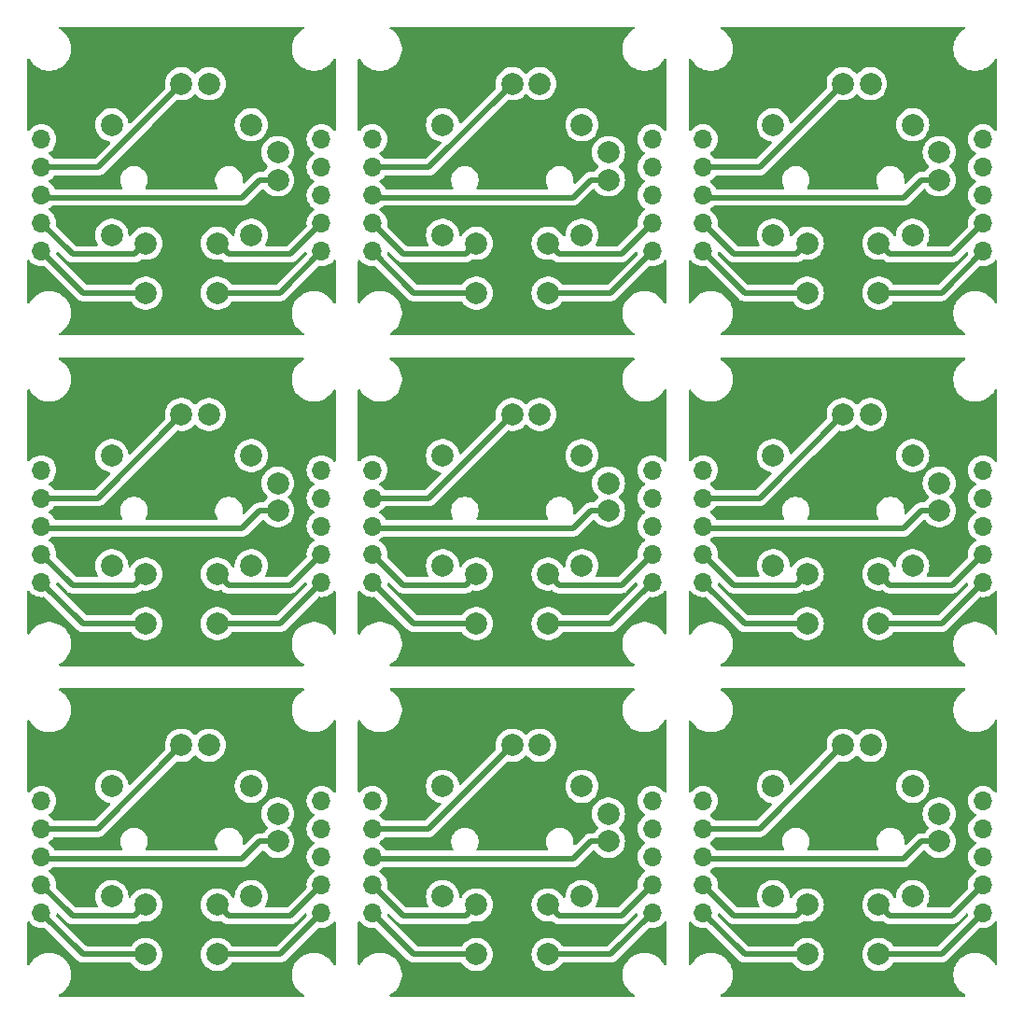
<source format=gbl>
%TF.GenerationSoftware,KiCad,Pcbnew,8.0.7*%
%TF.CreationDate,2025-02-11T00:04:32+09:00*%
%TF.ProjectId,joystick_pcb_3x3,6a6f7973-7469-4636-9b5f-7063625f3378,rev?*%
%TF.SameCoordinates,Original*%
%TF.FileFunction,Copper,L2,Bot*%
%TF.FilePolarity,Positive*%
%FSLAX46Y46*%
G04 Gerber Fmt 4.6, Leading zero omitted, Abs format (unit mm)*
G04 Created by KiCad (PCBNEW 8.0.7) date 2025-02-11 00:04:32*
%MOMM*%
%LPD*%
G01*
G04 APERTURE LIST*
%TA.AperFunction,ComponentPad*%
%ADD10R,1.700000X1.700000*%
%TD*%
%TA.AperFunction,ComponentPad*%
%ADD11O,1.700000X1.700000*%
%TD*%
%TA.AperFunction,ComponentPad*%
%ADD12C,2.000000*%
%TD*%
%TA.AperFunction,Conductor*%
%ADD13C,0.500000*%
%TD*%
%TA.AperFunction,Conductor*%
%ADD14C,1.000000*%
%TD*%
G04 APERTURE END LIST*
D10*
%TO.P,J1,1,Pin_1*%
%TO.N,GND*%
X77300000Y-83680000D03*
D11*
%TO.P,J1,2,Pin_2*%
%TO.N,VCC*%
X77300000Y-86220000D03*
%TO.P,J1,3,Pin_3*%
%TO.N,X*%
X77300000Y-88760000D03*
%TO.P,J1,4,Pin_4*%
%TO.N,Y*%
X77300000Y-91300000D03*
%TO.P,J1,5,Pin_5*%
%TO.N,SW1*%
X77300000Y-93840000D03*
%TO.P,J1,6,Pin_6*%
%TO.N,SW2*%
X77300000Y-96380000D03*
%TD*%
D12*
%TO.P,U1,1,Rx1*%
%TO.N,VCC*%
X92500000Y-81175000D03*
%TO.P,U1,2,Rx2*%
%TO.N,X*%
X90000000Y-81175000D03*
%TO.P,U1,3,Rx3*%
%TO.N,GND*%
X87500000Y-81175000D03*
%TO.P,U1,4,Ry1*%
X98730000Y-92405000D03*
%TO.P,U1,5,Ry2*%
%TO.N,Y*%
X98730000Y-89905000D03*
%TO.P,U1,6,Ry3*%
%TO.N,VCC*%
X98730000Y-87405000D03*
%TO.P,U1,a,SWa*%
%TO.N,SW1*%
X86750000Y-95655000D03*
%TO.P,U1,b,SWb*%
%TO.N,SW2*%
X86750000Y-100155000D03*
%TO.P,U1,c,SWc*%
%TO.N,SW1*%
X93250000Y-95655000D03*
%TO.P,U1,d,SWd*%
%TO.N,SW2*%
X93250000Y-100155000D03*
%TO.P,U1,x*%
%TO.N,N/C*%
X83675000Y-84905000D03*
X83675000Y-94905000D03*
X96325000Y-84905000D03*
X96325000Y-94905000D03*
%TD*%
D10*
%TO.P,J2,1,Pin_1*%
%TO.N,GND*%
X102700000Y-83680000D03*
D11*
%TO.P,J2,2,Pin_2*%
%TO.N,VCC*%
X102700000Y-86220000D03*
%TO.P,J2,3,Pin_3*%
%TO.N,X*%
X102700000Y-88760000D03*
%TO.P,J2,4,Pin_4*%
%TO.N,Y*%
X102700000Y-91300000D03*
%TO.P,J2,5,Pin_5*%
%TO.N,SW1*%
X102700000Y-93840000D03*
%TO.P,J2,6,Pin_6*%
%TO.N,SW2*%
X102700000Y-96380000D03*
%TD*%
D10*
%TO.P,J1,1,Pin_1*%
%TO.N,GND*%
X47300000Y-83680000D03*
D11*
%TO.P,J1,2,Pin_2*%
%TO.N,VCC*%
X47300000Y-86220000D03*
%TO.P,J1,3,Pin_3*%
%TO.N,X*%
X47300000Y-88760000D03*
%TO.P,J1,4,Pin_4*%
%TO.N,Y*%
X47300000Y-91300000D03*
%TO.P,J1,5,Pin_5*%
%TO.N,SW1*%
X47300000Y-93840000D03*
%TO.P,J1,6,Pin_6*%
%TO.N,SW2*%
X47300000Y-96380000D03*
%TD*%
D12*
%TO.P,U1,1,Rx1*%
%TO.N,VCC*%
X62500000Y-81175000D03*
%TO.P,U1,2,Rx2*%
%TO.N,X*%
X60000000Y-81175000D03*
%TO.P,U1,3,Rx3*%
%TO.N,GND*%
X57500000Y-81175000D03*
%TO.P,U1,4,Ry1*%
X68730000Y-92405000D03*
%TO.P,U1,5,Ry2*%
%TO.N,Y*%
X68730000Y-89905000D03*
%TO.P,U1,6,Ry3*%
%TO.N,VCC*%
X68730000Y-87405000D03*
%TO.P,U1,a,SWa*%
%TO.N,SW1*%
X56750000Y-95655000D03*
%TO.P,U1,b,SWb*%
%TO.N,SW2*%
X56750000Y-100155000D03*
%TO.P,U1,c,SWc*%
%TO.N,SW1*%
X63250000Y-95655000D03*
%TO.P,U1,d,SWd*%
%TO.N,SW2*%
X63250000Y-100155000D03*
%TO.P,U1,x*%
%TO.N,N/C*%
X53675000Y-84905000D03*
X53675000Y-94905000D03*
X66325000Y-84905000D03*
X66325000Y-94905000D03*
%TD*%
D10*
%TO.P,J2,1,Pin_1*%
%TO.N,GND*%
X72700000Y-83680000D03*
D11*
%TO.P,J2,2,Pin_2*%
%TO.N,VCC*%
X72700000Y-86220000D03*
%TO.P,J2,3,Pin_3*%
%TO.N,X*%
X72700000Y-88760000D03*
%TO.P,J2,4,Pin_4*%
%TO.N,Y*%
X72700000Y-91300000D03*
%TO.P,J2,5,Pin_5*%
%TO.N,SW1*%
X72700000Y-93840000D03*
%TO.P,J2,6,Pin_6*%
%TO.N,SW2*%
X72700000Y-96380000D03*
%TD*%
D10*
%TO.P,J1,1,Pin_1*%
%TO.N,GND*%
X17300000Y-83680000D03*
D11*
%TO.P,J1,2,Pin_2*%
%TO.N,VCC*%
X17300000Y-86220000D03*
%TO.P,J1,3,Pin_3*%
%TO.N,X*%
X17300000Y-88760000D03*
%TO.P,J1,4,Pin_4*%
%TO.N,Y*%
X17300000Y-91300000D03*
%TO.P,J1,5,Pin_5*%
%TO.N,SW1*%
X17300000Y-93840000D03*
%TO.P,J1,6,Pin_6*%
%TO.N,SW2*%
X17300000Y-96380000D03*
%TD*%
D12*
%TO.P,U1,1,Rx1*%
%TO.N,VCC*%
X32500000Y-81175000D03*
%TO.P,U1,2,Rx2*%
%TO.N,X*%
X30000000Y-81175000D03*
%TO.P,U1,3,Rx3*%
%TO.N,GND*%
X27500000Y-81175000D03*
%TO.P,U1,4,Ry1*%
X38730000Y-92405000D03*
%TO.P,U1,5,Ry2*%
%TO.N,Y*%
X38730000Y-89905000D03*
%TO.P,U1,6,Ry3*%
%TO.N,VCC*%
X38730000Y-87405000D03*
%TO.P,U1,a,SWa*%
%TO.N,SW1*%
X26750000Y-95655000D03*
%TO.P,U1,b,SWb*%
%TO.N,SW2*%
X26750000Y-100155000D03*
%TO.P,U1,c,SWc*%
%TO.N,SW1*%
X33250000Y-95655000D03*
%TO.P,U1,d,SWd*%
%TO.N,SW2*%
X33250000Y-100155000D03*
%TO.P,U1,x*%
%TO.N,N/C*%
X23675000Y-84905000D03*
X23675000Y-94905000D03*
X36325000Y-84905000D03*
X36325000Y-94905000D03*
%TD*%
D10*
%TO.P,J2,1,Pin_1*%
%TO.N,GND*%
X42700000Y-83680000D03*
D11*
%TO.P,J2,2,Pin_2*%
%TO.N,VCC*%
X42700000Y-86220000D03*
%TO.P,J2,3,Pin_3*%
%TO.N,X*%
X42700000Y-88760000D03*
%TO.P,J2,4,Pin_4*%
%TO.N,Y*%
X42700000Y-91300000D03*
%TO.P,J2,5,Pin_5*%
%TO.N,SW1*%
X42700000Y-93840000D03*
%TO.P,J2,6,Pin_6*%
%TO.N,SW2*%
X42700000Y-96380000D03*
%TD*%
D10*
%TO.P,J1,1,Pin_1*%
%TO.N,GND*%
X77300000Y-53680000D03*
D11*
%TO.P,J1,2,Pin_2*%
%TO.N,VCC*%
X77300000Y-56220000D03*
%TO.P,J1,3,Pin_3*%
%TO.N,X*%
X77300000Y-58760000D03*
%TO.P,J1,4,Pin_4*%
%TO.N,Y*%
X77300000Y-61300000D03*
%TO.P,J1,5,Pin_5*%
%TO.N,SW1*%
X77300000Y-63840000D03*
%TO.P,J1,6,Pin_6*%
%TO.N,SW2*%
X77300000Y-66380000D03*
%TD*%
D12*
%TO.P,U1,1,Rx1*%
%TO.N,VCC*%
X92500000Y-51175000D03*
%TO.P,U1,2,Rx2*%
%TO.N,X*%
X90000000Y-51175000D03*
%TO.P,U1,3,Rx3*%
%TO.N,GND*%
X87500000Y-51175000D03*
%TO.P,U1,4,Ry1*%
X98730000Y-62405000D03*
%TO.P,U1,5,Ry2*%
%TO.N,Y*%
X98730000Y-59905000D03*
%TO.P,U1,6,Ry3*%
%TO.N,VCC*%
X98730000Y-57405000D03*
%TO.P,U1,a,SWa*%
%TO.N,SW1*%
X86750000Y-65655000D03*
%TO.P,U1,b,SWb*%
%TO.N,SW2*%
X86750000Y-70155000D03*
%TO.P,U1,c,SWc*%
%TO.N,SW1*%
X93250000Y-65655000D03*
%TO.P,U1,d,SWd*%
%TO.N,SW2*%
X93250000Y-70155000D03*
%TO.P,U1,x*%
%TO.N,N/C*%
X83675000Y-54905000D03*
X83675000Y-64905000D03*
X96325000Y-54905000D03*
X96325000Y-64905000D03*
%TD*%
D10*
%TO.P,J2,1,Pin_1*%
%TO.N,GND*%
X102700000Y-53680000D03*
D11*
%TO.P,J2,2,Pin_2*%
%TO.N,VCC*%
X102700000Y-56220000D03*
%TO.P,J2,3,Pin_3*%
%TO.N,X*%
X102700000Y-58760000D03*
%TO.P,J2,4,Pin_4*%
%TO.N,Y*%
X102700000Y-61300000D03*
%TO.P,J2,5,Pin_5*%
%TO.N,SW1*%
X102700000Y-63840000D03*
%TO.P,J2,6,Pin_6*%
%TO.N,SW2*%
X102700000Y-66380000D03*
%TD*%
D10*
%TO.P,J1,1,Pin_1*%
%TO.N,GND*%
X47300000Y-53680000D03*
D11*
%TO.P,J1,2,Pin_2*%
%TO.N,VCC*%
X47300000Y-56220000D03*
%TO.P,J1,3,Pin_3*%
%TO.N,X*%
X47300000Y-58760000D03*
%TO.P,J1,4,Pin_4*%
%TO.N,Y*%
X47300000Y-61300000D03*
%TO.P,J1,5,Pin_5*%
%TO.N,SW1*%
X47300000Y-63840000D03*
%TO.P,J1,6,Pin_6*%
%TO.N,SW2*%
X47300000Y-66380000D03*
%TD*%
D12*
%TO.P,U1,1,Rx1*%
%TO.N,VCC*%
X62500000Y-51175000D03*
%TO.P,U1,2,Rx2*%
%TO.N,X*%
X60000000Y-51175000D03*
%TO.P,U1,3,Rx3*%
%TO.N,GND*%
X57500000Y-51175000D03*
%TO.P,U1,4,Ry1*%
X68730000Y-62405000D03*
%TO.P,U1,5,Ry2*%
%TO.N,Y*%
X68730000Y-59905000D03*
%TO.P,U1,6,Ry3*%
%TO.N,VCC*%
X68730000Y-57405000D03*
%TO.P,U1,a,SWa*%
%TO.N,SW1*%
X56750000Y-65655000D03*
%TO.P,U1,b,SWb*%
%TO.N,SW2*%
X56750000Y-70155000D03*
%TO.P,U1,c,SWc*%
%TO.N,SW1*%
X63250000Y-65655000D03*
%TO.P,U1,d,SWd*%
%TO.N,SW2*%
X63250000Y-70155000D03*
%TO.P,U1,x*%
%TO.N,N/C*%
X53675000Y-54905000D03*
X53675000Y-64905000D03*
X66325000Y-54905000D03*
X66325000Y-64905000D03*
%TD*%
D10*
%TO.P,J2,1,Pin_1*%
%TO.N,GND*%
X72700000Y-53680000D03*
D11*
%TO.P,J2,2,Pin_2*%
%TO.N,VCC*%
X72700000Y-56220000D03*
%TO.P,J2,3,Pin_3*%
%TO.N,X*%
X72700000Y-58760000D03*
%TO.P,J2,4,Pin_4*%
%TO.N,Y*%
X72700000Y-61300000D03*
%TO.P,J2,5,Pin_5*%
%TO.N,SW1*%
X72700000Y-63840000D03*
%TO.P,J2,6,Pin_6*%
%TO.N,SW2*%
X72700000Y-66380000D03*
%TD*%
D10*
%TO.P,J1,1,Pin_1*%
%TO.N,GND*%
X17300000Y-53680000D03*
D11*
%TO.P,J1,2,Pin_2*%
%TO.N,VCC*%
X17300000Y-56220000D03*
%TO.P,J1,3,Pin_3*%
%TO.N,X*%
X17300000Y-58760000D03*
%TO.P,J1,4,Pin_4*%
%TO.N,Y*%
X17300000Y-61300000D03*
%TO.P,J1,5,Pin_5*%
%TO.N,SW1*%
X17300000Y-63840000D03*
%TO.P,J1,6,Pin_6*%
%TO.N,SW2*%
X17300000Y-66380000D03*
%TD*%
D12*
%TO.P,U1,1,Rx1*%
%TO.N,VCC*%
X32500000Y-51175000D03*
%TO.P,U1,2,Rx2*%
%TO.N,X*%
X30000000Y-51175000D03*
%TO.P,U1,3,Rx3*%
%TO.N,GND*%
X27500000Y-51175000D03*
%TO.P,U1,4,Ry1*%
X38730000Y-62405000D03*
%TO.P,U1,5,Ry2*%
%TO.N,Y*%
X38730000Y-59905000D03*
%TO.P,U1,6,Ry3*%
%TO.N,VCC*%
X38730000Y-57405000D03*
%TO.P,U1,a,SWa*%
%TO.N,SW1*%
X26750000Y-65655000D03*
%TO.P,U1,b,SWb*%
%TO.N,SW2*%
X26750000Y-70155000D03*
%TO.P,U1,c,SWc*%
%TO.N,SW1*%
X33250000Y-65655000D03*
%TO.P,U1,d,SWd*%
%TO.N,SW2*%
X33250000Y-70155000D03*
%TO.P,U1,x*%
%TO.N,N/C*%
X23675000Y-54905000D03*
X23675000Y-64905000D03*
X36325000Y-54905000D03*
X36325000Y-64905000D03*
%TD*%
D10*
%TO.P,J2,1,Pin_1*%
%TO.N,GND*%
X42700000Y-53680000D03*
D11*
%TO.P,J2,2,Pin_2*%
%TO.N,VCC*%
X42700000Y-56220000D03*
%TO.P,J2,3,Pin_3*%
%TO.N,X*%
X42700000Y-58760000D03*
%TO.P,J2,4,Pin_4*%
%TO.N,Y*%
X42700000Y-61300000D03*
%TO.P,J2,5,Pin_5*%
%TO.N,SW1*%
X42700000Y-63840000D03*
%TO.P,J2,6,Pin_6*%
%TO.N,SW2*%
X42700000Y-66380000D03*
%TD*%
D10*
%TO.P,J1,1,Pin_1*%
%TO.N,GND*%
X77300000Y-23680000D03*
D11*
%TO.P,J1,2,Pin_2*%
%TO.N,VCC*%
X77300000Y-26220000D03*
%TO.P,J1,3,Pin_3*%
%TO.N,X*%
X77300000Y-28760000D03*
%TO.P,J1,4,Pin_4*%
%TO.N,Y*%
X77300000Y-31300000D03*
%TO.P,J1,5,Pin_5*%
%TO.N,SW1*%
X77300000Y-33840000D03*
%TO.P,J1,6,Pin_6*%
%TO.N,SW2*%
X77300000Y-36380000D03*
%TD*%
D12*
%TO.P,U1,1,Rx1*%
%TO.N,VCC*%
X92500000Y-21175000D03*
%TO.P,U1,2,Rx2*%
%TO.N,X*%
X90000000Y-21175000D03*
%TO.P,U1,3,Rx3*%
%TO.N,GND*%
X87500000Y-21175000D03*
%TO.P,U1,4,Ry1*%
X98730000Y-32405000D03*
%TO.P,U1,5,Ry2*%
%TO.N,Y*%
X98730000Y-29905000D03*
%TO.P,U1,6,Ry3*%
%TO.N,VCC*%
X98730000Y-27405000D03*
%TO.P,U1,a,SWa*%
%TO.N,SW1*%
X86750000Y-35655000D03*
%TO.P,U1,b,SWb*%
%TO.N,SW2*%
X86750000Y-40155000D03*
%TO.P,U1,c,SWc*%
%TO.N,SW1*%
X93250000Y-35655000D03*
%TO.P,U1,d,SWd*%
%TO.N,SW2*%
X93250000Y-40155000D03*
%TO.P,U1,x*%
%TO.N,N/C*%
X83675000Y-24905000D03*
X83675000Y-34905000D03*
X96325000Y-24905000D03*
X96325000Y-34905000D03*
%TD*%
D10*
%TO.P,J2,1,Pin_1*%
%TO.N,GND*%
X102700000Y-23680000D03*
D11*
%TO.P,J2,2,Pin_2*%
%TO.N,VCC*%
X102700000Y-26220000D03*
%TO.P,J2,3,Pin_3*%
%TO.N,X*%
X102700000Y-28760000D03*
%TO.P,J2,4,Pin_4*%
%TO.N,Y*%
X102700000Y-31300000D03*
%TO.P,J2,5,Pin_5*%
%TO.N,SW1*%
X102700000Y-33840000D03*
%TO.P,J2,6,Pin_6*%
%TO.N,SW2*%
X102700000Y-36380000D03*
%TD*%
D10*
%TO.P,J1,1,Pin_1*%
%TO.N,GND*%
X47300000Y-23680000D03*
D11*
%TO.P,J1,2,Pin_2*%
%TO.N,VCC*%
X47300000Y-26220000D03*
%TO.P,J1,3,Pin_3*%
%TO.N,X*%
X47300000Y-28760000D03*
%TO.P,J1,4,Pin_4*%
%TO.N,Y*%
X47300000Y-31300000D03*
%TO.P,J1,5,Pin_5*%
%TO.N,SW1*%
X47300000Y-33840000D03*
%TO.P,J1,6,Pin_6*%
%TO.N,SW2*%
X47300000Y-36380000D03*
%TD*%
D12*
%TO.P,U1,1,Rx1*%
%TO.N,VCC*%
X62500000Y-21175000D03*
%TO.P,U1,2,Rx2*%
%TO.N,X*%
X60000000Y-21175000D03*
%TO.P,U1,3,Rx3*%
%TO.N,GND*%
X57500000Y-21175000D03*
%TO.P,U1,4,Ry1*%
X68730000Y-32405000D03*
%TO.P,U1,5,Ry2*%
%TO.N,Y*%
X68730000Y-29905000D03*
%TO.P,U1,6,Ry3*%
%TO.N,VCC*%
X68730000Y-27405000D03*
%TO.P,U1,a,SWa*%
%TO.N,SW1*%
X56750000Y-35655000D03*
%TO.P,U1,b,SWb*%
%TO.N,SW2*%
X56750000Y-40155000D03*
%TO.P,U1,c,SWc*%
%TO.N,SW1*%
X63250000Y-35655000D03*
%TO.P,U1,d,SWd*%
%TO.N,SW2*%
X63250000Y-40155000D03*
%TO.P,U1,x*%
%TO.N,N/C*%
X53675000Y-24905000D03*
X53675000Y-34905000D03*
X66325000Y-24905000D03*
X66325000Y-34905000D03*
%TD*%
D10*
%TO.P,J2,1,Pin_1*%
%TO.N,GND*%
X72700000Y-23680000D03*
D11*
%TO.P,J2,2,Pin_2*%
%TO.N,VCC*%
X72700000Y-26220000D03*
%TO.P,J2,3,Pin_3*%
%TO.N,X*%
X72700000Y-28760000D03*
%TO.P,J2,4,Pin_4*%
%TO.N,Y*%
X72700000Y-31300000D03*
%TO.P,J2,5,Pin_5*%
%TO.N,SW1*%
X72700000Y-33840000D03*
%TO.P,J2,6,Pin_6*%
%TO.N,SW2*%
X72700000Y-36380000D03*
%TD*%
D12*
%TO.P,U1,1,Rx1*%
%TO.N,VCC*%
X32500000Y-21175000D03*
%TO.P,U1,2,Rx2*%
%TO.N,X*%
X30000000Y-21175000D03*
%TO.P,U1,3,Rx3*%
%TO.N,GND*%
X27500000Y-21175000D03*
%TO.P,U1,4,Ry1*%
X38730000Y-32405000D03*
%TO.P,U1,5,Ry2*%
%TO.N,Y*%
X38730000Y-29905000D03*
%TO.P,U1,6,Ry3*%
%TO.N,VCC*%
X38730000Y-27405000D03*
%TO.P,U1,a,SWa*%
%TO.N,SW1*%
X26750000Y-35655000D03*
%TO.P,U1,b,SWb*%
%TO.N,SW2*%
X26750000Y-40155000D03*
%TO.P,U1,c,SWc*%
%TO.N,SW1*%
X33250000Y-35655000D03*
%TO.P,U1,d,SWd*%
%TO.N,SW2*%
X33250000Y-40155000D03*
%TO.P,U1,x*%
%TO.N,N/C*%
X23675000Y-24905000D03*
X23675000Y-34905000D03*
X36325000Y-24905000D03*
X36325000Y-34905000D03*
%TD*%
D10*
%TO.P,J2,1,Pin_1*%
%TO.N,GND*%
X42700000Y-23680000D03*
D11*
%TO.P,J2,2,Pin_2*%
%TO.N,VCC*%
X42700000Y-26220000D03*
%TO.P,J2,3,Pin_3*%
%TO.N,X*%
X42700000Y-28760000D03*
%TO.P,J2,4,Pin_4*%
%TO.N,Y*%
X42700000Y-31300000D03*
%TO.P,J2,5,Pin_5*%
%TO.N,SW1*%
X42700000Y-33840000D03*
%TO.P,J2,6,Pin_6*%
%TO.N,SW2*%
X42700000Y-36380000D03*
%TD*%
D10*
%TO.P,J1,1,Pin_1*%
%TO.N,GND*%
X17300000Y-23680000D03*
D11*
%TO.P,J1,2,Pin_2*%
%TO.N,VCC*%
X17300000Y-26220000D03*
%TO.P,J1,3,Pin_3*%
%TO.N,X*%
X17300000Y-28760000D03*
%TO.P,J1,4,Pin_4*%
%TO.N,Y*%
X17300000Y-31300000D03*
%TO.P,J1,5,Pin_5*%
%TO.N,SW1*%
X17300000Y-33840000D03*
%TO.P,J1,6,Pin_6*%
%TO.N,SW2*%
X17300000Y-36380000D03*
%TD*%
D13*
%TO.N,GND*%
X100760000Y-90375000D02*
X100760000Y-83885000D01*
%TO.N,SW1*%
X85750000Y-96655000D02*
X86750000Y-95655000D01*
%TO.N,GND*%
X95875000Y-79000000D02*
X100555000Y-83680000D01*
%TO.N,SW1*%
X93250000Y-95655000D02*
X94250000Y-96655000D01*
%TO.N,GND*%
X102700000Y-83680000D02*
X100555000Y-83680000D01*
%TO.N,Y*%
X98730000Y-89905000D02*
X97095000Y-89905000D01*
%TO.N,GND*%
X87500000Y-81175000D02*
X86175000Y-82500000D01*
%TO.N,X*%
X90000000Y-81175000D02*
X82415000Y-88760000D01*
%TO.N,SW1*%
X80115000Y-96655000D02*
X85750000Y-96655000D01*
X99885000Y-96655000D02*
X102700000Y-93840000D01*
%TO.N,SW2*%
X93250000Y-100155000D02*
X98925000Y-100155000D01*
%TO.N,GND*%
X87500000Y-81175000D02*
X89675000Y-79000000D01*
X98730000Y-92405000D02*
X100760000Y-90375000D01*
X78480000Y-82500000D02*
X77300000Y-83680000D01*
%TO.N,SW1*%
X94250000Y-96655000D02*
X99885000Y-96655000D01*
D14*
%TO.N,GND*%
X77300000Y-83680000D02*
X77300000Y-83460000D01*
D13*
%TO.N,Y*%
X77500000Y-91500000D02*
X77300000Y-91300000D01*
X97095000Y-89905000D02*
X95500000Y-91500000D01*
%TO.N,GND*%
X89675000Y-79000000D02*
X95875000Y-79000000D01*
X86175000Y-82500000D02*
X78480000Y-82500000D01*
X100760000Y-83885000D02*
X100555000Y-83680000D01*
%TO.N,Y*%
X95500000Y-91500000D02*
X77500000Y-91500000D01*
%TO.N,SW1*%
X77300000Y-93840000D02*
X80115000Y-96655000D01*
%TO.N,SW2*%
X98925000Y-100155000D02*
X102700000Y-96380000D01*
X81075000Y-100155000D02*
X77300000Y-96380000D01*
%TO.N,X*%
X82415000Y-88760000D02*
X77300000Y-88760000D01*
%TO.N,SW2*%
X86750000Y-100155000D02*
X81075000Y-100155000D01*
%TO.N,GND*%
X70760000Y-90375000D02*
X70760000Y-83885000D01*
%TO.N,SW1*%
X55750000Y-96655000D02*
X56750000Y-95655000D01*
%TO.N,GND*%
X65875000Y-79000000D02*
X70555000Y-83680000D01*
%TO.N,SW1*%
X63250000Y-95655000D02*
X64250000Y-96655000D01*
%TO.N,GND*%
X72700000Y-83680000D02*
X70555000Y-83680000D01*
%TO.N,Y*%
X68730000Y-89905000D02*
X67095000Y-89905000D01*
%TO.N,GND*%
X57500000Y-81175000D02*
X56175000Y-82500000D01*
%TO.N,X*%
X60000000Y-81175000D02*
X52415000Y-88760000D01*
%TO.N,SW1*%
X50115000Y-96655000D02*
X55750000Y-96655000D01*
X69885000Y-96655000D02*
X72700000Y-93840000D01*
%TO.N,SW2*%
X63250000Y-100155000D02*
X68925000Y-100155000D01*
%TO.N,GND*%
X57500000Y-81175000D02*
X59675000Y-79000000D01*
X68730000Y-92405000D02*
X70760000Y-90375000D01*
X48480000Y-82500000D02*
X47300000Y-83680000D01*
%TO.N,SW1*%
X64250000Y-96655000D02*
X69885000Y-96655000D01*
D14*
%TO.N,GND*%
X47300000Y-83680000D02*
X47300000Y-83460000D01*
D13*
%TO.N,Y*%
X47500000Y-91500000D02*
X47300000Y-91300000D01*
X67095000Y-89905000D02*
X65500000Y-91500000D01*
%TO.N,GND*%
X59675000Y-79000000D02*
X65875000Y-79000000D01*
X56175000Y-82500000D02*
X48480000Y-82500000D01*
X70760000Y-83885000D02*
X70555000Y-83680000D01*
%TO.N,Y*%
X65500000Y-91500000D02*
X47500000Y-91500000D01*
%TO.N,SW1*%
X47300000Y-93840000D02*
X50115000Y-96655000D01*
%TO.N,SW2*%
X68925000Y-100155000D02*
X72700000Y-96380000D01*
X51075000Y-100155000D02*
X47300000Y-96380000D01*
%TO.N,X*%
X52415000Y-88760000D02*
X47300000Y-88760000D01*
%TO.N,SW2*%
X56750000Y-100155000D02*
X51075000Y-100155000D01*
%TO.N,GND*%
X40760000Y-90375000D02*
X40760000Y-83885000D01*
%TO.N,SW1*%
X25750000Y-96655000D02*
X26750000Y-95655000D01*
%TO.N,GND*%
X35875000Y-79000000D02*
X40555000Y-83680000D01*
%TO.N,SW1*%
X33250000Y-95655000D02*
X34250000Y-96655000D01*
%TO.N,GND*%
X42700000Y-83680000D02*
X40555000Y-83680000D01*
%TO.N,Y*%
X38730000Y-89905000D02*
X37095000Y-89905000D01*
%TO.N,GND*%
X27500000Y-81175000D02*
X26175000Y-82500000D01*
%TO.N,X*%
X30000000Y-81175000D02*
X22415000Y-88760000D01*
%TO.N,SW1*%
X20115000Y-96655000D02*
X25750000Y-96655000D01*
X39885000Y-96655000D02*
X42700000Y-93840000D01*
%TO.N,SW2*%
X33250000Y-100155000D02*
X38925000Y-100155000D01*
%TO.N,GND*%
X27500000Y-81175000D02*
X29675000Y-79000000D01*
X38730000Y-92405000D02*
X40760000Y-90375000D01*
X18480000Y-82500000D02*
X17300000Y-83680000D01*
%TO.N,SW1*%
X34250000Y-96655000D02*
X39885000Y-96655000D01*
D14*
%TO.N,GND*%
X17300000Y-83680000D02*
X17300000Y-83460000D01*
D13*
%TO.N,Y*%
X17500000Y-91500000D02*
X17300000Y-91300000D01*
X37095000Y-89905000D02*
X35500000Y-91500000D01*
%TO.N,GND*%
X29675000Y-79000000D02*
X35875000Y-79000000D01*
X26175000Y-82500000D02*
X18480000Y-82500000D01*
X40760000Y-83885000D02*
X40555000Y-83680000D01*
%TO.N,Y*%
X35500000Y-91500000D02*
X17500000Y-91500000D01*
%TO.N,SW1*%
X17300000Y-93840000D02*
X20115000Y-96655000D01*
%TO.N,SW2*%
X38925000Y-100155000D02*
X42700000Y-96380000D01*
X21075000Y-100155000D02*
X17300000Y-96380000D01*
%TO.N,X*%
X22415000Y-88760000D02*
X17300000Y-88760000D01*
%TO.N,SW2*%
X26750000Y-100155000D02*
X21075000Y-100155000D01*
%TO.N,GND*%
X100760000Y-60375000D02*
X100760000Y-53885000D01*
%TO.N,SW1*%
X85750000Y-66655000D02*
X86750000Y-65655000D01*
%TO.N,GND*%
X95875000Y-49000000D02*
X100555000Y-53680000D01*
%TO.N,SW1*%
X93250000Y-65655000D02*
X94250000Y-66655000D01*
%TO.N,GND*%
X102700000Y-53680000D02*
X100555000Y-53680000D01*
%TO.N,Y*%
X98730000Y-59905000D02*
X97095000Y-59905000D01*
%TO.N,GND*%
X87500000Y-51175000D02*
X86175000Y-52500000D01*
%TO.N,X*%
X90000000Y-51175000D02*
X82415000Y-58760000D01*
%TO.N,SW1*%
X80115000Y-66655000D02*
X85750000Y-66655000D01*
X99885000Y-66655000D02*
X102700000Y-63840000D01*
%TO.N,SW2*%
X93250000Y-70155000D02*
X98925000Y-70155000D01*
%TO.N,GND*%
X87500000Y-51175000D02*
X89675000Y-49000000D01*
X98730000Y-62405000D02*
X100760000Y-60375000D01*
X78480000Y-52500000D02*
X77300000Y-53680000D01*
%TO.N,SW1*%
X94250000Y-66655000D02*
X99885000Y-66655000D01*
D14*
%TO.N,GND*%
X77300000Y-53680000D02*
X77300000Y-53460000D01*
D13*
%TO.N,Y*%
X77500000Y-61500000D02*
X77300000Y-61300000D01*
X97095000Y-59905000D02*
X95500000Y-61500000D01*
%TO.N,GND*%
X89675000Y-49000000D02*
X95875000Y-49000000D01*
X86175000Y-52500000D02*
X78480000Y-52500000D01*
X100760000Y-53885000D02*
X100555000Y-53680000D01*
%TO.N,Y*%
X95500000Y-61500000D02*
X77500000Y-61500000D01*
%TO.N,SW1*%
X77300000Y-63840000D02*
X80115000Y-66655000D01*
%TO.N,SW2*%
X98925000Y-70155000D02*
X102700000Y-66380000D01*
X81075000Y-70155000D02*
X77300000Y-66380000D01*
%TO.N,X*%
X82415000Y-58760000D02*
X77300000Y-58760000D01*
%TO.N,SW2*%
X86750000Y-70155000D02*
X81075000Y-70155000D01*
%TO.N,GND*%
X70760000Y-60375000D02*
X70760000Y-53885000D01*
%TO.N,SW1*%
X55750000Y-66655000D02*
X56750000Y-65655000D01*
%TO.N,GND*%
X65875000Y-49000000D02*
X70555000Y-53680000D01*
%TO.N,SW1*%
X63250000Y-65655000D02*
X64250000Y-66655000D01*
%TO.N,GND*%
X72700000Y-53680000D02*
X70555000Y-53680000D01*
%TO.N,Y*%
X68730000Y-59905000D02*
X67095000Y-59905000D01*
%TO.N,GND*%
X57500000Y-51175000D02*
X56175000Y-52500000D01*
%TO.N,X*%
X60000000Y-51175000D02*
X52415000Y-58760000D01*
%TO.N,SW1*%
X50115000Y-66655000D02*
X55750000Y-66655000D01*
X69885000Y-66655000D02*
X72700000Y-63840000D01*
%TO.N,SW2*%
X63250000Y-70155000D02*
X68925000Y-70155000D01*
%TO.N,GND*%
X57500000Y-51175000D02*
X59675000Y-49000000D01*
X68730000Y-62405000D02*
X70760000Y-60375000D01*
X48480000Y-52500000D02*
X47300000Y-53680000D01*
%TO.N,SW1*%
X64250000Y-66655000D02*
X69885000Y-66655000D01*
D14*
%TO.N,GND*%
X47300000Y-53680000D02*
X47300000Y-53460000D01*
D13*
%TO.N,Y*%
X47500000Y-61500000D02*
X47300000Y-61300000D01*
X67095000Y-59905000D02*
X65500000Y-61500000D01*
%TO.N,GND*%
X59675000Y-49000000D02*
X65875000Y-49000000D01*
X56175000Y-52500000D02*
X48480000Y-52500000D01*
X70760000Y-53885000D02*
X70555000Y-53680000D01*
%TO.N,Y*%
X65500000Y-61500000D02*
X47500000Y-61500000D01*
%TO.N,SW1*%
X47300000Y-63840000D02*
X50115000Y-66655000D01*
%TO.N,SW2*%
X68925000Y-70155000D02*
X72700000Y-66380000D01*
X51075000Y-70155000D02*
X47300000Y-66380000D01*
%TO.N,X*%
X52415000Y-58760000D02*
X47300000Y-58760000D01*
%TO.N,SW2*%
X56750000Y-70155000D02*
X51075000Y-70155000D01*
%TO.N,GND*%
X40760000Y-60375000D02*
X40760000Y-53885000D01*
%TO.N,SW1*%
X25750000Y-66655000D02*
X26750000Y-65655000D01*
%TO.N,GND*%
X35875000Y-49000000D02*
X40555000Y-53680000D01*
%TO.N,SW1*%
X33250000Y-65655000D02*
X34250000Y-66655000D01*
%TO.N,GND*%
X42700000Y-53680000D02*
X40555000Y-53680000D01*
%TO.N,Y*%
X38730000Y-59905000D02*
X37095000Y-59905000D01*
%TO.N,GND*%
X27500000Y-51175000D02*
X26175000Y-52500000D01*
%TO.N,X*%
X30000000Y-51175000D02*
X22415000Y-58760000D01*
%TO.N,SW1*%
X20115000Y-66655000D02*
X25750000Y-66655000D01*
X39885000Y-66655000D02*
X42700000Y-63840000D01*
%TO.N,SW2*%
X33250000Y-70155000D02*
X38925000Y-70155000D01*
%TO.N,GND*%
X27500000Y-51175000D02*
X29675000Y-49000000D01*
X38730000Y-62405000D02*
X40760000Y-60375000D01*
X18480000Y-52500000D02*
X17300000Y-53680000D01*
%TO.N,SW1*%
X34250000Y-66655000D02*
X39885000Y-66655000D01*
D14*
%TO.N,GND*%
X17300000Y-53680000D02*
X17300000Y-53460000D01*
D13*
%TO.N,Y*%
X17500000Y-61500000D02*
X17300000Y-61300000D01*
X37095000Y-59905000D02*
X35500000Y-61500000D01*
%TO.N,GND*%
X29675000Y-49000000D02*
X35875000Y-49000000D01*
X26175000Y-52500000D02*
X18480000Y-52500000D01*
X40760000Y-53885000D02*
X40555000Y-53680000D01*
%TO.N,Y*%
X35500000Y-61500000D02*
X17500000Y-61500000D01*
%TO.N,SW1*%
X17300000Y-63840000D02*
X20115000Y-66655000D01*
%TO.N,SW2*%
X38925000Y-70155000D02*
X42700000Y-66380000D01*
X21075000Y-70155000D02*
X17300000Y-66380000D01*
%TO.N,X*%
X22415000Y-58760000D02*
X17300000Y-58760000D01*
%TO.N,SW2*%
X26750000Y-70155000D02*
X21075000Y-70155000D01*
%TO.N,GND*%
X100760000Y-30375000D02*
X100760000Y-23885000D01*
%TO.N,SW1*%
X85750000Y-36655000D02*
X86750000Y-35655000D01*
%TO.N,GND*%
X95875000Y-19000000D02*
X100555000Y-23680000D01*
%TO.N,SW1*%
X93250000Y-35655000D02*
X94250000Y-36655000D01*
%TO.N,GND*%
X102700000Y-23680000D02*
X100555000Y-23680000D01*
%TO.N,Y*%
X98730000Y-29905000D02*
X97095000Y-29905000D01*
%TO.N,GND*%
X87500000Y-21175000D02*
X86175000Y-22500000D01*
%TO.N,X*%
X90000000Y-21175000D02*
X82415000Y-28760000D01*
%TO.N,SW1*%
X80115000Y-36655000D02*
X85750000Y-36655000D01*
X99885000Y-36655000D02*
X102700000Y-33840000D01*
%TO.N,SW2*%
X93250000Y-40155000D02*
X98925000Y-40155000D01*
%TO.N,GND*%
X87500000Y-21175000D02*
X89675000Y-19000000D01*
X98730000Y-32405000D02*
X100760000Y-30375000D01*
X78480000Y-22500000D02*
X77300000Y-23680000D01*
%TO.N,SW1*%
X94250000Y-36655000D02*
X99885000Y-36655000D01*
D14*
%TO.N,GND*%
X77300000Y-23680000D02*
X77300000Y-23460000D01*
D13*
%TO.N,Y*%
X77500000Y-31500000D02*
X77300000Y-31300000D01*
X97095000Y-29905000D02*
X95500000Y-31500000D01*
%TO.N,GND*%
X89675000Y-19000000D02*
X95875000Y-19000000D01*
X86175000Y-22500000D02*
X78480000Y-22500000D01*
X100760000Y-23885000D02*
X100555000Y-23680000D01*
%TO.N,Y*%
X95500000Y-31500000D02*
X77500000Y-31500000D01*
%TO.N,SW1*%
X77300000Y-33840000D02*
X80115000Y-36655000D01*
%TO.N,SW2*%
X98925000Y-40155000D02*
X102700000Y-36380000D01*
X81075000Y-40155000D02*
X77300000Y-36380000D01*
%TO.N,X*%
X82415000Y-28760000D02*
X77300000Y-28760000D01*
%TO.N,SW2*%
X86750000Y-40155000D02*
X81075000Y-40155000D01*
%TO.N,GND*%
X70760000Y-30375000D02*
X70760000Y-23885000D01*
%TO.N,SW1*%
X55750000Y-36655000D02*
X56750000Y-35655000D01*
%TO.N,GND*%
X65875000Y-19000000D02*
X70555000Y-23680000D01*
%TO.N,SW1*%
X63250000Y-35655000D02*
X64250000Y-36655000D01*
%TO.N,GND*%
X72700000Y-23680000D02*
X70555000Y-23680000D01*
%TO.N,Y*%
X68730000Y-29905000D02*
X67095000Y-29905000D01*
%TO.N,GND*%
X57500000Y-21175000D02*
X56175000Y-22500000D01*
%TO.N,X*%
X60000000Y-21175000D02*
X52415000Y-28760000D01*
%TO.N,SW1*%
X50115000Y-36655000D02*
X55750000Y-36655000D01*
X69885000Y-36655000D02*
X72700000Y-33840000D01*
%TO.N,SW2*%
X63250000Y-40155000D02*
X68925000Y-40155000D01*
%TO.N,GND*%
X57500000Y-21175000D02*
X59675000Y-19000000D01*
X68730000Y-32405000D02*
X70760000Y-30375000D01*
X48480000Y-22500000D02*
X47300000Y-23680000D01*
%TO.N,SW1*%
X64250000Y-36655000D02*
X69885000Y-36655000D01*
D14*
%TO.N,GND*%
X47300000Y-23680000D02*
X47300000Y-23460000D01*
D13*
%TO.N,Y*%
X47500000Y-31500000D02*
X47300000Y-31300000D01*
X67095000Y-29905000D02*
X65500000Y-31500000D01*
%TO.N,GND*%
X59675000Y-19000000D02*
X65875000Y-19000000D01*
X56175000Y-22500000D02*
X48480000Y-22500000D01*
X70760000Y-23885000D02*
X70555000Y-23680000D01*
%TO.N,Y*%
X65500000Y-31500000D02*
X47500000Y-31500000D01*
%TO.N,SW1*%
X47300000Y-33840000D02*
X50115000Y-36655000D01*
%TO.N,SW2*%
X68925000Y-40155000D02*
X72700000Y-36380000D01*
X51075000Y-40155000D02*
X47300000Y-36380000D01*
%TO.N,X*%
X52415000Y-28760000D02*
X47300000Y-28760000D01*
%TO.N,SW2*%
X56750000Y-40155000D02*
X51075000Y-40155000D01*
X26750000Y-40155000D02*
X21075000Y-40155000D01*
X38925000Y-40155000D02*
X42700000Y-36380000D01*
X21075000Y-40155000D02*
X17300000Y-36380000D01*
X33250000Y-40155000D02*
X38925000Y-40155000D01*
%TO.N,X*%
X22415000Y-28760000D02*
X17300000Y-28760000D01*
X30000000Y-21175000D02*
X22415000Y-28760000D01*
%TO.N,GND*%
X18480000Y-22500000D02*
X17300000Y-23680000D01*
X38730000Y-32405000D02*
X40760000Y-30375000D01*
X42700000Y-23680000D02*
X40555000Y-23680000D01*
X27500000Y-21175000D02*
X26175000Y-22500000D01*
X27500000Y-21175000D02*
X29675000Y-19000000D01*
X26175000Y-22500000D02*
X18480000Y-22500000D01*
D14*
X17300000Y-23680000D02*
X17300000Y-23460000D01*
D13*
X40760000Y-30375000D02*
X40760000Y-23885000D01*
X40760000Y-23885000D02*
X40555000Y-23680000D01*
X35875000Y-19000000D02*
X40555000Y-23680000D01*
X29675000Y-19000000D02*
X35875000Y-19000000D01*
%TO.N,SW1*%
X33250000Y-35655000D02*
X34250000Y-36655000D01*
X17300000Y-33840000D02*
X20115000Y-36655000D01*
X34250000Y-36655000D02*
X39885000Y-36655000D01*
X20115000Y-36655000D02*
X25750000Y-36655000D01*
X25750000Y-36655000D02*
X26750000Y-35655000D01*
X39885000Y-36655000D02*
X42700000Y-33840000D01*
%TO.N,Y*%
X37095000Y-29905000D02*
X35500000Y-31500000D01*
X38730000Y-29905000D02*
X37095000Y-29905000D01*
X35500000Y-31500000D02*
X17500000Y-31500000D01*
X17500000Y-31500000D02*
X17300000Y-31300000D01*
%TD*%
%TA.AperFunction,Conductor*%
%TO.N,GND*%
G36*
X41067367Y-16019685D02*
G01*
X41113122Y-16072489D01*
X41123066Y-16141647D01*
X41094041Y-16205203D01*
X41062328Y-16231387D01*
X40886196Y-16333075D01*
X40678148Y-16492718D01*
X40492718Y-16678148D01*
X40333075Y-16886196D01*
X40201958Y-17113299D01*
X40201953Y-17113309D01*
X40101605Y-17355571D01*
X40101602Y-17355581D01*
X40033730Y-17608885D01*
X39999500Y-17868872D01*
X39999500Y-18131127D01*
X40026123Y-18333339D01*
X40033730Y-18391116D01*
X40101602Y-18644418D01*
X40101605Y-18644428D01*
X40201953Y-18886690D01*
X40201958Y-18886700D01*
X40333075Y-19113803D01*
X40492718Y-19321851D01*
X40492726Y-19321860D01*
X40678140Y-19507274D01*
X40678148Y-19507281D01*
X40886196Y-19666924D01*
X41113299Y-19798041D01*
X41113309Y-19798046D01*
X41355571Y-19898394D01*
X41355581Y-19898398D01*
X41608884Y-19966270D01*
X41868880Y-20000500D01*
X41868887Y-20000500D01*
X42131113Y-20000500D01*
X42131120Y-20000500D01*
X42391116Y-19966270D01*
X42644419Y-19898398D01*
X42886697Y-19798043D01*
X43113803Y-19666924D01*
X43321851Y-19507282D01*
X43321855Y-19507277D01*
X43321860Y-19507274D01*
X43507274Y-19321860D01*
X43507277Y-19321855D01*
X43507282Y-19321851D01*
X43666924Y-19113803D01*
X43732818Y-18999671D01*
X43768613Y-18937672D01*
X43819179Y-18889456D01*
X43887786Y-18876232D01*
X43952651Y-18902200D01*
X43993180Y-18959114D01*
X44000000Y-18999671D01*
X44000000Y-25328789D01*
X43980315Y-25395828D01*
X43927511Y-25441583D01*
X43858353Y-25451527D01*
X43794797Y-25422502D01*
X43774425Y-25399912D01*
X43738494Y-25348597D01*
X43571402Y-25181506D01*
X43571395Y-25181501D01*
X43377834Y-25045967D01*
X43377830Y-25045965D01*
X43377828Y-25045964D01*
X43163663Y-24946097D01*
X43163659Y-24946096D01*
X43163655Y-24946094D01*
X42935413Y-24884938D01*
X42935403Y-24884936D01*
X42700001Y-24864341D01*
X42699999Y-24864341D01*
X42464596Y-24884936D01*
X42464586Y-24884938D01*
X42236344Y-24946094D01*
X42236335Y-24946098D01*
X42022171Y-25045964D01*
X42022169Y-25045965D01*
X41828597Y-25181505D01*
X41661505Y-25348597D01*
X41525965Y-25542169D01*
X41525964Y-25542171D01*
X41426098Y-25756335D01*
X41426094Y-25756344D01*
X41364938Y-25984586D01*
X41364936Y-25984596D01*
X41344341Y-26219999D01*
X41344341Y-26220000D01*
X41364936Y-26455403D01*
X41364938Y-26455413D01*
X41426094Y-26683655D01*
X41426096Y-26683659D01*
X41426097Y-26683663D01*
X41428303Y-26688393D01*
X41525965Y-26897830D01*
X41525967Y-26897834D01*
X41612064Y-27020792D01*
X41661501Y-27091396D01*
X41661506Y-27091402D01*
X41828597Y-27258493D01*
X41828603Y-27258498D01*
X42014158Y-27388425D01*
X42057783Y-27443002D01*
X42064977Y-27512500D01*
X42033454Y-27574855D01*
X42014158Y-27591575D01*
X41828597Y-27721505D01*
X41661505Y-27888597D01*
X41525965Y-28082169D01*
X41525964Y-28082171D01*
X41426098Y-28296335D01*
X41426094Y-28296344D01*
X41364938Y-28524586D01*
X41364936Y-28524596D01*
X41344341Y-28759999D01*
X41344341Y-28760000D01*
X41364936Y-28995403D01*
X41364938Y-28995413D01*
X41426094Y-29223655D01*
X41426096Y-29223659D01*
X41426097Y-29223663D01*
X41515841Y-29416119D01*
X41525965Y-29437830D01*
X41525967Y-29437834D01*
X41612064Y-29560792D01*
X41661501Y-29631396D01*
X41661506Y-29631402D01*
X41828597Y-29798493D01*
X41828603Y-29798498D01*
X42014158Y-29928425D01*
X42057783Y-29983002D01*
X42064977Y-30052500D01*
X42033454Y-30114855D01*
X42014158Y-30131575D01*
X41828597Y-30261505D01*
X41661505Y-30428597D01*
X41525965Y-30622169D01*
X41525964Y-30622171D01*
X41426098Y-30836335D01*
X41426094Y-30836344D01*
X41364938Y-31064586D01*
X41364936Y-31064596D01*
X41344341Y-31299999D01*
X41344341Y-31300000D01*
X41364936Y-31535403D01*
X41364938Y-31535413D01*
X41426094Y-31763655D01*
X41426096Y-31763659D01*
X41426097Y-31763663D01*
X41525965Y-31977830D01*
X41525967Y-31977834D01*
X41612064Y-32100792D01*
X41661501Y-32171396D01*
X41661506Y-32171402D01*
X41828597Y-32338493D01*
X41828603Y-32338498D01*
X42014158Y-32468425D01*
X42057783Y-32523002D01*
X42064977Y-32592500D01*
X42033454Y-32654855D01*
X42014158Y-32671575D01*
X41828597Y-32801505D01*
X41661505Y-32968597D01*
X41525965Y-33162169D01*
X41525964Y-33162171D01*
X41426098Y-33376335D01*
X41426094Y-33376344D01*
X41364938Y-33604586D01*
X41364936Y-33604596D01*
X41344341Y-33839999D01*
X41344341Y-33840001D01*
X41362977Y-34053013D01*
X41349210Y-34121513D01*
X41327130Y-34151501D01*
X39610451Y-35868181D01*
X39549128Y-35901666D01*
X39522770Y-35904500D01*
X37693482Y-35904500D01*
X37626443Y-35884815D01*
X37580688Y-35832011D01*
X37570744Y-35762853D01*
X37589672Y-35712680D01*
X37649173Y-35621607D01*
X37749063Y-35393881D01*
X37810108Y-35152821D01*
X37811792Y-35132500D01*
X37830643Y-34905005D01*
X37830643Y-34904994D01*
X37810109Y-34657187D01*
X37810107Y-34657175D01*
X37749063Y-34416118D01*
X37649173Y-34188393D01*
X37513166Y-33980217D01*
X37491557Y-33956744D01*
X37344744Y-33797262D01*
X37148509Y-33644526D01*
X37148507Y-33644525D01*
X37148506Y-33644524D01*
X36929811Y-33526172D01*
X36929802Y-33526169D01*
X36694616Y-33445429D01*
X36449335Y-33404500D01*
X36200665Y-33404500D01*
X35955383Y-33445429D01*
X35720197Y-33526169D01*
X35720188Y-33526172D01*
X35501493Y-33644524D01*
X35305257Y-33797261D01*
X35136833Y-33980217D01*
X35000826Y-34188393D01*
X34900936Y-34416118D01*
X34839892Y-34657175D01*
X34839890Y-34657187D01*
X34819357Y-34904994D01*
X34819357Y-34905972D01*
X34819244Y-34906356D01*
X34818933Y-34910111D01*
X34818160Y-34910046D01*
X34799672Y-34973011D01*
X34746868Y-35018766D01*
X34677710Y-35028710D01*
X34614154Y-34999685D01*
X34581801Y-34955783D01*
X34574172Y-34938391D01*
X34438166Y-34730217D01*
X34377367Y-34664172D01*
X34269744Y-34547262D01*
X34073509Y-34394526D01*
X34073507Y-34394525D01*
X34073506Y-34394524D01*
X33854811Y-34276172D01*
X33854802Y-34276169D01*
X33619616Y-34195429D01*
X33374335Y-34154500D01*
X33125665Y-34154500D01*
X32880383Y-34195429D01*
X32645197Y-34276169D01*
X32645188Y-34276172D01*
X32426493Y-34394524D01*
X32230257Y-34547261D01*
X32061833Y-34730217D01*
X31925826Y-34938393D01*
X31825936Y-35166118D01*
X31764892Y-35407175D01*
X31764890Y-35407187D01*
X31744357Y-35654994D01*
X31744357Y-35655005D01*
X31764890Y-35902812D01*
X31764892Y-35902824D01*
X31825936Y-36143881D01*
X31925826Y-36371606D01*
X32061833Y-36579782D01*
X32061836Y-36579785D01*
X32230256Y-36762738D01*
X32426491Y-36915474D01*
X32645190Y-37033828D01*
X32880386Y-37114571D01*
X33125665Y-37155500D01*
X33374335Y-37155500D01*
X33506680Y-37133416D01*
X33581158Y-37120988D01*
X33650523Y-37129370D01*
X33689248Y-37155616D01*
X33771580Y-37237948D01*
X33771584Y-37237951D01*
X33894498Y-37320080D01*
X33894511Y-37320087D01*
X33947537Y-37342051D01*
X33947538Y-37342051D01*
X34031088Y-37376659D01*
X34147241Y-37399763D01*
X34166468Y-37403587D01*
X34176081Y-37405500D01*
X34176082Y-37405500D01*
X39958920Y-37405500D01*
X40056462Y-37386096D01*
X40103913Y-37376658D01*
X40240495Y-37320084D01*
X40320492Y-37266632D01*
X40363416Y-37237952D01*
X41146417Y-36454949D01*
X41207738Y-36421466D01*
X41277429Y-36426450D01*
X41333363Y-36468321D01*
X41357624Y-36531825D01*
X41362977Y-36593013D01*
X41349210Y-36661513D01*
X41327130Y-36691501D01*
X38650451Y-39368181D01*
X38589128Y-39401666D01*
X38562770Y-39404500D01*
X34619136Y-39404500D01*
X34552097Y-39384815D01*
X34515327Y-39348322D01*
X34438164Y-39230215D01*
X34269744Y-39047262D01*
X34073509Y-38894526D01*
X34073507Y-38894525D01*
X34073506Y-38894524D01*
X33854811Y-38776172D01*
X33854802Y-38776169D01*
X33619616Y-38695429D01*
X33374335Y-38654500D01*
X33125665Y-38654500D01*
X32880383Y-38695429D01*
X32645197Y-38776169D01*
X32645188Y-38776172D01*
X32426493Y-38894524D01*
X32230257Y-39047261D01*
X32061833Y-39230217D01*
X31925826Y-39438393D01*
X31825936Y-39666118D01*
X31764892Y-39907175D01*
X31764890Y-39907187D01*
X31744357Y-40154994D01*
X31744357Y-40155005D01*
X31764890Y-40402812D01*
X31764892Y-40402824D01*
X31825936Y-40643881D01*
X31925826Y-40871606D01*
X32061833Y-41079782D01*
X32078419Y-41097799D01*
X32230256Y-41262738D01*
X32426491Y-41415474D01*
X32645190Y-41533828D01*
X32880386Y-41614571D01*
X33125665Y-41655500D01*
X33374335Y-41655500D01*
X33619614Y-41614571D01*
X33854810Y-41533828D01*
X34073509Y-41415474D01*
X34269744Y-41262738D01*
X34438164Y-41079785D01*
X34515327Y-40961677D01*
X34568474Y-40916322D01*
X34619136Y-40905500D01*
X38998920Y-40905500D01*
X39096462Y-40886096D01*
X39143913Y-40876658D01*
X39280495Y-40820084D01*
X39329729Y-40787186D01*
X39403416Y-40737952D01*
X42388498Y-37752867D01*
X42449819Y-37719384D01*
X42486983Y-37717022D01*
X42629861Y-37729522D01*
X42699999Y-37735659D01*
X42700000Y-37735659D01*
X42700001Y-37735659D01*
X42739234Y-37732226D01*
X42935408Y-37715063D01*
X43163663Y-37653903D01*
X43377830Y-37554035D01*
X43571401Y-37418495D01*
X43738495Y-37251401D01*
X43774425Y-37200088D01*
X43829002Y-37156463D01*
X43898500Y-37149269D01*
X43960855Y-37180792D01*
X43996269Y-37241022D01*
X44000000Y-37271211D01*
X44000000Y-41000328D01*
X43980315Y-41067367D01*
X43927511Y-41113122D01*
X43858353Y-41123066D01*
X43794797Y-41094041D01*
X43768613Y-41062328D01*
X43666924Y-40886196D01*
X43507281Y-40678148D01*
X43507274Y-40678140D01*
X43321860Y-40492726D01*
X43321851Y-40492718D01*
X43113803Y-40333075D01*
X42886700Y-40201958D01*
X42886690Y-40201953D01*
X42644428Y-40101605D01*
X42644421Y-40101603D01*
X42644419Y-40101602D01*
X42391116Y-40033730D01*
X42333339Y-40026123D01*
X42131127Y-39999500D01*
X42131120Y-39999500D01*
X41868880Y-39999500D01*
X41868872Y-39999500D01*
X41637772Y-40029926D01*
X41608884Y-40033730D01*
X41355581Y-40101602D01*
X41355571Y-40101605D01*
X41113309Y-40201953D01*
X41113299Y-40201958D01*
X40886196Y-40333075D01*
X40678148Y-40492718D01*
X40492718Y-40678148D01*
X40333075Y-40886196D01*
X40201958Y-41113299D01*
X40201953Y-41113309D01*
X40101605Y-41355571D01*
X40101602Y-41355581D01*
X40033730Y-41608884D01*
X40032981Y-41614571D01*
X39999500Y-41868872D01*
X39999500Y-42131127D01*
X40026123Y-42333339D01*
X40033730Y-42391116D01*
X40101602Y-42644418D01*
X40101605Y-42644428D01*
X40201953Y-42886690D01*
X40201958Y-42886700D01*
X40333075Y-43113803D01*
X40492718Y-43321851D01*
X40492726Y-43321860D01*
X40678140Y-43507274D01*
X40678148Y-43507281D01*
X40886196Y-43666924D01*
X41062328Y-43768613D01*
X41110543Y-43819180D01*
X41123767Y-43887787D01*
X41097799Y-43952651D01*
X41040885Y-43993180D01*
X41000328Y-44000000D01*
X18999672Y-44000000D01*
X18932633Y-43980315D01*
X18886878Y-43927511D01*
X18876934Y-43858353D01*
X18905959Y-43794797D01*
X18937672Y-43768613D01*
X19113803Y-43666924D01*
X19321851Y-43507282D01*
X19321855Y-43507277D01*
X19321860Y-43507274D01*
X19507274Y-43321860D01*
X19507277Y-43321855D01*
X19507282Y-43321851D01*
X19666924Y-43113803D01*
X19798043Y-42886697D01*
X19898398Y-42644419D01*
X19966270Y-42391116D01*
X20000500Y-42131120D01*
X20000500Y-41868880D01*
X19966270Y-41608884D01*
X19898398Y-41355581D01*
X19859941Y-41262738D01*
X19798046Y-41113309D01*
X19798041Y-41113299D01*
X19666924Y-40886196D01*
X19507281Y-40678148D01*
X19507274Y-40678140D01*
X19321860Y-40492726D01*
X19321851Y-40492718D01*
X19113803Y-40333075D01*
X18886700Y-40201958D01*
X18886690Y-40201953D01*
X18644428Y-40101605D01*
X18644421Y-40101603D01*
X18644419Y-40101602D01*
X18391116Y-40033730D01*
X18333339Y-40026123D01*
X18131127Y-39999500D01*
X18131120Y-39999500D01*
X17868880Y-39999500D01*
X17868872Y-39999500D01*
X17637772Y-40029926D01*
X17608884Y-40033730D01*
X17355581Y-40101602D01*
X17355571Y-40101605D01*
X17113309Y-40201953D01*
X17113299Y-40201958D01*
X16886196Y-40333075D01*
X16678148Y-40492718D01*
X16492718Y-40678148D01*
X16333075Y-40886196D01*
X16231387Y-41062328D01*
X16180820Y-41110543D01*
X16112213Y-41123767D01*
X16047349Y-41097799D01*
X16006820Y-41040885D01*
X16000000Y-41000328D01*
X16000000Y-37271211D01*
X16019685Y-37204172D01*
X16072489Y-37158417D01*
X16141647Y-37148473D01*
X16205203Y-37177498D01*
X16225575Y-37200088D01*
X16254237Y-37241022D01*
X16261505Y-37251401D01*
X16428599Y-37418495D01*
X16525384Y-37486265D01*
X16622165Y-37554032D01*
X16622167Y-37554033D01*
X16622170Y-37554035D01*
X16836337Y-37653903D01*
X17064592Y-37715063D01*
X17252918Y-37731539D01*
X17299999Y-37735659D01*
X17300000Y-37735659D01*
X17300001Y-37735659D01*
X17335284Y-37732571D01*
X17513013Y-37717022D01*
X17581512Y-37730788D01*
X17611501Y-37752869D01*
X20596580Y-40737948D01*
X20596584Y-40737951D01*
X20719498Y-40820080D01*
X20719511Y-40820087D01*
X20843890Y-40871606D01*
X20856087Y-40876658D01*
X20856091Y-40876658D01*
X20856092Y-40876659D01*
X21001079Y-40905500D01*
X21001082Y-40905500D01*
X21148917Y-40905500D01*
X25380864Y-40905500D01*
X25447903Y-40925185D01*
X25484672Y-40961677D01*
X25561836Y-41079785D01*
X25730256Y-41262738D01*
X25926491Y-41415474D01*
X26145190Y-41533828D01*
X26380386Y-41614571D01*
X26625665Y-41655500D01*
X26874335Y-41655500D01*
X27119614Y-41614571D01*
X27354810Y-41533828D01*
X27573509Y-41415474D01*
X27769744Y-41262738D01*
X27938164Y-41079785D01*
X28074173Y-40871607D01*
X28174063Y-40643881D01*
X28235108Y-40402821D01*
X28235109Y-40402812D01*
X28255643Y-40155005D01*
X28255643Y-40154994D01*
X28235109Y-39907187D01*
X28235107Y-39907175D01*
X28174063Y-39666118D01*
X28074173Y-39438393D01*
X27938166Y-39230217D01*
X27916557Y-39206744D01*
X27769744Y-39047262D01*
X27573509Y-38894526D01*
X27573507Y-38894525D01*
X27573506Y-38894524D01*
X27354811Y-38776172D01*
X27354802Y-38776169D01*
X27119616Y-38695429D01*
X26874335Y-38654500D01*
X26625665Y-38654500D01*
X26380383Y-38695429D01*
X26145197Y-38776169D01*
X26145188Y-38776172D01*
X25926493Y-38894524D01*
X25730257Y-39047261D01*
X25561836Y-39230215D01*
X25484673Y-39348322D01*
X25431526Y-39393678D01*
X25380864Y-39404500D01*
X21437229Y-39404500D01*
X21370190Y-39384815D01*
X21349548Y-39368181D01*
X18672869Y-36691501D01*
X18639384Y-36630178D01*
X18637022Y-36593013D01*
X18642375Y-36531822D01*
X18667827Y-36466756D01*
X18724418Y-36425778D01*
X18794180Y-36421899D01*
X18853584Y-36454951D01*
X19532049Y-37133416D01*
X19598721Y-37200088D01*
X19636585Y-37237952D01*
X19759498Y-37320080D01*
X19759511Y-37320087D01*
X19896082Y-37376656D01*
X19896087Y-37376658D01*
X19896091Y-37376658D01*
X19896092Y-37376659D01*
X20041079Y-37405500D01*
X20041082Y-37405500D01*
X25823920Y-37405500D01*
X25921462Y-37386096D01*
X25968913Y-37376658D01*
X26105495Y-37320084D01*
X26185492Y-37266632D01*
X26228416Y-37237952D01*
X26310751Y-37155615D01*
X26372074Y-37122131D01*
X26418842Y-37120988D01*
X26625665Y-37155500D01*
X26874335Y-37155500D01*
X27119614Y-37114571D01*
X27354810Y-37033828D01*
X27573509Y-36915474D01*
X27769744Y-36762738D01*
X27938164Y-36579785D01*
X28074173Y-36371607D01*
X28174063Y-36143881D01*
X28235108Y-35902821D01*
X28236600Y-35884815D01*
X28255643Y-35655005D01*
X28255643Y-35654994D01*
X28235109Y-35407187D01*
X28235107Y-35407175D01*
X28174063Y-35166118D01*
X28074173Y-34938393D01*
X27938166Y-34730217D01*
X27877367Y-34664172D01*
X27769744Y-34547262D01*
X27573509Y-34394526D01*
X27573507Y-34394525D01*
X27573506Y-34394524D01*
X27354811Y-34276172D01*
X27354802Y-34276169D01*
X27119616Y-34195429D01*
X26874335Y-34154500D01*
X26625665Y-34154500D01*
X26380383Y-34195429D01*
X26145197Y-34276169D01*
X26145188Y-34276172D01*
X25926493Y-34394524D01*
X25730257Y-34547261D01*
X25561833Y-34730217D01*
X25425827Y-34938391D01*
X25418199Y-34955783D01*
X25373242Y-35009268D01*
X25306506Y-35029958D01*
X25239178Y-35011283D01*
X25192635Y-34959172D01*
X25181566Y-34910069D01*
X25181067Y-34910111D01*
X25180771Y-34906540D01*
X25180643Y-34905972D01*
X25180643Y-34904994D01*
X25160109Y-34657187D01*
X25160107Y-34657175D01*
X25099063Y-34416118D01*
X24999173Y-34188393D01*
X24863166Y-33980217D01*
X24841557Y-33956744D01*
X24694744Y-33797262D01*
X24498509Y-33644526D01*
X24498507Y-33644525D01*
X24498506Y-33644524D01*
X24279811Y-33526172D01*
X24279802Y-33526169D01*
X24044616Y-33445429D01*
X23799335Y-33404500D01*
X23550665Y-33404500D01*
X23305383Y-33445429D01*
X23070197Y-33526169D01*
X23070188Y-33526172D01*
X22851493Y-33644524D01*
X22655257Y-33797261D01*
X22486833Y-33980217D01*
X22350826Y-34188393D01*
X22250936Y-34416118D01*
X22189892Y-34657175D01*
X22189890Y-34657187D01*
X22169357Y-34904994D01*
X22169357Y-34905005D01*
X22189890Y-35152812D01*
X22189892Y-35152824D01*
X22250936Y-35393881D01*
X22346056Y-35610731D01*
X22350827Y-35621607D01*
X22410327Y-35712679D01*
X22430514Y-35779568D01*
X22411334Y-35846754D01*
X22358876Y-35892904D01*
X22306518Y-35904500D01*
X20477229Y-35904500D01*
X20410190Y-35884815D01*
X20389548Y-35868181D01*
X18672869Y-34151501D01*
X18639384Y-34090178D01*
X18637022Y-34053012D01*
X18655659Y-33840000D01*
X18655659Y-33839999D01*
X18638557Y-33644526D01*
X18635063Y-33604592D01*
X18573903Y-33376337D01*
X18474035Y-33162171D01*
X18410009Y-33070731D01*
X18338494Y-32968597D01*
X18171402Y-32801506D01*
X18171396Y-32801501D01*
X17985842Y-32671575D01*
X17942217Y-32616998D01*
X17935023Y-32547500D01*
X17966546Y-32485145D01*
X17985842Y-32468425D01*
X18008026Y-32452891D01*
X18171401Y-32338495D01*
X18223077Y-32286819D01*
X18284400Y-32253334D01*
X18310758Y-32250500D01*
X35573920Y-32250500D01*
X35671462Y-32231096D01*
X35718913Y-32221658D01*
X35855495Y-32165084D01*
X35904729Y-32132186D01*
X35916724Y-32124172D01*
X35956645Y-32097498D01*
X35978416Y-32082952D01*
X37311264Y-30750102D01*
X37372585Y-30716619D01*
X37442276Y-30721603D01*
X37498210Y-30763474D01*
X37502751Y-30769963D01*
X37541832Y-30829780D01*
X37541834Y-30829782D01*
X37541836Y-30829785D01*
X37710256Y-31012738D01*
X37906491Y-31165474D01*
X38125190Y-31283828D01*
X38360386Y-31364571D01*
X38605665Y-31405500D01*
X38854335Y-31405500D01*
X39099614Y-31364571D01*
X39334810Y-31283828D01*
X39553509Y-31165474D01*
X39749744Y-31012738D01*
X39918164Y-30829785D01*
X40054173Y-30621607D01*
X40154063Y-30393881D01*
X40215108Y-30152821D01*
X40215109Y-30152812D01*
X40235643Y-29905005D01*
X40235643Y-29904994D01*
X40215109Y-29657187D01*
X40215107Y-29657175D01*
X40154063Y-29416118D01*
X40054173Y-29188393D01*
X39918166Y-28980217D01*
X39784922Y-28835476D01*
X39749744Y-28797262D01*
X39692685Y-28752851D01*
X39651874Y-28696143D01*
X39648199Y-28626370D01*
X39682830Y-28565687D01*
X39692675Y-28557156D01*
X39749744Y-28512738D01*
X39918164Y-28329785D01*
X40054173Y-28121607D01*
X40154063Y-27893881D01*
X40215108Y-27652821D01*
X40220648Y-27585965D01*
X40235643Y-27405005D01*
X40235643Y-27404994D01*
X40215109Y-27157187D01*
X40215107Y-27157175D01*
X40154063Y-26916118D01*
X40054173Y-26688393D01*
X39918166Y-26480217D01*
X39849384Y-26405500D01*
X39749744Y-26297262D01*
X39553509Y-26144526D01*
X39553507Y-26144525D01*
X39553506Y-26144524D01*
X39334811Y-26026172D01*
X39334802Y-26026169D01*
X39099616Y-25945429D01*
X38854335Y-25904500D01*
X38605665Y-25904500D01*
X38360383Y-25945429D01*
X38125197Y-26026169D01*
X38125188Y-26026172D01*
X37906493Y-26144524D01*
X37710257Y-26297261D01*
X37541833Y-26480217D01*
X37405826Y-26688393D01*
X37305936Y-26916118D01*
X37244892Y-27157175D01*
X37244890Y-27157187D01*
X37224357Y-27404994D01*
X37224357Y-27405005D01*
X37244890Y-27652812D01*
X37244892Y-27652824D01*
X37305936Y-27893881D01*
X37405826Y-28121606D01*
X37541833Y-28329782D01*
X37541836Y-28329785D01*
X37710256Y-28512738D01*
X37767312Y-28557147D01*
X37808125Y-28613857D01*
X37811800Y-28683630D01*
X37777169Y-28744313D01*
X37767317Y-28752848D01*
X37727283Y-28784008D01*
X37710257Y-28797261D01*
X37541836Y-28980215D01*
X37464673Y-29098322D01*
X37411526Y-29143678D01*
X37360864Y-29154500D01*
X37021076Y-29154500D01*
X36992242Y-29160234D01*
X36992243Y-29160235D01*
X36876093Y-29183339D01*
X36876083Y-29183342D01*
X36796081Y-29216479D01*
X36796082Y-29216480D01*
X36739505Y-29239915D01*
X36657372Y-29294795D01*
X36616585Y-29322047D01*
X36616581Y-29322050D01*
X35747955Y-30190676D01*
X35686632Y-30224161D01*
X35616940Y-30219177D01*
X35561007Y-30177305D01*
X35536590Y-30111841D01*
X35537801Y-30083596D01*
X35550500Y-30003421D01*
X35550500Y-29806577D01*
X35519709Y-29612173D01*
X35477302Y-29481659D01*
X35458884Y-29424975D01*
X35458882Y-29424972D01*
X35458882Y-29424970D01*
X35369523Y-29249594D01*
X35253828Y-29090354D01*
X35114646Y-28951172D01*
X34955405Y-28835476D01*
X34780029Y-28746117D01*
X34592826Y-28685290D01*
X34398422Y-28654500D01*
X34398417Y-28654500D01*
X34201583Y-28654500D01*
X34201578Y-28654500D01*
X34007173Y-28685290D01*
X33819970Y-28746117D01*
X33644594Y-28835476D01*
X33553741Y-28901485D01*
X33485354Y-28951172D01*
X33485352Y-28951174D01*
X33485351Y-28951174D01*
X33346174Y-29090351D01*
X33346174Y-29090352D01*
X33346172Y-29090354D01*
X33340383Y-29098322D01*
X33230476Y-29249594D01*
X33141117Y-29424970D01*
X33080290Y-29612173D01*
X33049500Y-29806577D01*
X33049500Y-30003422D01*
X33080290Y-30197826D01*
X33141117Y-30385029D01*
X33230480Y-30560414D01*
X33230667Y-30560718D01*
X33230702Y-30560849D01*
X33232688Y-30564746D01*
X33231869Y-30565163D01*
X33248906Y-30628166D01*
X33227785Y-30694766D01*
X33174010Y-30739376D01*
X33124935Y-30749500D01*
X26875065Y-30749500D01*
X26808026Y-30729815D01*
X26762271Y-30677011D01*
X26752327Y-30607853D01*
X26767791Y-30564990D01*
X26767312Y-30564746D01*
X26769256Y-30560928D01*
X26769333Y-30560718D01*
X26769519Y-30560414D01*
X26784644Y-30530731D01*
X26858884Y-30385025D01*
X26919709Y-30197826D01*
X26926837Y-30152821D01*
X26950500Y-30003422D01*
X26950500Y-29806577D01*
X26919709Y-29612173D01*
X26877302Y-29481659D01*
X26858884Y-29424975D01*
X26858882Y-29424972D01*
X26858882Y-29424970D01*
X26769523Y-29249594D01*
X26653828Y-29090354D01*
X26514646Y-28951172D01*
X26355405Y-28835476D01*
X26180029Y-28746117D01*
X25992826Y-28685290D01*
X25798422Y-28654500D01*
X25798417Y-28654500D01*
X25601583Y-28654500D01*
X25601578Y-28654500D01*
X25407173Y-28685290D01*
X25219970Y-28746117D01*
X25044594Y-28835476D01*
X24953741Y-28901485D01*
X24885354Y-28951172D01*
X24885352Y-28951174D01*
X24885351Y-28951174D01*
X24746174Y-29090351D01*
X24746174Y-29090352D01*
X24746172Y-29090354D01*
X24740383Y-29098322D01*
X24630476Y-29249594D01*
X24541117Y-29424970D01*
X24480290Y-29612173D01*
X24449500Y-29806577D01*
X24449500Y-30003422D01*
X24480290Y-30197826D01*
X24541117Y-30385029D01*
X24630480Y-30560414D01*
X24630667Y-30560718D01*
X24630702Y-30560849D01*
X24632688Y-30564746D01*
X24631869Y-30565163D01*
X24648906Y-30628166D01*
X24627785Y-30694766D01*
X24574010Y-30739376D01*
X24524935Y-30749500D01*
X18612407Y-30749500D01*
X18545368Y-30729815D01*
X18500025Y-30677906D01*
X18489577Y-30655500D01*
X18474035Y-30622171D01*
X18473639Y-30621606D01*
X18338494Y-30428597D01*
X18171402Y-30261506D01*
X18171396Y-30261501D01*
X17985842Y-30131575D01*
X17942217Y-30076998D01*
X17935023Y-30007500D01*
X17966546Y-29945145D01*
X17985842Y-29928425D01*
X18019305Y-29904994D01*
X18171401Y-29798495D01*
X18338495Y-29631401D01*
X18386127Y-29563376D01*
X18440704Y-29519751D01*
X18487701Y-29510500D01*
X22488920Y-29510500D01*
X22586462Y-29491096D01*
X22633913Y-29481658D01*
X22770495Y-29425084D01*
X22819729Y-29392186D01*
X22893416Y-29342952D01*
X27331373Y-24904994D01*
X34819357Y-24904994D01*
X34819357Y-24905005D01*
X34839890Y-25152812D01*
X34839892Y-25152824D01*
X34900936Y-25393881D01*
X35000826Y-25621606D01*
X35136833Y-25829782D01*
X35136836Y-25829785D01*
X35305256Y-26012738D01*
X35501491Y-26165474D01*
X35720190Y-26283828D01*
X35955386Y-26364571D01*
X36200665Y-26405500D01*
X36449335Y-26405500D01*
X36694614Y-26364571D01*
X36929810Y-26283828D01*
X37148509Y-26165474D01*
X37344744Y-26012738D01*
X37513164Y-25829785D01*
X37649173Y-25621607D01*
X37749063Y-25393881D01*
X37810108Y-25152821D01*
X37818962Y-25045967D01*
X37830643Y-24905005D01*
X37830643Y-24904994D01*
X37810109Y-24657187D01*
X37810107Y-24657175D01*
X37749063Y-24416118D01*
X37649173Y-24188393D01*
X37513166Y-23980217D01*
X37491557Y-23956744D01*
X37344744Y-23797262D01*
X37148509Y-23644526D01*
X37148507Y-23644525D01*
X37148506Y-23644524D01*
X36929811Y-23526172D01*
X36929802Y-23526169D01*
X36694616Y-23445429D01*
X36449335Y-23404500D01*
X36200665Y-23404500D01*
X35955383Y-23445429D01*
X35720197Y-23526169D01*
X35720188Y-23526172D01*
X35501493Y-23644524D01*
X35305257Y-23797261D01*
X35136833Y-23980217D01*
X35000826Y-24188393D01*
X34900936Y-24416118D01*
X34839892Y-24657175D01*
X34839890Y-24657187D01*
X34819357Y-24904994D01*
X27331373Y-24904994D01*
X29560752Y-22675614D01*
X29622073Y-22642131D01*
X29668840Y-22640988D01*
X29875665Y-22675500D01*
X30124335Y-22675500D01*
X30369614Y-22634571D01*
X30604810Y-22553828D01*
X30823509Y-22435474D01*
X31019744Y-22282738D01*
X31158772Y-22131712D01*
X31218657Y-22095724D01*
X31288495Y-22097824D01*
X31341226Y-22131711D01*
X31480256Y-22282738D01*
X31676491Y-22435474D01*
X31895190Y-22553828D01*
X32130386Y-22634571D01*
X32375665Y-22675500D01*
X32624335Y-22675500D01*
X32869614Y-22634571D01*
X33104810Y-22553828D01*
X33323509Y-22435474D01*
X33519744Y-22282738D01*
X33688164Y-22099785D01*
X33824173Y-21891607D01*
X33924063Y-21663881D01*
X33985108Y-21422821D01*
X34005643Y-21175000D01*
X33985108Y-20927179D01*
X33924063Y-20686119D01*
X33824173Y-20458393D01*
X33690817Y-20254275D01*
X33688166Y-20250217D01*
X33658769Y-20218284D01*
X33519744Y-20067262D01*
X33323509Y-19914526D01*
X33323507Y-19914525D01*
X33323506Y-19914524D01*
X33104811Y-19796172D01*
X33104802Y-19796169D01*
X32869616Y-19715429D01*
X32624335Y-19674500D01*
X32375665Y-19674500D01*
X32130383Y-19715429D01*
X31895197Y-19796169D01*
X31895188Y-19796172D01*
X31676493Y-19914524D01*
X31480255Y-20067262D01*
X31480252Y-20067265D01*
X31341229Y-20218284D01*
X31281342Y-20254275D01*
X31211504Y-20252174D01*
X31158771Y-20218284D01*
X31019747Y-20067265D01*
X31019744Y-20067262D01*
X30933967Y-20000499D01*
X30823509Y-19914526D01*
X30823507Y-19914525D01*
X30823506Y-19914524D01*
X30604811Y-19796172D01*
X30604802Y-19796169D01*
X30369616Y-19715429D01*
X30124335Y-19674500D01*
X29875665Y-19674500D01*
X29630383Y-19715429D01*
X29395197Y-19796169D01*
X29395188Y-19796172D01*
X29176493Y-19914524D01*
X28980257Y-20067261D01*
X28811833Y-20250217D01*
X28675826Y-20458393D01*
X28575936Y-20686118D01*
X28514892Y-20927175D01*
X28514890Y-20927187D01*
X28494357Y-21174994D01*
X28494357Y-21175005D01*
X28514890Y-21422812D01*
X28514893Y-21422828D01*
X28533142Y-21494893D01*
X28530516Y-21564713D01*
X28500617Y-21613013D01*
X25371950Y-24741680D01*
X25310627Y-24775165D01*
X25240935Y-24770181D01*
X25185002Y-24728309D01*
X25160692Y-24664235D01*
X25160108Y-24657179D01*
X25099063Y-24416119D01*
X24999173Y-24188393D01*
X24863166Y-23980217D01*
X24841557Y-23956744D01*
X24694744Y-23797262D01*
X24498509Y-23644526D01*
X24498507Y-23644525D01*
X24498506Y-23644524D01*
X24279811Y-23526172D01*
X24279802Y-23526169D01*
X24044616Y-23445429D01*
X23799335Y-23404500D01*
X23550665Y-23404500D01*
X23305383Y-23445429D01*
X23070197Y-23526169D01*
X23070188Y-23526172D01*
X22851493Y-23644524D01*
X22655257Y-23797261D01*
X22486833Y-23980217D01*
X22350826Y-24188393D01*
X22250936Y-24416118D01*
X22189892Y-24657175D01*
X22189890Y-24657187D01*
X22169357Y-24904994D01*
X22169357Y-24905005D01*
X22189890Y-25152812D01*
X22189892Y-25152824D01*
X22250936Y-25393881D01*
X22350826Y-25621606D01*
X22486833Y-25829782D01*
X22486836Y-25829785D01*
X22655256Y-26012738D01*
X22851491Y-26165474D01*
X23070190Y-26283828D01*
X23305386Y-26364571D01*
X23448003Y-26388369D01*
X23510886Y-26418818D01*
X23547326Y-26478432D01*
X23545752Y-26548284D01*
X23515273Y-26598358D01*
X22140451Y-27973181D01*
X22079128Y-28006666D01*
X22052770Y-28009500D01*
X18487701Y-28009500D01*
X18420662Y-27989815D01*
X18386126Y-27956623D01*
X18338494Y-27888597D01*
X18171402Y-27721506D01*
X18171396Y-27721501D01*
X17985842Y-27591575D01*
X17942217Y-27536998D01*
X17935023Y-27467500D01*
X17966546Y-27405145D01*
X17985842Y-27388425D01*
X18008026Y-27372891D01*
X18171401Y-27258495D01*
X18338495Y-27091401D01*
X18474035Y-26897830D01*
X18573903Y-26683663D01*
X18635063Y-26455408D01*
X18655659Y-26220000D01*
X18635063Y-25984592D01*
X18573903Y-25756337D01*
X18474035Y-25542171D01*
X18410009Y-25450731D01*
X18338494Y-25348597D01*
X18171402Y-25181506D01*
X18171395Y-25181501D01*
X17977834Y-25045967D01*
X17977830Y-25045965D01*
X17977828Y-25045964D01*
X17763663Y-24946097D01*
X17763659Y-24946096D01*
X17763655Y-24946094D01*
X17535413Y-24884938D01*
X17535403Y-24884936D01*
X17300001Y-24864341D01*
X17299999Y-24864341D01*
X17064596Y-24884936D01*
X17064586Y-24884938D01*
X16836344Y-24946094D01*
X16836335Y-24946098D01*
X16622171Y-25045964D01*
X16622169Y-25045965D01*
X16428597Y-25181505D01*
X16261505Y-25348597D01*
X16225575Y-25399912D01*
X16170998Y-25443537D01*
X16101500Y-25450731D01*
X16039145Y-25419208D01*
X16003731Y-25358978D01*
X16000000Y-25328789D01*
X16000000Y-18999671D01*
X16019685Y-18932632D01*
X16072489Y-18886877D01*
X16141647Y-18876933D01*
X16205203Y-18905958D01*
X16231387Y-18937672D01*
X16333072Y-19113798D01*
X16333074Y-19113802D01*
X16492718Y-19321851D01*
X16492726Y-19321860D01*
X16678140Y-19507274D01*
X16678148Y-19507281D01*
X16886196Y-19666924D01*
X17113299Y-19798041D01*
X17113309Y-19798046D01*
X17355571Y-19898394D01*
X17355581Y-19898398D01*
X17608884Y-19966270D01*
X17868880Y-20000500D01*
X17868887Y-20000500D01*
X18131113Y-20000500D01*
X18131120Y-20000500D01*
X18391116Y-19966270D01*
X18644419Y-19898398D01*
X18886697Y-19798043D01*
X19113803Y-19666924D01*
X19321851Y-19507282D01*
X19321855Y-19507277D01*
X19321860Y-19507274D01*
X19507274Y-19321860D01*
X19507277Y-19321855D01*
X19507282Y-19321851D01*
X19666924Y-19113803D01*
X19798043Y-18886697D01*
X19898398Y-18644419D01*
X19966270Y-18391116D01*
X20000500Y-18131120D01*
X20000500Y-17868880D01*
X19966270Y-17608884D01*
X19898398Y-17355581D01*
X19898394Y-17355571D01*
X19798046Y-17113309D01*
X19798041Y-17113299D01*
X19666924Y-16886196D01*
X19507281Y-16678148D01*
X19507274Y-16678140D01*
X19321860Y-16492726D01*
X19321851Y-16492718D01*
X19113803Y-16333075D01*
X18937672Y-16231387D01*
X18889457Y-16180820D01*
X18876233Y-16112213D01*
X18902201Y-16047349D01*
X18959115Y-16006820D01*
X18999672Y-16000000D01*
X41000328Y-16000000D01*
X41067367Y-16019685D01*
G37*
%TD.AperFunction*%
%TD*%
%TA.AperFunction,Conductor*%
%TO.N,GND*%
G36*
X71067367Y-16019685D02*
G01*
X71113122Y-16072489D01*
X71123066Y-16141647D01*
X71094041Y-16205203D01*
X71062328Y-16231387D01*
X70886196Y-16333075D01*
X70678148Y-16492718D01*
X70492718Y-16678148D01*
X70333075Y-16886196D01*
X70201958Y-17113299D01*
X70201953Y-17113309D01*
X70101605Y-17355571D01*
X70101602Y-17355581D01*
X70033730Y-17608885D01*
X69999500Y-17868872D01*
X69999500Y-18131127D01*
X70026123Y-18333339D01*
X70033730Y-18391116D01*
X70101602Y-18644418D01*
X70101605Y-18644428D01*
X70201953Y-18886690D01*
X70201958Y-18886700D01*
X70333075Y-19113803D01*
X70492718Y-19321851D01*
X70492726Y-19321860D01*
X70678140Y-19507274D01*
X70678148Y-19507281D01*
X70886196Y-19666924D01*
X71113299Y-19798041D01*
X71113309Y-19798046D01*
X71355571Y-19898394D01*
X71355581Y-19898398D01*
X71608884Y-19966270D01*
X71868880Y-20000500D01*
X71868887Y-20000500D01*
X72131113Y-20000500D01*
X72131120Y-20000500D01*
X72391116Y-19966270D01*
X72644419Y-19898398D01*
X72886697Y-19798043D01*
X73113803Y-19666924D01*
X73321851Y-19507282D01*
X73321855Y-19507277D01*
X73321860Y-19507274D01*
X73507274Y-19321860D01*
X73507277Y-19321855D01*
X73507282Y-19321851D01*
X73666924Y-19113803D01*
X73732818Y-18999671D01*
X73768613Y-18937672D01*
X73819179Y-18889456D01*
X73887786Y-18876232D01*
X73952651Y-18902200D01*
X73993180Y-18959114D01*
X74000000Y-18999671D01*
X74000000Y-25328789D01*
X73980315Y-25395828D01*
X73927511Y-25441583D01*
X73858353Y-25451527D01*
X73794797Y-25422502D01*
X73774425Y-25399912D01*
X73738494Y-25348597D01*
X73571402Y-25181506D01*
X73571395Y-25181501D01*
X73377834Y-25045967D01*
X73377830Y-25045965D01*
X73377828Y-25045964D01*
X73163663Y-24946097D01*
X73163659Y-24946096D01*
X73163655Y-24946094D01*
X72935413Y-24884938D01*
X72935403Y-24884936D01*
X72700001Y-24864341D01*
X72699999Y-24864341D01*
X72464596Y-24884936D01*
X72464586Y-24884938D01*
X72236344Y-24946094D01*
X72236335Y-24946098D01*
X72022171Y-25045964D01*
X72022169Y-25045965D01*
X71828597Y-25181505D01*
X71661505Y-25348597D01*
X71525965Y-25542169D01*
X71525964Y-25542171D01*
X71426098Y-25756335D01*
X71426094Y-25756344D01*
X71364938Y-25984586D01*
X71364936Y-25984596D01*
X71344341Y-26219999D01*
X71344341Y-26220000D01*
X71364936Y-26455403D01*
X71364938Y-26455413D01*
X71426094Y-26683655D01*
X71426096Y-26683659D01*
X71426097Y-26683663D01*
X71428303Y-26688393D01*
X71525965Y-26897830D01*
X71525967Y-26897834D01*
X71612064Y-27020792D01*
X71661501Y-27091396D01*
X71661506Y-27091402D01*
X71828597Y-27258493D01*
X71828603Y-27258498D01*
X72014158Y-27388425D01*
X72057783Y-27443002D01*
X72064977Y-27512500D01*
X72033454Y-27574855D01*
X72014158Y-27591575D01*
X71828597Y-27721505D01*
X71661505Y-27888597D01*
X71525965Y-28082169D01*
X71525964Y-28082171D01*
X71426098Y-28296335D01*
X71426094Y-28296344D01*
X71364938Y-28524586D01*
X71364936Y-28524596D01*
X71344341Y-28759999D01*
X71344341Y-28760000D01*
X71364936Y-28995403D01*
X71364938Y-28995413D01*
X71426094Y-29223655D01*
X71426096Y-29223659D01*
X71426097Y-29223663D01*
X71515841Y-29416119D01*
X71525965Y-29437830D01*
X71525967Y-29437834D01*
X71612064Y-29560792D01*
X71661501Y-29631396D01*
X71661506Y-29631402D01*
X71828597Y-29798493D01*
X71828603Y-29798498D01*
X72014158Y-29928425D01*
X72057783Y-29983002D01*
X72064977Y-30052500D01*
X72033454Y-30114855D01*
X72014158Y-30131575D01*
X71828597Y-30261505D01*
X71661505Y-30428597D01*
X71525965Y-30622169D01*
X71525964Y-30622171D01*
X71426098Y-30836335D01*
X71426094Y-30836344D01*
X71364938Y-31064586D01*
X71364936Y-31064596D01*
X71344341Y-31299999D01*
X71344341Y-31300000D01*
X71364936Y-31535403D01*
X71364938Y-31535413D01*
X71426094Y-31763655D01*
X71426096Y-31763659D01*
X71426097Y-31763663D01*
X71525965Y-31977830D01*
X71525967Y-31977834D01*
X71612064Y-32100792D01*
X71661501Y-32171396D01*
X71661506Y-32171402D01*
X71828597Y-32338493D01*
X71828603Y-32338498D01*
X72014158Y-32468425D01*
X72057783Y-32523002D01*
X72064977Y-32592500D01*
X72033454Y-32654855D01*
X72014158Y-32671575D01*
X71828597Y-32801505D01*
X71661505Y-32968597D01*
X71525965Y-33162169D01*
X71525964Y-33162171D01*
X71426098Y-33376335D01*
X71426094Y-33376344D01*
X71364938Y-33604586D01*
X71364936Y-33604596D01*
X71344341Y-33839999D01*
X71344341Y-33840001D01*
X71362977Y-34053013D01*
X71349210Y-34121513D01*
X71327130Y-34151501D01*
X69610451Y-35868181D01*
X69549128Y-35901666D01*
X69522770Y-35904500D01*
X67693482Y-35904500D01*
X67626443Y-35884815D01*
X67580688Y-35832011D01*
X67570744Y-35762853D01*
X67589672Y-35712680D01*
X67649173Y-35621607D01*
X67749063Y-35393881D01*
X67810108Y-35152821D01*
X67811792Y-35132500D01*
X67830643Y-34905005D01*
X67830643Y-34904994D01*
X67810109Y-34657187D01*
X67810107Y-34657175D01*
X67749063Y-34416118D01*
X67649173Y-34188393D01*
X67513166Y-33980217D01*
X67491557Y-33956744D01*
X67344744Y-33797262D01*
X67148509Y-33644526D01*
X67148507Y-33644525D01*
X67148506Y-33644524D01*
X66929811Y-33526172D01*
X66929802Y-33526169D01*
X66694616Y-33445429D01*
X66449335Y-33404500D01*
X66200665Y-33404500D01*
X65955383Y-33445429D01*
X65720197Y-33526169D01*
X65720188Y-33526172D01*
X65501493Y-33644524D01*
X65305257Y-33797261D01*
X65136833Y-33980217D01*
X65000826Y-34188393D01*
X64900936Y-34416118D01*
X64839892Y-34657175D01*
X64839890Y-34657187D01*
X64819357Y-34904994D01*
X64819357Y-34905972D01*
X64819244Y-34906356D01*
X64818933Y-34910111D01*
X64818160Y-34910046D01*
X64799672Y-34973011D01*
X64746868Y-35018766D01*
X64677710Y-35028710D01*
X64614154Y-34999685D01*
X64581801Y-34955783D01*
X64574172Y-34938391D01*
X64438166Y-34730217D01*
X64377367Y-34664172D01*
X64269744Y-34547262D01*
X64073509Y-34394526D01*
X64073507Y-34394525D01*
X64073506Y-34394524D01*
X63854811Y-34276172D01*
X63854802Y-34276169D01*
X63619616Y-34195429D01*
X63374335Y-34154500D01*
X63125665Y-34154500D01*
X62880383Y-34195429D01*
X62645197Y-34276169D01*
X62645188Y-34276172D01*
X62426493Y-34394524D01*
X62230257Y-34547261D01*
X62061833Y-34730217D01*
X61925826Y-34938393D01*
X61825936Y-35166118D01*
X61764892Y-35407175D01*
X61764890Y-35407187D01*
X61744357Y-35654994D01*
X61744357Y-35655005D01*
X61764890Y-35902812D01*
X61764892Y-35902824D01*
X61825936Y-36143881D01*
X61925826Y-36371606D01*
X62061833Y-36579782D01*
X62061836Y-36579785D01*
X62230256Y-36762738D01*
X62426491Y-36915474D01*
X62645190Y-37033828D01*
X62880386Y-37114571D01*
X63125665Y-37155500D01*
X63374335Y-37155500D01*
X63506680Y-37133416D01*
X63581158Y-37120988D01*
X63650523Y-37129370D01*
X63689248Y-37155616D01*
X63771580Y-37237948D01*
X63771584Y-37237951D01*
X63894498Y-37320080D01*
X63894511Y-37320087D01*
X63947537Y-37342051D01*
X63947538Y-37342051D01*
X64031088Y-37376659D01*
X64147241Y-37399763D01*
X64166468Y-37403587D01*
X64176081Y-37405500D01*
X64176082Y-37405500D01*
X69958920Y-37405500D01*
X70056462Y-37386096D01*
X70103913Y-37376658D01*
X70240495Y-37320084D01*
X70320492Y-37266632D01*
X70363416Y-37237952D01*
X71146417Y-36454949D01*
X71207738Y-36421466D01*
X71277429Y-36426450D01*
X71333363Y-36468321D01*
X71357624Y-36531825D01*
X71362977Y-36593013D01*
X71349210Y-36661513D01*
X71327130Y-36691501D01*
X68650451Y-39368181D01*
X68589128Y-39401666D01*
X68562770Y-39404500D01*
X64619136Y-39404500D01*
X64552097Y-39384815D01*
X64515327Y-39348322D01*
X64438164Y-39230215D01*
X64269744Y-39047262D01*
X64073509Y-38894526D01*
X64073507Y-38894525D01*
X64073506Y-38894524D01*
X63854811Y-38776172D01*
X63854802Y-38776169D01*
X63619616Y-38695429D01*
X63374335Y-38654500D01*
X63125665Y-38654500D01*
X62880383Y-38695429D01*
X62645197Y-38776169D01*
X62645188Y-38776172D01*
X62426493Y-38894524D01*
X62230257Y-39047261D01*
X62061833Y-39230217D01*
X61925826Y-39438393D01*
X61825936Y-39666118D01*
X61764892Y-39907175D01*
X61764890Y-39907187D01*
X61744357Y-40154994D01*
X61744357Y-40155005D01*
X61764890Y-40402812D01*
X61764892Y-40402824D01*
X61825936Y-40643881D01*
X61925826Y-40871606D01*
X62061833Y-41079782D01*
X62078419Y-41097799D01*
X62230256Y-41262738D01*
X62426491Y-41415474D01*
X62645190Y-41533828D01*
X62880386Y-41614571D01*
X63125665Y-41655500D01*
X63374335Y-41655500D01*
X63619614Y-41614571D01*
X63854810Y-41533828D01*
X64073509Y-41415474D01*
X64269744Y-41262738D01*
X64438164Y-41079785D01*
X64515327Y-40961677D01*
X64568474Y-40916322D01*
X64619136Y-40905500D01*
X68998920Y-40905500D01*
X69096462Y-40886096D01*
X69143913Y-40876658D01*
X69280495Y-40820084D01*
X69329729Y-40787186D01*
X69403416Y-40737952D01*
X72388498Y-37752867D01*
X72449819Y-37719384D01*
X72486983Y-37717022D01*
X72629861Y-37729522D01*
X72699999Y-37735659D01*
X72700000Y-37735659D01*
X72700001Y-37735659D01*
X72739234Y-37732226D01*
X72935408Y-37715063D01*
X73163663Y-37653903D01*
X73377830Y-37554035D01*
X73571401Y-37418495D01*
X73738495Y-37251401D01*
X73774425Y-37200088D01*
X73829002Y-37156463D01*
X73898500Y-37149269D01*
X73960855Y-37180792D01*
X73996269Y-37241022D01*
X74000000Y-37271211D01*
X74000000Y-41000328D01*
X73980315Y-41067367D01*
X73927511Y-41113122D01*
X73858353Y-41123066D01*
X73794797Y-41094041D01*
X73768613Y-41062328D01*
X73666924Y-40886196D01*
X73507281Y-40678148D01*
X73507274Y-40678140D01*
X73321860Y-40492726D01*
X73321851Y-40492718D01*
X73113803Y-40333075D01*
X72886700Y-40201958D01*
X72886690Y-40201953D01*
X72644428Y-40101605D01*
X72644421Y-40101603D01*
X72644419Y-40101602D01*
X72391116Y-40033730D01*
X72333339Y-40026123D01*
X72131127Y-39999500D01*
X72131120Y-39999500D01*
X71868880Y-39999500D01*
X71868872Y-39999500D01*
X71637772Y-40029926D01*
X71608884Y-40033730D01*
X71355581Y-40101602D01*
X71355571Y-40101605D01*
X71113309Y-40201953D01*
X71113299Y-40201958D01*
X70886196Y-40333075D01*
X70678148Y-40492718D01*
X70492718Y-40678148D01*
X70333075Y-40886196D01*
X70201958Y-41113299D01*
X70201953Y-41113309D01*
X70101605Y-41355571D01*
X70101602Y-41355581D01*
X70033730Y-41608884D01*
X70032981Y-41614571D01*
X69999500Y-41868872D01*
X69999500Y-42131127D01*
X70026123Y-42333339D01*
X70033730Y-42391116D01*
X70101602Y-42644418D01*
X70101605Y-42644428D01*
X70201953Y-42886690D01*
X70201958Y-42886700D01*
X70333075Y-43113803D01*
X70492718Y-43321851D01*
X70492726Y-43321860D01*
X70678140Y-43507274D01*
X70678148Y-43507281D01*
X70886196Y-43666924D01*
X71062328Y-43768613D01*
X71110543Y-43819180D01*
X71123767Y-43887787D01*
X71097799Y-43952651D01*
X71040885Y-43993180D01*
X71000328Y-44000000D01*
X48999672Y-44000000D01*
X48932633Y-43980315D01*
X48886878Y-43927511D01*
X48876934Y-43858353D01*
X48905959Y-43794797D01*
X48937672Y-43768613D01*
X49113803Y-43666924D01*
X49321851Y-43507282D01*
X49321855Y-43507277D01*
X49321860Y-43507274D01*
X49507274Y-43321860D01*
X49507277Y-43321855D01*
X49507282Y-43321851D01*
X49666924Y-43113803D01*
X49798043Y-42886697D01*
X49898398Y-42644419D01*
X49966270Y-42391116D01*
X50000500Y-42131120D01*
X50000500Y-41868880D01*
X49966270Y-41608884D01*
X49898398Y-41355581D01*
X49859941Y-41262738D01*
X49798046Y-41113309D01*
X49798041Y-41113299D01*
X49666924Y-40886196D01*
X49507281Y-40678148D01*
X49507274Y-40678140D01*
X49321860Y-40492726D01*
X49321851Y-40492718D01*
X49113803Y-40333075D01*
X48886700Y-40201958D01*
X48886690Y-40201953D01*
X48644428Y-40101605D01*
X48644421Y-40101603D01*
X48644419Y-40101602D01*
X48391116Y-40033730D01*
X48333339Y-40026123D01*
X48131127Y-39999500D01*
X48131120Y-39999500D01*
X47868880Y-39999500D01*
X47868872Y-39999500D01*
X47637772Y-40029926D01*
X47608884Y-40033730D01*
X47355581Y-40101602D01*
X47355571Y-40101605D01*
X47113309Y-40201953D01*
X47113299Y-40201958D01*
X46886196Y-40333075D01*
X46678148Y-40492718D01*
X46492718Y-40678148D01*
X46333075Y-40886196D01*
X46231387Y-41062328D01*
X46180820Y-41110543D01*
X46112213Y-41123767D01*
X46047349Y-41097799D01*
X46006820Y-41040885D01*
X46000000Y-41000328D01*
X46000000Y-37271211D01*
X46019685Y-37204172D01*
X46072489Y-37158417D01*
X46141647Y-37148473D01*
X46205203Y-37177498D01*
X46225575Y-37200088D01*
X46254237Y-37241022D01*
X46261505Y-37251401D01*
X46428599Y-37418495D01*
X46525384Y-37486265D01*
X46622165Y-37554032D01*
X46622167Y-37554033D01*
X46622170Y-37554035D01*
X46836337Y-37653903D01*
X47064592Y-37715063D01*
X47252918Y-37731539D01*
X47299999Y-37735659D01*
X47300000Y-37735659D01*
X47300001Y-37735659D01*
X47335284Y-37732571D01*
X47513013Y-37717022D01*
X47581512Y-37730788D01*
X47611501Y-37752869D01*
X50492049Y-40633416D01*
X50596583Y-40737950D01*
X50596585Y-40737952D01*
X50719498Y-40820080D01*
X50719511Y-40820087D01*
X50843890Y-40871606D01*
X50856087Y-40876658D01*
X50856091Y-40876658D01*
X50856092Y-40876659D01*
X51001079Y-40905500D01*
X51001082Y-40905500D01*
X55380864Y-40905500D01*
X55447903Y-40925185D01*
X55484672Y-40961677D01*
X55561836Y-41079785D01*
X55730256Y-41262738D01*
X55926491Y-41415474D01*
X56145190Y-41533828D01*
X56380386Y-41614571D01*
X56625665Y-41655500D01*
X56874335Y-41655500D01*
X57119614Y-41614571D01*
X57354810Y-41533828D01*
X57573509Y-41415474D01*
X57769744Y-41262738D01*
X57938164Y-41079785D01*
X58074173Y-40871607D01*
X58174063Y-40643881D01*
X58235108Y-40402821D01*
X58235109Y-40402812D01*
X58255643Y-40155005D01*
X58255643Y-40154994D01*
X58235109Y-39907187D01*
X58235107Y-39907175D01*
X58174063Y-39666118D01*
X58074173Y-39438393D01*
X57938166Y-39230217D01*
X57916557Y-39206744D01*
X57769744Y-39047262D01*
X57573509Y-38894526D01*
X57573507Y-38894525D01*
X57573506Y-38894524D01*
X57354811Y-38776172D01*
X57354802Y-38776169D01*
X57119616Y-38695429D01*
X56874335Y-38654500D01*
X56625665Y-38654500D01*
X56380383Y-38695429D01*
X56145197Y-38776169D01*
X56145188Y-38776172D01*
X55926493Y-38894524D01*
X55730257Y-39047261D01*
X55561836Y-39230215D01*
X55484673Y-39348322D01*
X55431526Y-39393678D01*
X55380864Y-39404500D01*
X51437229Y-39404500D01*
X51370190Y-39384815D01*
X51349548Y-39368181D01*
X48672869Y-36691501D01*
X48639384Y-36630178D01*
X48637022Y-36593013D01*
X48642375Y-36531822D01*
X48667827Y-36466756D01*
X48724418Y-36425778D01*
X48794180Y-36421899D01*
X48853584Y-36454951D01*
X49636580Y-37237948D01*
X49636584Y-37237951D01*
X49759498Y-37320080D01*
X49759511Y-37320087D01*
X49896082Y-37376656D01*
X49896087Y-37376658D01*
X49896091Y-37376658D01*
X49896092Y-37376659D01*
X50041079Y-37405500D01*
X50041082Y-37405500D01*
X55823920Y-37405500D01*
X55921462Y-37386096D01*
X55968913Y-37376658D01*
X56105495Y-37320084D01*
X56185492Y-37266632D01*
X56228416Y-37237952D01*
X56310751Y-37155615D01*
X56372074Y-37122131D01*
X56418842Y-37120988D01*
X56625665Y-37155500D01*
X56874335Y-37155500D01*
X57119614Y-37114571D01*
X57354810Y-37033828D01*
X57573509Y-36915474D01*
X57769744Y-36762738D01*
X57938164Y-36579785D01*
X58074173Y-36371607D01*
X58174063Y-36143881D01*
X58235108Y-35902821D01*
X58236600Y-35884815D01*
X58255643Y-35655005D01*
X58255643Y-35654994D01*
X58235109Y-35407187D01*
X58235107Y-35407175D01*
X58174063Y-35166118D01*
X58074173Y-34938393D01*
X57938166Y-34730217D01*
X57877367Y-34664172D01*
X57769744Y-34547262D01*
X57573509Y-34394526D01*
X57573507Y-34394525D01*
X57573506Y-34394524D01*
X57354811Y-34276172D01*
X57354802Y-34276169D01*
X57119616Y-34195429D01*
X56874335Y-34154500D01*
X56625665Y-34154500D01*
X56380383Y-34195429D01*
X56145197Y-34276169D01*
X56145188Y-34276172D01*
X55926493Y-34394524D01*
X55730257Y-34547261D01*
X55561833Y-34730217D01*
X55425827Y-34938391D01*
X55418199Y-34955783D01*
X55373242Y-35009268D01*
X55306506Y-35029958D01*
X55239178Y-35011283D01*
X55192635Y-34959172D01*
X55181566Y-34910069D01*
X55181067Y-34910111D01*
X55180771Y-34906540D01*
X55180643Y-34905972D01*
X55180643Y-34904994D01*
X55160109Y-34657187D01*
X55160107Y-34657175D01*
X55099063Y-34416118D01*
X54999173Y-34188393D01*
X54863166Y-33980217D01*
X54841557Y-33956744D01*
X54694744Y-33797262D01*
X54498509Y-33644526D01*
X54498507Y-33644525D01*
X54498506Y-33644524D01*
X54279811Y-33526172D01*
X54279802Y-33526169D01*
X54044616Y-33445429D01*
X53799335Y-33404500D01*
X53550665Y-33404500D01*
X53305383Y-33445429D01*
X53070197Y-33526169D01*
X53070188Y-33526172D01*
X52851493Y-33644524D01*
X52655257Y-33797261D01*
X52486833Y-33980217D01*
X52350826Y-34188393D01*
X52250936Y-34416118D01*
X52189892Y-34657175D01*
X52189890Y-34657187D01*
X52169357Y-34904994D01*
X52169357Y-34905005D01*
X52189890Y-35152812D01*
X52189892Y-35152824D01*
X52250936Y-35393881D01*
X52346056Y-35610731D01*
X52350827Y-35621607D01*
X52410327Y-35712679D01*
X52430514Y-35779568D01*
X52411334Y-35846754D01*
X52358876Y-35892904D01*
X52306518Y-35904500D01*
X50477229Y-35904500D01*
X50410190Y-35884815D01*
X50389548Y-35868181D01*
X48672869Y-34151501D01*
X48639384Y-34090178D01*
X48637022Y-34053012D01*
X48655659Y-33840000D01*
X48655659Y-33839999D01*
X48638557Y-33644526D01*
X48635063Y-33604592D01*
X48573903Y-33376337D01*
X48474035Y-33162171D01*
X48410009Y-33070731D01*
X48338494Y-32968597D01*
X48171402Y-32801506D01*
X48171396Y-32801501D01*
X47985842Y-32671575D01*
X47942217Y-32616998D01*
X47935023Y-32547500D01*
X47966546Y-32485145D01*
X47985842Y-32468425D01*
X48008026Y-32452891D01*
X48171401Y-32338495D01*
X48223077Y-32286819D01*
X48284400Y-32253334D01*
X48310758Y-32250500D01*
X65573920Y-32250500D01*
X65671462Y-32231096D01*
X65718913Y-32221658D01*
X65855495Y-32165084D01*
X65904729Y-32132186D01*
X65916724Y-32124172D01*
X65956645Y-32097498D01*
X65978416Y-32082952D01*
X67311264Y-30750102D01*
X67372585Y-30716619D01*
X67442276Y-30721603D01*
X67498210Y-30763474D01*
X67502751Y-30769963D01*
X67541832Y-30829780D01*
X67541834Y-30829782D01*
X67541836Y-30829785D01*
X67710256Y-31012738D01*
X67906491Y-31165474D01*
X68125190Y-31283828D01*
X68360386Y-31364571D01*
X68605665Y-31405500D01*
X68854335Y-31405500D01*
X69099614Y-31364571D01*
X69334810Y-31283828D01*
X69553509Y-31165474D01*
X69749744Y-31012738D01*
X69918164Y-30829785D01*
X70054173Y-30621607D01*
X70154063Y-30393881D01*
X70215108Y-30152821D01*
X70215109Y-30152812D01*
X70235643Y-29905005D01*
X70235643Y-29904994D01*
X70215109Y-29657187D01*
X70215107Y-29657175D01*
X70154063Y-29416118D01*
X70054173Y-29188393D01*
X69918166Y-28980217D01*
X69784922Y-28835476D01*
X69749744Y-28797262D01*
X69692685Y-28752851D01*
X69651874Y-28696143D01*
X69648199Y-28626370D01*
X69682830Y-28565687D01*
X69692675Y-28557156D01*
X69749744Y-28512738D01*
X69918164Y-28329785D01*
X70054173Y-28121607D01*
X70154063Y-27893881D01*
X70215108Y-27652821D01*
X70220648Y-27585965D01*
X70235643Y-27405005D01*
X70235643Y-27404994D01*
X70215109Y-27157187D01*
X70215107Y-27157175D01*
X70154063Y-26916118D01*
X70054173Y-26688393D01*
X69918166Y-26480217D01*
X69849384Y-26405500D01*
X69749744Y-26297262D01*
X69553509Y-26144526D01*
X69553507Y-26144525D01*
X69553506Y-26144524D01*
X69334811Y-26026172D01*
X69334802Y-26026169D01*
X69099616Y-25945429D01*
X68854335Y-25904500D01*
X68605665Y-25904500D01*
X68360383Y-25945429D01*
X68125197Y-26026169D01*
X68125188Y-26026172D01*
X67906493Y-26144524D01*
X67710257Y-26297261D01*
X67541833Y-26480217D01*
X67405826Y-26688393D01*
X67305936Y-26916118D01*
X67244892Y-27157175D01*
X67244890Y-27157187D01*
X67224357Y-27404994D01*
X67224357Y-27405005D01*
X67244890Y-27652812D01*
X67244892Y-27652824D01*
X67305936Y-27893881D01*
X67405826Y-28121606D01*
X67541833Y-28329782D01*
X67541836Y-28329785D01*
X67710256Y-28512738D01*
X67767312Y-28557147D01*
X67808125Y-28613857D01*
X67811800Y-28683630D01*
X67777169Y-28744313D01*
X67767317Y-28752848D01*
X67727283Y-28784008D01*
X67710257Y-28797261D01*
X67541836Y-28980215D01*
X67464673Y-29098322D01*
X67411526Y-29143678D01*
X67360864Y-29154500D01*
X67021076Y-29154500D01*
X66992242Y-29160234D01*
X66992243Y-29160235D01*
X66876093Y-29183339D01*
X66876083Y-29183342D01*
X66796081Y-29216479D01*
X66796082Y-29216480D01*
X66739505Y-29239915D01*
X66657372Y-29294795D01*
X66616585Y-29322047D01*
X66616581Y-29322050D01*
X65747955Y-30190676D01*
X65686632Y-30224161D01*
X65616940Y-30219177D01*
X65561007Y-30177305D01*
X65536590Y-30111841D01*
X65537801Y-30083596D01*
X65550500Y-30003421D01*
X65550500Y-29806577D01*
X65519709Y-29612173D01*
X65477302Y-29481659D01*
X65458884Y-29424975D01*
X65458882Y-29424972D01*
X65458882Y-29424970D01*
X65369523Y-29249594D01*
X65253828Y-29090354D01*
X65114646Y-28951172D01*
X64955405Y-28835476D01*
X64780029Y-28746117D01*
X64592826Y-28685290D01*
X64398422Y-28654500D01*
X64398417Y-28654500D01*
X64201583Y-28654500D01*
X64201578Y-28654500D01*
X64007173Y-28685290D01*
X63819970Y-28746117D01*
X63644594Y-28835476D01*
X63553741Y-28901485D01*
X63485354Y-28951172D01*
X63485352Y-28951174D01*
X63485351Y-28951174D01*
X63346174Y-29090351D01*
X63346174Y-29090352D01*
X63346172Y-29090354D01*
X63340383Y-29098322D01*
X63230476Y-29249594D01*
X63141117Y-29424970D01*
X63080290Y-29612173D01*
X63049500Y-29806577D01*
X63049500Y-30003422D01*
X63080290Y-30197826D01*
X63141117Y-30385029D01*
X63230480Y-30560414D01*
X63230667Y-30560718D01*
X63230702Y-30560849D01*
X63232688Y-30564746D01*
X63231869Y-30565163D01*
X63248906Y-30628166D01*
X63227785Y-30694766D01*
X63174010Y-30739376D01*
X63124935Y-30749500D01*
X56875065Y-30749500D01*
X56808026Y-30729815D01*
X56762271Y-30677011D01*
X56752327Y-30607853D01*
X56767791Y-30564990D01*
X56767312Y-30564746D01*
X56769256Y-30560928D01*
X56769333Y-30560718D01*
X56769519Y-30560414D01*
X56784644Y-30530731D01*
X56858884Y-30385025D01*
X56919709Y-30197826D01*
X56926837Y-30152821D01*
X56950500Y-30003422D01*
X56950500Y-29806577D01*
X56919709Y-29612173D01*
X56877302Y-29481659D01*
X56858884Y-29424975D01*
X56858882Y-29424972D01*
X56858882Y-29424970D01*
X56769523Y-29249594D01*
X56653828Y-29090354D01*
X56514646Y-28951172D01*
X56355405Y-28835476D01*
X56180029Y-28746117D01*
X55992826Y-28685290D01*
X55798422Y-28654500D01*
X55798417Y-28654500D01*
X55601583Y-28654500D01*
X55601578Y-28654500D01*
X55407173Y-28685290D01*
X55219970Y-28746117D01*
X55044594Y-28835476D01*
X54953741Y-28901485D01*
X54885354Y-28951172D01*
X54885352Y-28951174D01*
X54885351Y-28951174D01*
X54746174Y-29090351D01*
X54746174Y-29090352D01*
X54746172Y-29090354D01*
X54740383Y-29098322D01*
X54630476Y-29249594D01*
X54541117Y-29424970D01*
X54480290Y-29612173D01*
X54449500Y-29806577D01*
X54449500Y-30003422D01*
X54480290Y-30197826D01*
X54541117Y-30385029D01*
X54630480Y-30560414D01*
X54630667Y-30560718D01*
X54630702Y-30560849D01*
X54632688Y-30564746D01*
X54631869Y-30565163D01*
X54648906Y-30628166D01*
X54627785Y-30694766D01*
X54574010Y-30739376D01*
X54524935Y-30749500D01*
X48612407Y-30749500D01*
X48545368Y-30729815D01*
X48500025Y-30677906D01*
X48489577Y-30655500D01*
X48474035Y-30622171D01*
X48473639Y-30621606D01*
X48338494Y-30428597D01*
X48171402Y-30261506D01*
X48171396Y-30261501D01*
X47985842Y-30131575D01*
X47942217Y-30076998D01*
X47935023Y-30007500D01*
X47966546Y-29945145D01*
X47985842Y-29928425D01*
X48019305Y-29904994D01*
X48171401Y-29798495D01*
X48338495Y-29631401D01*
X48386127Y-29563376D01*
X48440704Y-29519751D01*
X48487701Y-29510500D01*
X52488920Y-29510500D01*
X52586462Y-29491096D01*
X52633913Y-29481658D01*
X52770495Y-29425084D01*
X52819729Y-29392186D01*
X52893416Y-29342952D01*
X57331373Y-24904994D01*
X64819357Y-24904994D01*
X64819357Y-24905005D01*
X64839890Y-25152812D01*
X64839892Y-25152824D01*
X64900936Y-25393881D01*
X65000826Y-25621606D01*
X65136833Y-25829782D01*
X65136836Y-25829785D01*
X65305256Y-26012738D01*
X65501491Y-26165474D01*
X65720190Y-26283828D01*
X65955386Y-26364571D01*
X66200665Y-26405500D01*
X66449335Y-26405500D01*
X66694614Y-26364571D01*
X66929810Y-26283828D01*
X67148509Y-26165474D01*
X67344744Y-26012738D01*
X67513164Y-25829785D01*
X67649173Y-25621607D01*
X67749063Y-25393881D01*
X67810108Y-25152821D01*
X67818962Y-25045967D01*
X67830643Y-24905005D01*
X67830643Y-24904994D01*
X67810109Y-24657187D01*
X67810107Y-24657175D01*
X67749063Y-24416118D01*
X67649173Y-24188393D01*
X67513166Y-23980217D01*
X67491557Y-23956744D01*
X67344744Y-23797262D01*
X67148509Y-23644526D01*
X67148507Y-23644525D01*
X67148506Y-23644524D01*
X66929811Y-23526172D01*
X66929802Y-23526169D01*
X66694616Y-23445429D01*
X66449335Y-23404500D01*
X66200665Y-23404500D01*
X65955383Y-23445429D01*
X65720197Y-23526169D01*
X65720188Y-23526172D01*
X65501493Y-23644524D01*
X65305257Y-23797261D01*
X65136833Y-23980217D01*
X65000826Y-24188393D01*
X64900936Y-24416118D01*
X64839892Y-24657175D01*
X64839890Y-24657187D01*
X64819357Y-24904994D01*
X57331373Y-24904994D01*
X59560752Y-22675614D01*
X59622073Y-22642131D01*
X59668840Y-22640988D01*
X59875665Y-22675500D01*
X60124335Y-22675500D01*
X60369614Y-22634571D01*
X60604810Y-22553828D01*
X60823509Y-22435474D01*
X61019744Y-22282738D01*
X61158772Y-22131712D01*
X61218657Y-22095724D01*
X61288495Y-22097824D01*
X61341226Y-22131711D01*
X61480256Y-22282738D01*
X61676491Y-22435474D01*
X61895190Y-22553828D01*
X62130386Y-22634571D01*
X62375665Y-22675500D01*
X62624335Y-22675500D01*
X62869614Y-22634571D01*
X63104810Y-22553828D01*
X63323509Y-22435474D01*
X63519744Y-22282738D01*
X63688164Y-22099785D01*
X63824173Y-21891607D01*
X63924063Y-21663881D01*
X63985108Y-21422821D01*
X64005643Y-21175000D01*
X63985108Y-20927179D01*
X63924063Y-20686119D01*
X63824173Y-20458393D01*
X63690817Y-20254275D01*
X63688166Y-20250217D01*
X63658769Y-20218284D01*
X63519744Y-20067262D01*
X63323509Y-19914526D01*
X63323507Y-19914525D01*
X63323506Y-19914524D01*
X63104811Y-19796172D01*
X63104802Y-19796169D01*
X62869616Y-19715429D01*
X62624335Y-19674500D01*
X62375665Y-19674500D01*
X62130383Y-19715429D01*
X61895197Y-19796169D01*
X61895188Y-19796172D01*
X61676493Y-19914524D01*
X61480255Y-20067262D01*
X61480252Y-20067265D01*
X61341229Y-20218284D01*
X61281342Y-20254275D01*
X61211504Y-20252174D01*
X61158771Y-20218284D01*
X61019747Y-20067265D01*
X61019744Y-20067262D01*
X60933967Y-20000499D01*
X60823509Y-19914526D01*
X60823507Y-19914525D01*
X60823506Y-19914524D01*
X60604811Y-19796172D01*
X60604802Y-19796169D01*
X60369616Y-19715429D01*
X60124335Y-19674500D01*
X59875665Y-19674500D01*
X59630383Y-19715429D01*
X59395197Y-19796169D01*
X59395188Y-19796172D01*
X59176493Y-19914524D01*
X58980257Y-20067261D01*
X58811833Y-20250217D01*
X58675826Y-20458393D01*
X58575936Y-20686118D01*
X58514892Y-20927175D01*
X58514890Y-20927187D01*
X58494357Y-21174994D01*
X58494357Y-21175005D01*
X58514890Y-21422812D01*
X58514893Y-21422828D01*
X58533142Y-21494893D01*
X58530516Y-21564713D01*
X58500617Y-21613013D01*
X55371950Y-24741680D01*
X55310627Y-24775165D01*
X55240935Y-24770181D01*
X55185002Y-24728309D01*
X55160692Y-24664235D01*
X55160108Y-24657179D01*
X55099063Y-24416119D01*
X54999173Y-24188393D01*
X54863166Y-23980217D01*
X54841557Y-23956744D01*
X54694744Y-23797262D01*
X54498509Y-23644526D01*
X54498507Y-23644525D01*
X54498506Y-23644524D01*
X54279811Y-23526172D01*
X54279802Y-23526169D01*
X54044616Y-23445429D01*
X53799335Y-23404500D01*
X53550665Y-23404500D01*
X53305383Y-23445429D01*
X53070197Y-23526169D01*
X53070188Y-23526172D01*
X52851493Y-23644524D01*
X52655257Y-23797261D01*
X52486833Y-23980217D01*
X52350826Y-24188393D01*
X52250936Y-24416118D01*
X52189892Y-24657175D01*
X52189890Y-24657187D01*
X52169357Y-24904994D01*
X52169357Y-24905005D01*
X52189890Y-25152812D01*
X52189892Y-25152824D01*
X52250936Y-25393881D01*
X52350826Y-25621606D01*
X52486833Y-25829782D01*
X52486836Y-25829785D01*
X52655256Y-26012738D01*
X52851491Y-26165474D01*
X53070190Y-26283828D01*
X53305386Y-26364571D01*
X53448003Y-26388369D01*
X53510886Y-26418818D01*
X53547326Y-26478432D01*
X53545752Y-26548284D01*
X53515273Y-26598358D01*
X52140451Y-27973181D01*
X52079128Y-28006666D01*
X52052770Y-28009500D01*
X48487701Y-28009500D01*
X48420662Y-27989815D01*
X48386126Y-27956623D01*
X48338494Y-27888597D01*
X48171402Y-27721506D01*
X48171396Y-27721501D01*
X47985842Y-27591575D01*
X47942217Y-27536998D01*
X47935023Y-27467500D01*
X47966546Y-27405145D01*
X47985842Y-27388425D01*
X48008026Y-27372891D01*
X48171401Y-27258495D01*
X48338495Y-27091401D01*
X48474035Y-26897830D01*
X48573903Y-26683663D01*
X48635063Y-26455408D01*
X48655659Y-26220000D01*
X48635063Y-25984592D01*
X48573903Y-25756337D01*
X48474035Y-25542171D01*
X48410009Y-25450731D01*
X48338494Y-25348597D01*
X48171402Y-25181506D01*
X48171395Y-25181501D01*
X47977834Y-25045967D01*
X47977830Y-25045965D01*
X47977828Y-25045964D01*
X47763663Y-24946097D01*
X47763659Y-24946096D01*
X47763655Y-24946094D01*
X47535413Y-24884938D01*
X47535403Y-24884936D01*
X47300001Y-24864341D01*
X47299999Y-24864341D01*
X47064596Y-24884936D01*
X47064586Y-24884938D01*
X46836344Y-24946094D01*
X46836335Y-24946098D01*
X46622171Y-25045964D01*
X46622169Y-25045965D01*
X46428597Y-25181505D01*
X46261505Y-25348597D01*
X46225575Y-25399912D01*
X46170998Y-25443537D01*
X46101500Y-25450731D01*
X46039145Y-25419208D01*
X46003731Y-25358978D01*
X46000000Y-25328789D01*
X46000000Y-18999671D01*
X46019685Y-18932632D01*
X46072489Y-18886877D01*
X46141647Y-18876933D01*
X46205203Y-18905958D01*
X46231387Y-18937672D01*
X46333072Y-19113798D01*
X46333074Y-19113802D01*
X46492718Y-19321851D01*
X46492726Y-19321860D01*
X46678140Y-19507274D01*
X46678148Y-19507281D01*
X46886196Y-19666924D01*
X47113299Y-19798041D01*
X47113309Y-19798046D01*
X47355571Y-19898394D01*
X47355581Y-19898398D01*
X47608884Y-19966270D01*
X47868880Y-20000500D01*
X47868887Y-20000500D01*
X48131113Y-20000500D01*
X48131120Y-20000500D01*
X48391116Y-19966270D01*
X48644419Y-19898398D01*
X48886697Y-19798043D01*
X49113803Y-19666924D01*
X49321851Y-19507282D01*
X49321855Y-19507277D01*
X49321860Y-19507274D01*
X49507274Y-19321860D01*
X49507277Y-19321855D01*
X49507282Y-19321851D01*
X49666924Y-19113803D01*
X49798043Y-18886697D01*
X49898398Y-18644419D01*
X49966270Y-18391116D01*
X50000500Y-18131120D01*
X50000500Y-17868880D01*
X49966270Y-17608884D01*
X49898398Y-17355581D01*
X49898394Y-17355571D01*
X49798046Y-17113309D01*
X49798041Y-17113299D01*
X49666924Y-16886196D01*
X49507281Y-16678148D01*
X49507274Y-16678140D01*
X49321860Y-16492726D01*
X49321851Y-16492718D01*
X49113803Y-16333075D01*
X48937672Y-16231387D01*
X48889457Y-16180820D01*
X48876233Y-16112213D01*
X48902201Y-16047349D01*
X48959115Y-16006820D01*
X48999672Y-16000000D01*
X71000328Y-16000000D01*
X71067367Y-16019685D01*
G37*
%TD.AperFunction*%
%TD*%
%TA.AperFunction,Conductor*%
%TO.N,GND*%
G36*
X101067367Y-16019685D02*
G01*
X101113122Y-16072489D01*
X101123066Y-16141647D01*
X101094041Y-16205203D01*
X101062328Y-16231387D01*
X100886196Y-16333075D01*
X100678148Y-16492718D01*
X100492718Y-16678148D01*
X100333075Y-16886196D01*
X100201958Y-17113299D01*
X100201953Y-17113309D01*
X100101605Y-17355571D01*
X100101602Y-17355581D01*
X100033730Y-17608885D01*
X99999500Y-17868872D01*
X99999500Y-18131127D01*
X100026123Y-18333339D01*
X100033730Y-18391116D01*
X100101602Y-18644418D01*
X100101605Y-18644428D01*
X100201953Y-18886690D01*
X100201958Y-18886700D01*
X100333075Y-19113803D01*
X100492718Y-19321851D01*
X100492726Y-19321860D01*
X100678140Y-19507274D01*
X100678148Y-19507281D01*
X100886196Y-19666924D01*
X101113299Y-19798041D01*
X101113309Y-19798046D01*
X101355571Y-19898394D01*
X101355581Y-19898398D01*
X101608884Y-19966270D01*
X101868880Y-20000500D01*
X101868887Y-20000500D01*
X102131113Y-20000500D01*
X102131120Y-20000500D01*
X102391116Y-19966270D01*
X102644419Y-19898398D01*
X102886697Y-19798043D01*
X103113803Y-19666924D01*
X103321851Y-19507282D01*
X103321855Y-19507277D01*
X103321860Y-19507274D01*
X103507274Y-19321860D01*
X103507277Y-19321855D01*
X103507282Y-19321851D01*
X103666924Y-19113803D01*
X103732818Y-18999671D01*
X103768613Y-18937672D01*
X103819179Y-18889456D01*
X103887786Y-18876232D01*
X103952651Y-18902200D01*
X103993180Y-18959114D01*
X104000000Y-18999671D01*
X104000000Y-25328789D01*
X103980315Y-25395828D01*
X103927511Y-25441583D01*
X103858353Y-25451527D01*
X103794797Y-25422502D01*
X103774425Y-25399912D01*
X103738494Y-25348597D01*
X103571402Y-25181506D01*
X103571395Y-25181501D01*
X103377834Y-25045967D01*
X103377830Y-25045965D01*
X103377828Y-25045964D01*
X103163663Y-24946097D01*
X103163659Y-24946096D01*
X103163655Y-24946094D01*
X102935413Y-24884938D01*
X102935403Y-24884936D01*
X102700001Y-24864341D01*
X102699999Y-24864341D01*
X102464596Y-24884936D01*
X102464586Y-24884938D01*
X102236344Y-24946094D01*
X102236335Y-24946098D01*
X102022171Y-25045964D01*
X102022169Y-25045965D01*
X101828597Y-25181505D01*
X101661505Y-25348597D01*
X101525965Y-25542169D01*
X101525964Y-25542171D01*
X101426098Y-25756335D01*
X101426094Y-25756344D01*
X101364938Y-25984586D01*
X101364936Y-25984596D01*
X101344341Y-26219999D01*
X101344341Y-26220000D01*
X101364936Y-26455403D01*
X101364938Y-26455413D01*
X101426094Y-26683655D01*
X101426096Y-26683659D01*
X101426097Y-26683663D01*
X101428303Y-26688393D01*
X101525965Y-26897830D01*
X101525967Y-26897834D01*
X101612064Y-27020792D01*
X101661501Y-27091396D01*
X101661506Y-27091402D01*
X101828597Y-27258493D01*
X101828603Y-27258498D01*
X102014158Y-27388425D01*
X102057783Y-27443002D01*
X102064977Y-27512500D01*
X102033454Y-27574855D01*
X102014158Y-27591575D01*
X101828597Y-27721505D01*
X101661505Y-27888597D01*
X101525965Y-28082169D01*
X101525964Y-28082171D01*
X101426098Y-28296335D01*
X101426094Y-28296344D01*
X101364938Y-28524586D01*
X101364936Y-28524596D01*
X101344341Y-28759999D01*
X101344341Y-28760000D01*
X101364936Y-28995403D01*
X101364938Y-28995413D01*
X101426094Y-29223655D01*
X101426096Y-29223659D01*
X101426097Y-29223663D01*
X101515841Y-29416119D01*
X101525965Y-29437830D01*
X101525967Y-29437834D01*
X101612064Y-29560792D01*
X101661501Y-29631396D01*
X101661506Y-29631402D01*
X101828597Y-29798493D01*
X101828603Y-29798498D01*
X102014158Y-29928425D01*
X102057783Y-29983002D01*
X102064977Y-30052500D01*
X102033454Y-30114855D01*
X102014158Y-30131575D01*
X101828597Y-30261505D01*
X101661505Y-30428597D01*
X101525965Y-30622169D01*
X101525964Y-30622171D01*
X101426098Y-30836335D01*
X101426094Y-30836344D01*
X101364938Y-31064586D01*
X101364936Y-31064596D01*
X101344341Y-31299999D01*
X101344341Y-31300000D01*
X101364936Y-31535403D01*
X101364938Y-31535413D01*
X101426094Y-31763655D01*
X101426096Y-31763659D01*
X101426097Y-31763663D01*
X101525965Y-31977830D01*
X101525967Y-31977834D01*
X101612064Y-32100792D01*
X101661501Y-32171396D01*
X101661506Y-32171402D01*
X101828597Y-32338493D01*
X101828603Y-32338498D01*
X102014158Y-32468425D01*
X102057783Y-32523002D01*
X102064977Y-32592500D01*
X102033454Y-32654855D01*
X102014158Y-32671575D01*
X101828597Y-32801505D01*
X101661505Y-32968597D01*
X101525965Y-33162169D01*
X101525964Y-33162171D01*
X101426098Y-33376335D01*
X101426094Y-33376344D01*
X101364938Y-33604586D01*
X101364936Y-33604596D01*
X101344341Y-33839999D01*
X101344341Y-33840001D01*
X101362977Y-34053013D01*
X101349210Y-34121513D01*
X101327130Y-34151501D01*
X99610451Y-35868181D01*
X99549128Y-35901666D01*
X99522770Y-35904500D01*
X97693482Y-35904500D01*
X97626443Y-35884815D01*
X97580688Y-35832011D01*
X97570744Y-35762853D01*
X97589672Y-35712680D01*
X97649173Y-35621607D01*
X97749063Y-35393881D01*
X97810108Y-35152821D01*
X97811792Y-35132500D01*
X97830643Y-34905005D01*
X97830643Y-34904994D01*
X97810109Y-34657187D01*
X97810107Y-34657175D01*
X97749063Y-34416118D01*
X97649173Y-34188393D01*
X97513166Y-33980217D01*
X97491557Y-33956744D01*
X97344744Y-33797262D01*
X97148509Y-33644526D01*
X97148507Y-33644525D01*
X97148506Y-33644524D01*
X96929811Y-33526172D01*
X96929802Y-33526169D01*
X96694616Y-33445429D01*
X96449335Y-33404500D01*
X96200665Y-33404500D01*
X95955383Y-33445429D01*
X95720197Y-33526169D01*
X95720188Y-33526172D01*
X95501493Y-33644524D01*
X95305257Y-33797261D01*
X95136833Y-33980217D01*
X95000826Y-34188393D01*
X94900936Y-34416118D01*
X94839892Y-34657175D01*
X94839890Y-34657187D01*
X94819357Y-34904994D01*
X94819357Y-34905972D01*
X94819244Y-34906356D01*
X94818933Y-34910111D01*
X94818160Y-34910046D01*
X94799672Y-34973011D01*
X94746868Y-35018766D01*
X94677710Y-35028710D01*
X94614154Y-34999685D01*
X94581801Y-34955783D01*
X94574172Y-34938391D01*
X94438166Y-34730217D01*
X94377367Y-34664172D01*
X94269744Y-34547262D01*
X94073509Y-34394526D01*
X94073507Y-34394525D01*
X94073506Y-34394524D01*
X93854811Y-34276172D01*
X93854802Y-34276169D01*
X93619616Y-34195429D01*
X93374335Y-34154500D01*
X93125665Y-34154500D01*
X92880383Y-34195429D01*
X92645197Y-34276169D01*
X92645188Y-34276172D01*
X92426493Y-34394524D01*
X92230257Y-34547261D01*
X92061833Y-34730217D01*
X91925826Y-34938393D01*
X91825936Y-35166118D01*
X91764892Y-35407175D01*
X91764890Y-35407187D01*
X91744357Y-35654994D01*
X91744357Y-35655005D01*
X91764890Y-35902812D01*
X91764892Y-35902824D01*
X91825936Y-36143881D01*
X91925826Y-36371606D01*
X92061833Y-36579782D01*
X92061836Y-36579785D01*
X92230256Y-36762738D01*
X92426491Y-36915474D01*
X92645190Y-37033828D01*
X92880386Y-37114571D01*
X93125665Y-37155500D01*
X93374335Y-37155500D01*
X93506680Y-37133416D01*
X93581158Y-37120988D01*
X93650523Y-37129370D01*
X93689248Y-37155616D01*
X93771580Y-37237948D01*
X93771584Y-37237951D01*
X93894498Y-37320080D01*
X93894511Y-37320087D01*
X93947537Y-37342051D01*
X93947538Y-37342051D01*
X94031088Y-37376659D01*
X94147241Y-37399763D01*
X94166468Y-37403587D01*
X94176081Y-37405500D01*
X94176082Y-37405500D01*
X99958920Y-37405500D01*
X100056462Y-37386096D01*
X100103913Y-37376658D01*
X100240495Y-37320084D01*
X100320492Y-37266632D01*
X100363416Y-37237952D01*
X101146417Y-36454949D01*
X101207738Y-36421466D01*
X101277429Y-36426450D01*
X101333363Y-36468321D01*
X101357624Y-36531825D01*
X101362977Y-36593013D01*
X101349210Y-36661513D01*
X101327130Y-36691501D01*
X98650451Y-39368181D01*
X98589128Y-39401666D01*
X98562770Y-39404500D01*
X94619136Y-39404500D01*
X94552097Y-39384815D01*
X94515327Y-39348322D01*
X94438164Y-39230215D01*
X94269744Y-39047262D01*
X94073509Y-38894526D01*
X94073507Y-38894525D01*
X94073506Y-38894524D01*
X93854811Y-38776172D01*
X93854802Y-38776169D01*
X93619616Y-38695429D01*
X93374335Y-38654500D01*
X93125665Y-38654500D01*
X92880383Y-38695429D01*
X92645197Y-38776169D01*
X92645188Y-38776172D01*
X92426493Y-38894524D01*
X92230257Y-39047261D01*
X92061833Y-39230217D01*
X91925826Y-39438393D01*
X91825936Y-39666118D01*
X91764892Y-39907175D01*
X91764890Y-39907187D01*
X91744357Y-40154994D01*
X91744357Y-40155005D01*
X91764890Y-40402812D01*
X91764892Y-40402824D01*
X91825936Y-40643881D01*
X91925826Y-40871606D01*
X92061833Y-41079782D01*
X92078419Y-41097799D01*
X92230256Y-41262738D01*
X92426491Y-41415474D01*
X92645190Y-41533828D01*
X92880386Y-41614571D01*
X93125665Y-41655500D01*
X93374335Y-41655500D01*
X93619614Y-41614571D01*
X93854810Y-41533828D01*
X94073509Y-41415474D01*
X94269744Y-41262738D01*
X94438164Y-41079785D01*
X94515327Y-40961677D01*
X94568474Y-40916322D01*
X94619136Y-40905500D01*
X98998920Y-40905500D01*
X99096462Y-40886096D01*
X99143913Y-40876658D01*
X99280495Y-40820084D01*
X99329729Y-40787186D01*
X99403416Y-40737952D01*
X102388498Y-37752867D01*
X102449819Y-37719384D01*
X102486983Y-37717022D01*
X102629861Y-37729522D01*
X102699999Y-37735659D01*
X102700000Y-37735659D01*
X102700001Y-37735659D01*
X102739234Y-37732226D01*
X102935408Y-37715063D01*
X103163663Y-37653903D01*
X103377830Y-37554035D01*
X103571401Y-37418495D01*
X103738495Y-37251401D01*
X103774425Y-37200088D01*
X103829002Y-37156463D01*
X103898500Y-37149269D01*
X103960855Y-37180792D01*
X103996269Y-37241022D01*
X104000000Y-37271211D01*
X104000000Y-41000328D01*
X103980315Y-41067367D01*
X103927511Y-41113122D01*
X103858353Y-41123066D01*
X103794797Y-41094041D01*
X103768613Y-41062328D01*
X103666924Y-40886196D01*
X103507281Y-40678148D01*
X103507274Y-40678140D01*
X103321860Y-40492726D01*
X103321851Y-40492718D01*
X103113803Y-40333075D01*
X102886700Y-40201958D01*
X102886690Y-40201953D01*
X102644428Y-40101605D01*
X102644421Y-40101603D01*
X102644419Y-40101602D01*
X102391116Y-40033730D01*
X102333339Y-40026123D01*
X102131127Y-39999500D01*
X102131120Y-39999500D01*
X101868880Y-39999500D01*
X101868872Y-39999500D01*
X101637772Y-40029926D01*
X101608884Y-40033730D01*
X101355581Y-40101602D01*
X101355571Y-40101605D01*
X101113309Y-40201953D01*
X101113299Y-40201958D01*
X100886196Y-40333075D01*
X100678148Y-40492718D01*
X100492718Y-40678148D01*
X100333075Y-40886196D01*
X100201958Y-41113299D01*
X100201953Y-41113309D01*
X100101605Y-41355571D01*
X100101602Y-41355581D01*
X100033730Y-41608884D01*
X100032981Y-41614571D01*
X99999500Y-41868872D01*
X99999500Y-42131127D01*
X100026123Y-42333339D01*
X100033730Y-42391116D01*
X100101602Y-42644418D01*
X100101605Y-42644428D01*
X100201953Y-42886690D01*
X100201958Y-42886700D01*
X100333075Y-43113803D01*
X100492718Y-43321851D01*
X100492726Y-43321860D01*
X100678140Y-43507274D01*
X100678148Y-43507281D01*
X100886196Y-43666924D01*
X101062328Y-43768613D01*
X101110543Y-43819180D01*
X101123767Y-43887787D01*
X101097799Y-43952651D01*
X101040885Y-43993180D01*
X101000328Y-44000000D01*
X78999672Y-44000000D01*
X78932633Y-43980315D01*
X78886878Y-43927511D01*
X78876934Y-43858353D01*
X78905959Y-43794797D01*
X78937672Y-43768613D01*
X79113803Y-43666924D01*
X79321851Y-43507282D01*
X79321855Y-43507277D01*
X79321860Y-43507274D01*
X79507274Y-43321860D01*
X79507277Y-43321855D01*
X79507282Y-43321851D01*
X79666924Y-43113803D01*
X79798043Y-42886697D01*
X79898398Y-42644419D01*
X79966270Y-42391116D01*
X80000500Y-42131120D01*
X80000500Y-41868880D01*
X79966270Y-41608884D01*
X79898398Y-41355581D01*
X79859941Y-41262738D01*
X79798046Y-41113309D01*
X79798041Y-41113299D01*
X79666924Y-40886196D01*
X79507281Y-40678148D01*
X79507274Y-40678140D01*
X79321860Y-40492726D01*
X79321851Y-40492718D01*
X79113803Y-40333075D01*
X78886700Y-40201958D01*
X78886690Y-40201953D01*
X78644428Y-40101605D01*
X78644421Y-40101603D01*
X78644419Y-40101602D01*
X78391116Y-40033730D01*
X78333339Y-40026123D01*
X78131127Y-39999500D01*
X78131120Y-39999500D01*
X77868880Y-39999500D01*
X77868872Y-39999500D01*
X77637772Y-40029926D01*
X77608884Y-40033730D01*
X77355581Y-40101602D01*
X77355571Y-40101605D01*
X77113309Y-40201953D01*
X77113299Y-40201958D01*
X76886196Y-40333075D01*
X76678148Y-40492718D01*
X76492718Y-40678148D01*
X76333075Y-40886196D01*
X76231387Y-41062328D01*
X76180820Y-41110543D01*
X76112213Y-41123767D01*
X76047349Y-41097799D01*
X76006820Y-41040885D01*
X76000000Y-41000328D01*
X76000000Y-37271211D01*
X76019685Y-37204172D01*
X76072489Y-37158417D01*
X76141647Y-37148473D01*
X76205203Y-37177498D01*
X76225575Y-37200088D01*
X76254237Y-37241022D01*
X76261505Y-37251401D01*
X76428599Y-37418495D01*
X76525384Y-37486265D01*
X76622165Y-37554032D01*
X76622167Y-37554033D01*
X76622170Y-37554035D01*
X76836337Y-37653903D01*
X77064592Y-37715063D01*
X77252918Y-37731539D01*
X77299999Y-37735659D01*
X77300000Y-37735659D01*
X77300001Y-37735659D01*
X77335284Y-37732571D01*
X77513013Y-37717022D01*
X77581512Y-37730788D01*
X77611501Y-37752869D01*
X80492049Y-40633416D01*
X80596583Y-40737950D01*
X80596585Y-40737952D01*
X80719498Y-40820080D01*
X80719511Y-40820087D01*
X80843890Y-40871606D01*
X80856087Y-40876658D01*
X80856091Y-40876658D01*
X80856092Y-40876659D01*
X81001079Y-40905500D01*
X81001082Y-40905500D01*
X85380864Y-40905500D01*
X85447903Y-40925185D01*
X85484672Y-40961677D01*
X85561836Y-41079785D01*
X85730256Y-41262738D01*
X85926491Y-41415474D01*
X86145190Y-41533828D01*
X86380386Y-41614571D01*
X86625665Y-41655500D01*
X86874335Y-41655500D01*
X87119614Y-41614571D01*
X87354810Y-41533828D01*
X87573509Y-41415474D01*
X87769744Y-41262738D01*
X87938164Y-41079785D01*
X88074173Y-40871607D01*
X88174063Y-40643881D01*
X88235108Y-40402821D01*
X88235109Y-40402812D01*
X88255643Y-40155005D01*
X88255643Y-40154994D01*
X88235109Y-39907187D01*
X88235107Y-39907175D01*
X88174063Y-39666118D01*
X88074173Y-39438393D01*
X87938166Y-39230217D01*
X87916557Y-39206744D01*
X87769744Y-39047262D01*
X87573509Y-38894526D01*
X87573507Y-38894525D01*
X87573506Y-38894524D01*
X87354811Y-38776172D01*
X87354802Y-38776169D01*
X87119616Y-38695429D01*
X86874335Y-38654500D01*
X86625665Y-38654500D01*
X86380383Y-38695429D01*
X86145197Y-38776169D01*
X86145188Y-38776172D01*
X85926493Y-38894524D01*
X85730257Y-39047261D01*
X85561836Y-39230215D01*
X85484673Y-39348322D01*
X85431526Y-39393678D01*
X85380864Y-39404500D01*
X81437229Y-39404500D01*
X81370190Y-39384815D01*
X81349548Y-39368181D01*
X78672869Y-36691501D01*
X78639384Y-36630178D01*
X78637022Y-36593013D01*
X78642375Y-36531822D01*
X78667827Y-36466756D01*
X78724418Y-36425778D01*
X78794180Y-36421899D01*
X78853584Y-36454951D01*
X79636580Y-37237948D01*
X79636584Y-37237951D01*
X79759498Y-37320080D01*
X79759511Y-37320087D01*
X79896082Y-37376656D01*
X79896087Y-37376658D01*
X79896091Y-37376658D01*
X79896092Y-37376659D01*
X80041079Y-37405500D01*
X80041082Y-37405500D01*
X85823920Y-37405500D01*
X85921462Y-37386096D01*
X85968913Y-37376658D01*
X86105495Y-37320084D01*
X86185492Y-37266632D01*
X86228416Y-37237952D01*
X86310751Y-37155615D01*
X86372074Y-37122131D01*
X86418842Y-37120988D01*
X86625665Y-37155500D01*
X86874335Y-37155500D01*
X87119614Y-37114571D01*
X87354810Y-37033828D01*
X87573509Y-36915474D01*
X87769744Y-36762738D01*
X87938164Y-36579785D01*
X88074173Y-36371607D01*
X88174063Y-36143881D01*
X88235108Y-35902821D01*
X88236600Y-35884815D01*
X88255643Y-35655005D01*
X88255643Y-35654994D01*
X88235109Y-35407187D01*
X88235107Y-35407175D01*
X88174063Y-35166118D01*
X88074173Y-34938393D01*
X87938166Y-34730217D01*
X87877367Y-34664172D01*
X87769744Y-34547262D01*
X87573509Y-34394526D01*
X87573507Y-34394525D01*
X87573506Y-34394524D01*
X87354811Y-34276172D01*
X87354802Y-34276169D01*
X87119616Y-34195429D01*
X86874335Y-34154500D01*
X86625665Y-34154500D01*
X86380383Y-34195429D01*
X86145197Y-34276169D01*
X86145188Y-34276172D01*
X85926493Y-34394524D01*
X85730257Y-34547261D01*
X85561833Y-34730217D01*
X85425827Y-34938391D01*
X85418199Y-34955783D01*
X85373242Y-35009268D01*
X85306506Y-35029958D01*
X85239178Y-35011283D01*
X85192635Y-34959172D01*
X85181566Y-34910069D01*
X85181067Y-34910111D01*
X85180771Y-34906540D01*
X85180643Y-34905972D01*
X85180643Y-34904994D01*
X85160109Y-34657187D01*
X85160107Y-34657175D01*
X85099063Y-34416118D01*
X84999173Y-34188393D01*
X84863166Y-33980217D01*
X84841557Y-33956744D01*
X84694744Y-33797262D01*
X84498509Y-33644526D01*
X84498507Y-33644525D01*
X84498506Y-33644524D01*
X84279811Y-33526172D01*
X84279802Y-33526169D01*
X84044616Y-33445429D01*
X83799335Y-33404500D01*
X83550665Y-33404500D01*
X83305383Y-33445429D01*
X83070197Y-33526169D01*
X83070188Y-33526172D01*
X82851493Y-33644524D01*
X82655257Y-33797261D01*
X82486833Y-33980217D01*
X82350826Y-34188393D01*
X82250936Y-34416118D01*
X82189892Y-34657175D01*
X82189890Y-34657187D01*
X82169357Y-34904994D01*
X82169357Y-34905005D01*
X82189890Y-35152812D01*
X82189892Y-35152824D01*
X82250936Y-35393881D01*
X82346056Y-35610731D01*
X82350827Y-35621607D01*
X82410327Y-35712679D01*
X82430514Y-35779568D01*
X82411334Y-35846754D01*
X82358876Y-35892904D01*
X82306518Y-35904500D01*
X80477229Y-35904500D01*
X80410190Y-35884815D01*
X80389548Y-35868181D01*
X78672869Y-34151501D01*
X78639384Y-34090178D01*
X78637022Y-34053012D01*
X78655659Y-33840000D01*
X78655659Y-33839999D01*
X78638557Y-33644526D01*
X78635063Y-33604592D01*
X78573903Y-33376337D01*
X78474035Y-33162171D01*
X78410009Y-33070731D01*
X78338494Y-32968597D01*
X78171402Y-32801506D01*
X78171396Y-32801501D01*
X77985842Y-32671575D01*
X77942217Y-32616998D01*
X77935023Y-32547500D01*
X77966546Y-32485145D01*
X77985842Y-32468425D01*
X78008026Y-32452891D01*
X78171401Y-32338495D01*
X78223077Y-32286819D01*
X78284400Y-32253334D01*
X78310758Y-32250500D01*
X95573920Y-32250500D01*
X95671462Y-32231096D01*
X95718913Y-32221658D01*
X95855495Y-32165084D01*
X95904729Y-32132186D01*
X95916724Y-32124172D01*
X95956645Y-32097498D01*
X95978416Y-32082952D01*
X97311264Y-30750102D01*
X97372585Y-30716619D01*
X97442276Y-30721603D01*
X97498210Y-30763474D01*
X97502751Y-30769963D01*
X97541832Y-30829780D01*
X97541834Y-30829782D01*
X97541836Y-30829785D01*
X97710256Y-31012738D01*
X97906491Y-31165474D01*
X98125190Y-31283828D01*
X98360386Y-31364571D01*
X98605665Y-31405500D01*
X98854335Y-31405500D01*
X99099614Y-31364571D01*
X99334810Y-31283828D01*
X99553509Y-31165474D01*
X99749744Y-31012738D01*
X99918164Y-30829785D01*
X100054173Y-30621607D01*
X100154063Y-30393881D01*
X100215108Y-30152821D01*
X100215109Y-30152812D01*
X100235643Y-29905005D01*
X100235643Y-29904994D01*
X100215109Y-29657187D01*
X100215107Y-29657175D01*
X100154063Y-29416118D01*
X100054173Y-29188393D01*
X99918166Y-28980217D01*
X99784922Y-28835476D01*
X99749744Y-28797262D01*
X99692685Y-28752851D01*
X99651874Y-28696143D01*
X99648199Y-28626370D01*
X99682830Y-28565687D01*
X99692675Y-28557156D01*
X99749744Y-28512738D01*
X99918164Y-28329785D01*
X100054173Y-28121607D01*
X100154063Y-27893881D01*
X100215108Y-27652821D01*
X100220648Y-27585965D01*
X100235643Y-27405005D01*
X100235643Y-27404994D01*
X100215109Y-27157187D01*
X100215107Y-27157175D01*
X100154063Y-26916118D01*
X100054173Y-26688393D01*
X99918166Y-26480217D01*
X99849384Y-26405500D01*
X99749744Y-26297262D01*
X99553509Y-26144526D01*
X99553507Y-26144525D01*
X99553506Y-26144524D01*
X99334811Y-26026172D01*
X99334802Y-26026169D01*
X99099616Y-25945429D01*
X98854335Y-25904500D01*
X98605665Y-25904500D01*
X98360383Y-25945429D01*
X98125197Y-26026169D01*
X98125188Y-26026172D01*
X97906493Y-26144524D01*
X97710257Y-26297261D01*
X97541833Y-26480217D01*
X97405826Y-26688393D01*
X97305936Y-26916118D01*
X97244892Y-27157175D01*
X97244890Y-27157187D01*
X97224357Y-27404994D01*
X97224357Y-27405005D01*
X97244890Y-27652812D01*
X97244892Y-27652824D01*
X97305936Y-27893881D01*
X97405826Y-28121606D01*
X97541833Y-28329782D01*
X97541836Y-28329785D01*
X97710256Y-28512738D01*
X97767312Y-28557147D01*
X97808125Y-28613857D01*
X97811800Y-28683630D01*
X97777169Y-28744313D01*
X97767317Y-28752848D01*
X97727283Y-28784008D01*
X97710257Y-28797261D01*
X97541836Y-28980215D01*
X97464673Y-29098322D01*
X97411526Y-29143678D01*
X97360864Y-29154500D01*
X97021076Y-29154500D01*
X96992242Y-29160234D01*
X96992243Y-29160235D01*
X96876093Y-29183339D01*
X96876083Y-29183342D01*
X96796081Y-29216479D01*
X96796082Y-29216480D01*
X96739505Y-29239915D01*
X96657372Y-29294795D01*
X96616585Y-29322047D01*
X96616581Y-29322050D01*
X95747955Y-30190676D01*
X95686632Y-30224161D01*
X95616940Y-30219177D01*
X95561007Y-30177305D01*
X95536590Y-30111841D01*
X95537801Y-30083596D01*
X95550500Y-30003421D01*
X95550500Y-29806577D01*
X95519709Y-29612173D01*
X95477302Y-29481659D01*
X95458884Y-29424975D01*
X95458882Y-29424972D01*
X95458882Y-29424970D01*
X95369523Y-29249594D01*
X95253828Y-29090354D01*
X95114646Y-28951172D01*
X94955405Y-28835476D01*
X94780029Y-28746117D01*
X94592826Y-28685290D01*
X94398422Y-28654500D01*
X94398417Y-28654500D01*
X94201583Y-28654500D01*
X94201578Y-28654500D01*
X94007173Y-28685290D01*
X93819970Y-28746117D01*
X93644594Y-28835476D01*
X93553741Y-28901485D01*
X93485354Y-28951172D01*
X93485352Y-28951174D01*
X93485351Y-28951174D01*
X93346174Y-29090351D01*
X93346174Y-29090352D01*
X93346172Y-29090354D01*
X93340383Y-29098322D01*
X93230476Y-29249594D01*
X93141117Y-29424970D01*
X93080290Y-29612173D01*
X93049500Y-29806577D01*
X93049500Y-30003422D01*
X93080290Y-30197826D01*
X93141117Y-30385029D01*
X93230480Y-30560414D01*
X93230667Y-30560718D01*
X93230702Y-30560849D01*
X93232688Y-30564746D01*
X93231869Y-30565163D01*
X93248906Y-30628166D01*
X93227785Y-30694766D01*
X93174010Y-30739376D01*
X93124935Y-30749500D01*
X86875065Y-30749500D01*
X86808026Y-30729815D01*
X86762271Y-30677011D01*
X86752327Y-30607853D01*
X86767791Y-30564990D01*
X86767312Y-30564746D01*
X86769256Y-30560928D01*
X86769333Y-30560718D01*
X86769519Y-30560414D01*
X86784644Y-30530731D01*
X86858884Y-30385025D01*
X86919709Y-30197826D01*
X86926837Y-30152821D01*
X86950500Y-30003422D01*
X86950500Y-29806577D01*
X86919709Y-29612173D01*
X86877302Y-29481659D01*
X86858884Y-29424975D01*
X86858882Y-29424972D01*
X86858882Y-29424970D01*
X86769523Y-29249594D01*
X86653828Y-29090354D01*
X86514646Y-28951172D01*
X86355405Y-28835476D01*
X86180029Y-28746117D01*
X85992826Y-28685290D01*
X85798422Y-28654500D01*
X85798417Y-28654500D01*
X85601583Y-28654500D01*
X85601578Y-28654500D01*
X85407173Y-28685290D01*
X85219970Y-28746117D01*
X85044594Y-28835476D01*
X84953741Y-28901485D01*
X84885354Y-28951172D01*
X84885352Y-28951174D01*
X84885351Y-28951174D01*
X84746174Y-29090351D01*
X84746174Y-29090352D01*
X84746172Y-29090354D01*
X84740383Y-29098322D01*
X84630476Y-29249594D01*
X84541117Y-29424970D01*
X84480290Y-29612173D01*
X84449500Y-29806577D01*
X84449500Y-30003422D01*
X84480290Y-30197826D01*
X84541117Y-30385029D01*
X84630480Y-30560414D01*
X84630667Y-30560718D01*
X84630702Y-30560849D01*
X84632688Y-30564746D01*
X84631869Y-30565163D01*
X84648906Y-30628166D01*
X84627785Y-30694766D01*
X84574010Y-30739376D01*
X84524935Y-30749500D01*
X78612407Y-30749500D01*
X78545368Y-30729815D01*
X78500025Y-30677906D01*
X78489577Y-30655500D01*
X78474035Y-30622171D01*
X78473639Y-30621606D01*
X78338494Y-30428597D01*
X78171402Y-30261506D01*
X78171396Y-30261501D01*
X77985842Y-30131575D01*
X77942217Y-30076998D01*
X77935023Y-30007500D01*
X77966546Y-29945145D01*
X77985842Y-29928425D01*
X78019305Y-29904994D01*
X78171401Y-29798495D01*
X78338495Y-29631401D01*
X78386127Y-29563376D01*
X78440704Y-29519751D01*
X78487701Y-29510500D01*
X82488920Y-29510500D01*
X82586462Y-29491096D01*
X82633913Y-29481658D01*
X82770495Y-29425084D01*
X82819729Y-29392186D01*
X82893416Y-29342952D01*
X87331373Y-24904994D01*
X94819357Y-24904994D01*
X94819357Y-24905005D01*
X94839890Y-25152812D01*
X94839892Y-25152824D01*
X94900936Y-25393881D01*
X95000826Y-25621606D01*
X95136833Y-25829782D01*
X95136836Y-25829785D01*
X95305256Y-26012738D01*
X95501491Y-26165474D01*
X95720190Y-26283828D01*
X95955386Y-26364571D01*
X96200665Y-26405500D01*
X96449335Y-26405500D01*
X96694614Y-26364571D01*
X96929810Y-26283828D01*
X97148509Y-26165474D01*
X97344744Y-26012738D01*
X97513164Y-25829785D01*
X97649173Y-25621607D01*
X97749063Y-25393881D01*
X97810108Y-25152821D01*
X97818962Y-25045967D01*
X97830643Y-24905005D01*
X97830643Y-24904994D01*
X97810109Y-24657187D01*
X97810107Y-24657175D01*
X97749063Y-24416118D01*
X97649173Y-24188393D01*
X97513166Y-23980217D01*
X97491557Y-23956744D01*
X97344744Y-23797262D01*
X97148509Y-23644526D01*
X97148507Y-23644525D01*
X97148506Y-23644524D01*
X96929811Y-23526172D01*
X96929802Y-23526169D01*
X96694616Y-23445429D01*
X96449335Y-23404500D01*
X96200665Y-23404500D01*
X95955383Y-23445429D01*
X95720197Y-23526169D01*
X95720188Y-23526172D01*
X95501493Y-23644524D01*
X95305257Y-23797261D01*
X95136833Y-23980217D01*
X95000826Y-24188393D01*
X94900936Y-24416118D01*
X94839892Y-24657175D01*
X94839890Y-24657187D01*
X94819357Y-24904994D01*
X87331373Y-24904994D01*
X89560752Y-22675614D01*
X89622073Y-22642131D01*
X89668840Y-22640988D01*
X89875665Y-22675500D01*
X90124335Y-22675500D01*
X90369614Y-22634571D01*
X90604810Y-22553828D01*
X90823509Y-22435474D01*
X91019744Y-22282738D01*
X91158772Y-22131712D01*
X91218657Y-22095724D01*
X91288495Y-22097824D01*
X91341226Y-22131711D01*
X91480256Y-22282738D01*
X91676491Y-22435474D01*
X91895190Y-22553828D01*
X92130386Y-22634571D01*
X92375665Y-22675500D01*
X92624335Y-22675500D01*
X92869614Y-22634571D01*
X93104810Y-22553828D01*
X93323509Y-22435474D01*
X93519744Y-22282738D01*
X93688164Y-22099785D01*
X93824173Y-21891607D01*
X93924063Y-21663881D01*
X93985108Y-21422821D01*
X94005643Y-21175000D01*
X93985108Y-20927179D01*
X93924063Y-20686119D01*
X93824173Y-20458393D01*
X93690817Y-20254275D01*
X93688166Y-20250217D01*
X93658769Y-20218284D01*
X93519744Y-20067262D01*
X93323509Y-19914526D01*
X93323507Y-19914525D01*
X93323506Y-19914524D01*
X93104811Y-19796172D01*
X93104802Y-19796169D01*
X92869616Y-19715429D01*
X92624335Y-19674500D01*
X92375665Y-19674500D01*
X92130383Y-19715429D01*
X91895197Y-19796169D01*
X91895188Y-19796172D01*
X91676493Y-19914524D01*
X91480255Y-20067262D01*
X91480252Y-20067265D01*
X91341229Y-20218284D01*
X91281342Y-20254275D01*
X91211504Y-20252174D01*
X91158771Y-20218284D01*
X91019747Y-20067265D01*
X91019744Y-20067262D01*
X90933967Y-20000499D01*
X90823509Y-19914526D01*
X90823507Y-19914525D01*
X90823506Y-19914524D01*
X90604811Y-19796172D01*
X90604802Y-19796169D01*
X90369616Y-19715429D01*
X90124335Y-19674500D01*
X89875665Y-19674500D01*
X89630383Y-19715429D01*
X89395197Y-19796169D01*
X89395188Y-19796172D01*
X89176493Y-19914524D01*
X88980257Y-20067261D01*
X88811833Y-20250217D01*
X88675826Y-20458393D01*
X88575936Y-20686118D01*
X88514892Y-20927175D01*
X88514890Y-20927187D01*
X88494357Y-21174994D01*
X88494357Y-21175005D01*
X88514890Y-21422812D01*
X88514893Y-21422828D01*
X88533142Y-21494893D01*
X88530516Y-21564713D01*
X88500617Y-21613013D01*
X85371950Y-24741680D01*
X85310627Y-24775165D01*
X85240935Y-24770181D01*
X85185002Y-24728309D01*
X85160692Y-24664235D01*
X85160108Y-24657179D01*
X85099063Y-24416119D01*
X84999173Y-24188393D01*
X84863166Y-23980217D01*
X84841557Y-23956744D01*
X84694744Y-23797262D01*
X84498509Y-23644526D01*
X84498507Y-23644525D01*
X84498506Y-23644524D01*
X84279811Y-23526172D01*
X84279802Y-23526169D01*
X84044616Y-23445429D01*
X83799335Y-23404500D01*
X83550665Y-23404500D01*
X83305383Y-23445429D01*
X83070197Y-23526169D01*
X83070188Y-23526172D01*
X82851493Y-23644524D01*
X82655257Y-23797261D01*
X82486833Y-23980217D01*
X82350826Y-24188393D01*
X82250936Y-24416118D01*
X82189892Y-24657175D01*
X82189890Y-24657187D01*
X82169357Y-24904994D01*
X82169357Y-24905005D01*
X82189890Y-25152812D01*
X82189892Y-25152824D01*
X82250936Y-25393881D01*
X82350826Y-25621606D01*
X82486833Y-25829782D01*
X82486836Y-25829785D01*
X82655256Y-26012738D01*
X82851491Y-26165474D01*
X83070190Y-26283828D01*
X83305386Y-26364571D01*
X83448003Y-26388369D01*
X83510886Y-26418818D01*
X83547326Y-26478432D01*
X83545752Y-26548284D01*
X83515273Y-26598358D01*
X82140451Y-27973181D01*
X82079128Y-28006666D01*
X82052770Y-28009500D01*
X78487701Y-28009500D01*
X78420662Y-27989815D01*
X78386126Y-27956623D01*
X78338494Y-27888597D01*
X78171402Y-27721506D01*
X78171396Y-27721501D01*
X77985842Y-27591575D01*
X77942217Y-27536998D01*
X77935023Y-27467500D01*
X77966546Y-27405145D01*
X77985842Y-27388425D01*
X78008026Y-27372891D01*
X78171401Y-27258495D01*
X78338495Y-27091401D01*
X78474035Y-26897830D01*
X78573903Y-26683663D01*
X78635063Y-26455408D01*
X78655659Y-26220000D01*
X78635063Y-25984592D01*
X78573903Y-25756337D01*
X78474035Y-25542171D01*
X78410009Y-25450731D01*
X78338494Y-25348597D01*
X78171402Y-25181506D01*
X78171395Y-25181501D01*
X77977834Y-25045967D01*
X77977830Y-25045965D01*
X77977828Y-25045964D01*
X77763663Y-24946097D01*
X77763659Y-24946096D01*
X77763655Y-24946094D01*
X77535413Y-24884938D01*
X77535403Y-24884936D01*
X77300001Y-24864341D01*
X77299999Y-24864341D01*
X77064596Y-24884936D01*
X77064586Y-24884938D01*
X76836344Y-24946094D01*
X76836335Y-24946098D01*
X76622171Y-25045964D01*
X76622169Y-25045965D01*
X76428597Y-25181505D01*
X76261505Y-25348597D01*
X76225575Y-25399912D01*
X76170998Y-25443537D01*
X76101500Y-25450731D01*
X76039145Y-25419208D01*
X76003731Y-25358978D01*
X76000000Y-25328789D01*
X76000000Y-18999671D01*
X76019685Y-18932632D01*
X76072489Y-18886877D01*
X76141647Y-18876933D01*
X76205203Y-18905958D01*
X76231387Y-18937672D01*
X76333072Y-19113798D01*
X76333074Y-19113802D01*
X76492718Y-19321851D01*
X76492726Y-19321860D01*
X76678140Y-19507274D01*
X76678148Y-19507281D01*
X76886196Y-19666924D01*
X77113299Y-19798041D01*
X77113309Y-19798046D01*
X77355571Y-19898394D01*
X77355581Y-19898398D01*
X77608884Y-19966270D01*
X77868880Y-20000500D01*
X77868887Y-20000500D01*
X78131113Y-20000500D01*
X78131120Y-20000500D01*
X78391116Y-19966270D01*
X78644419Y-19898398D01*
X78886697Y-19798043D01*
X79113803Y-19666924D01*
X79321851Y-19507282D01*
X79321855Y-19507277D01*
X79321860Y-19507274D01*
X79507274Y-19321860D01*
X79507277Y-19321855D01*
X79507282Y-19321851D01*
X79666924Y-19113803D01*
X79798043Y-18886697D01*
X79898398Y-18644419D01*
X79966270Y-18391116D01*
X80000500Y-18131120D01*
X80000500Y-17868880D01*
X79966270Y-17608884D01*
X79898398Y-17355581D01*
X79898394Y-17355571D01*
X79798046Y-17113309D01*
X79798041Y-17113299D01*
X79666924Y-16886196D01*
X79507281Y-16678148D01*
X79507274Y-16678140D01*
X79321860Y-16492726D01*
X79321851Y-16492718D01*
X79113803Y-16333075D01*
X78937672Y-16231387D01*
X78889457Y-16180820D01*
X78876233Y-16112213D01*
X78902201Y-16047349D01*
X78959115Y-16006820D01*
X78999672Y-16000000D01*
X101000328Y-16000000D01*
X101067367Y-16019685D01*
G37*
%TD.AperFunction*%
%TD*%
%TA.AperFunction,Conductor*%
%TO.N,GND*%
G36*
X41067367Y-46019685D02*
G01*
X41113122Y-46072489D01*
X41123066Y-46141647D01*
X41094041Y-46205203D01*
X41062328Y-46231387D01*
X40886196Y-46333075D01*
X40678148Y-46492718D01*
X40492718Y-46678148D01*
X40333075Y-46886196D01*
X40201958Y-47113299D01*
X40201953Y-47113309D01*
X40101605Y-47355571D01*
X40101602Y-47355581D01*
X40033730Y-47608885D01*
X39999500Y-47868872D01*
X39999500Y-48131127D01*
X40026123Y-48333339D01*
X40033730Y-48391116D01*
X40101602Y-48644418D01*
X40101605Y-48644428D01*
X40201953Y-48886690D01*
X40201958Y-48886700D01*
X40333075Y-49113803D01*
X40492718Y-49321851D01*
X40492726Y-49321860D01*
X40678140Y-49507274D01*
X40678148Y-49507281D01*
X40886196Y-49666924D01*
X41113299Y-49798041D01*
X41113309Y-49798046D01*
X41355571Y-49898394D01*
X41355581Y-49898398D01*
X41608884Y-49966270D01*
X41868880Y-50000500D01*
X41868887Y-50000500D01*
X42131113Y-50000500D01*
X42131120Y-50000500D01*
X42391116Y-49966270D01*
X42644419Y-49898398D01*
X42886697Y-49798043D01*
X43113803Y-49666924D01*
X43321851Y-49507282D01*
X43321855Y-49507277D01*
X43321860Y-49507274D01*
X43507274Y-49321860D01*
X43507277Y-49321855D01*
X43507282Y-49321851D01*
X43666924Y-49113803D01*
X43732818Y-48999671D01*
X43768613Y-48937672D01*
X43819179Y-48889456D01*
X43887786Y-48876232D01*
X43952651Y-48902200D01*
X43993180Y-48959114D01*
X44000000Y-48999671D01*
X44000000Y-55328789D01*
X43980315Y-55395828D01*
X43927511Y-55441583D01*
X43858353Y-55451527D01*
X43794797Y-55422502D01*
X43774425Y-55399912D01*
X43738494Y-55348597D01*
X43571402Y-55181506D01*
X43571395Y-55181501D01*
X43377834Y-55045967D01*
X43377830Y-55045965D01*
X43377828Y-55045964D01*
X43163663Y-54946097D01*
X43163659Y-54946096D01*
X43163655Y-54946094D01*
X42935413Y-54884938D01*
X42935403Y-54884936D01*
X42700001Y-54864341D01*
X42699999Y-54864341D01*
X42464596Y-54884936D01*
X42464586Y-54884938D01*
X42236344Y-54946094D01*
X42236335Y-54946098D01*
X42022171Y-55045964D01*
X42022169Y-55045965D01*
X41828597Y-55181505D01*
X41661505Y-55348597D01*
X41525965Y-55542169D01*
X41525964Y-55542171D01*
X41426098Y-55756335D01*
X41426094Y-55756344D01*
X41364938Y-55984586D01*
X41364936Y-55984596D01*
X41344341Y-56219999D01*
X41344341Y-56220000D01*
X41364936Y-56455403D01*
X41364938Y-56455413D01*
X41426094Y-56683655D01*
X41426096Y-56683659D01*
X41426097Y-56683663D01*
X41428303Y-56688393D01*
X41525965Y-56897830D01*
X41525967Y-56897834D01*
X41612064Y-57020792D01*
X41661501Y-57091396D01*
X41661506Y-57091402D01*
X41828597Y-57258493D01*
X41828603Y-57258498D01*
X42014158Y-57388425D01*
X42057783Y-57443002D01*
X42064977Y-57512500D01*
X42033454Y-57574855D01*
X42014158Y-57591575D01*
X41828597Y-57721505D01*
X41661505Y-57888597D01*
X41525965Y-58082169D01*
X41525964Y-58082171D01*
X41426098Y-58296335D01*
X41426094Y-58296344D01*
X41364938Y-58524586D01*
X41364936Y-58524596D01*
X41344341Y-58759999D01*
X41344341Y-58760000D01*
X41364936Y-58995403D01*
X41364938Y-58995413D01*
X41426094Y-59223655D01*
X41426096Y-59223659D01*
X41426097Y-59223663D01*
X41515841Y-59416119D01*
X41525965Y-59437830D01*
X41525967Y-59437834D01*
X41612064Y-59560792D01*
X41661501Y-59631396D01*
X41661506Y-59631402D01*
X41828597Y-59798493D01*
X41828603Y-59798498D01*
X42014158Y-59928425D01*
X42057783Y-59983002D01*
X42064977Y-60052500D01*
X42033454Y-60114855D01*
X42014158Y-60131575D01*
X41828597Y-60261505D01*
X41661505Y-60428597D01*
X41525965Y-60622169D01*
X41525964Y-60622171D01*
X41426098Y-60836335D01*
X41426094Y-60836344D01*
X41364938Y-61064586D01*
X41364936Y-61064596D01*
X41344341Y-61299999D01*
X41344341Y-61300000D01*
X41364936Y-61535403D01*
X41364938Y-61535413D01*
X41426094Y-61763655D01*
X41426096Y-61763659D01*
X41426097Y-61763663D01*
X41525965Y-61977830D01*
X41525967Y-61977834D01*
X41612064Y-62100792D01*
X41661501Y-62171396D01*
X41661506Y-62171402D01*
X41828597Y-62338493D01*
X41828603Y-62338498D01*
X42014158Y-62468425D01*
X42057783Y-62523002D01*
X42064977Y-62592500D01*
X42033454Y-62654855D01*
X42014158Y-62671575D01*
X41828597Y-62801505D01*
X41661505Y-62968597D01*
X41525965Y-63162169D01*
X41525964Y-63162171D01*
X41426098Y-63376335D01*
X41426094Y-63376344D01*
X41364938Y-63604586D01*
X41364936Y-63604596D01*
X41344341Y-63839999D01*
X41344341Y-63840001D01*
X41362977Y-64053013D01*
X41349210Y-64121513D01*
X41327130Y-64151501D01*
X39610451Y-65868181D01*
X39549128Y-65901666D01*
X39522770Y-65904500D01*
X37693482Y-65904500D01*
X37626443Y-65884815D01*
X37580688Y-65832011D01*
X37570744Y-65762853D01*
X37589672Y-65712680D01*
X37649173Y-65621607D01*
X37749063Y-65393881D01*
X37810108Y-65152821D01*
X37811792Y-65132500D01*
X37830643Y-64905005D01*
X37830643Y-64904994D01*
X37810109Y-64657187D01*
X37810107Y-64657175D01*
X37749063Y-64416118D01*
X37649173Y-64188393D01*
X37513166Y-63980217D01*
X37491557Y-63956744D01*
X37344744Y-63797262D01*
X37148509Y-63644526D01*
X37148507Y-63644525D01*
X37148506Y-63644524D01*
X36929811Y-63526172D01*
X36929802Y-63526169D01*
X36694616Y-63445429D01*
X36449335Y-63404500D01*
X36200665Y-63404500D01*
X35955383Y-63445429D01*
X35720197Y-63526169D01*
X35720188Y-63526172D01*
X35501493Y-63644524D01*
X35305257Y-63797261D01*
X35136833Y-63980217D01*
X35000826Y-64188393D01*
X34900936Y-64416118D01*
X34839892Y-64657175D01*
X34839890Y-64657187D01*
X34819357Y-64904994D01*
X34819357Y-64905972D01*
X34819244Y-64906356D01*
X34818933Y-64910111D01*
X34818160Y-64910046D01*
X34799672Y-64973011D01*
X34746868Y-65018766D01*
X34677710Y-65028710D01*
X34614154Y-64999685D01*
X34581801Y-64955783D01*
X34574172Y-64938391D01*
X34438166Y-64730217D01*
X34377367Y-64664172D01*
X34269744Y-64547262D01*
X34073509Y-64394526D01*
X34073507Y-64394525D01*
X34073506Y-64394524D01*
X33854811Y-64276172D01*
X33854802Y-64276169D01*
X33619616Y-64195429D01*
X33374335Y-64154500D01*
X33125665Y-64154500D01*
X32880383Y-64195429D01*
X32645197Y-64276169D01*
X32645188Y-64276172D01*
X32426493Y-64394524D01*
X32230257Y-64547261D01*
X32061833Y-64730217D01*
X31925826Y-64938393D01*
X31825936Y-65166118D01*
X31764892Y-65407175D01*
X31764890Y-65407187D01*
X31744357Y-65654994D01*
X31744357Y-65655005D01*
X31764890Y-65902812D01*
X31764892Y-65902824D01*
X31825936Y-66143881D01*
X31925826Y-66371606D01*
X32061833Y-66579782D01*
X32061836Y-66579785D01*
X32230256Y-66762738D01*
X32426491Y-66915474D01*
X32645190Y-67033828D01*
X32880386Y-67114571D01*
X33125665Y-67155500D01*
X33374335Y-67155500D01*
X33506680Y-67133416D01*
X33581158Y-67120988D01*
X33650523Y-67129370D01*
X33689248Y-67155616D01*
X33771580Y-67237948D01*
X33771584Y-67237951D01*
X33894498Y-67320080D01*
X33894511Y-67320087D01*
X33947537Y-67342051D01*
X33947538Y-67342051D01*
X34031088Y-67376659D01*
X34147241Y-67399763D01*
X34166468Y-67403587D01*
X34176081Y-67405500D01*
X34176082Y-67405500D01*
X39958920Y-67405500D01*
X40056462Y-67386096D01*
X40103913Y-67376658D01*
X40240495Y-67320084D01*
X40320492Y-67266632D01*
X40363416Y-67237952D01*
X41146417Y-66454949D01*
X41207738Y-66421466D01*
X41277429Y-66426450D01*
X41333363Y-66468321D01*
X41357624Y-66531825D01*
X41362977Y-66593013D01*
X41349210Y-66661513D01*
X41327130Y-66691501D01*
X38650451Y-69368181D01*
X38589128Y-69401666D01*
X38562770Y-69404500D01*
X34619136Y-69404500D01*
X34552097Y-69384815D01*
X34515327Y-69348322D01*
X34438164Y-69230215D01*
X34269744Y-69047262D01*
X34073509Y-68894526D01*
X34073507Y-68894525D01*
X34073506Y-68894524D01*
X33854811Y-68776172D01*
X33854802Y-68776169D01*
X33619616Y-68695429D01*
X33374335Y-68654500D01*
X33125665Y-68654500D01*
X32880383Y-68695429D01*
X32645197Y-68776169D01*
X32645188Y-68776172D01*
X32426493Y-68894524D01*
X32230257Y-69047261D01*
X32061833Y-69230217D01*
X31925826Y-69438393D01*
X31825936Y-69666118D01*
X31764892Y-69907175D01*
X31764890Y-69907187D01*
X31744357Y-70154994D01*
X31744357Y-70155005D01*
X31764890Y-70402812D01*
X31764892Y-70402824D01*
X31825936Y-70643881D01*
X31925826Y-70871606D01*
X32061833Y-71079782D01*
X32078419Y-71097799D01*
X32230256Y-71262738D01*
X32426491Y-71415474D01*
X32645190Y-71533828D01*
X32880386Y-71614571D01*
X33125665Y-71655500D01*
X33374335Y-71655500D01*
X33619614Y-71614571D01*
X33854810Y-71533828D01*
X34073509Y-71415474D01*
X34269744Y-71262738D01*
X34438164Y-71079785D01*
X34515327Y-70961677D01*
X34568474Y-70916322D01*
X34619136Y-70905500D01*
X38998920Y-70905500D01*
X39096462Y-70886096D01*
X39143913Y-70876658D01*
X39280495Y-70820084D01*
X39329729Y-70787186D01*
X39403416Y-70737952D01*
X42388498Y-67752867D01*
X42449819Y-67719384D01*
X42486983Y-67717022D01*
X42629861Y-67729522D01*
X42699999Y-67735659D01*
X42700000Y-67735659D01*
X42700001Y-67735659D01*
X42739234Y-67732226D01*
X42935408Y-67715063D01*
X43163663Y-67653903D01*
X43377830Y-67554035D01*
X43571401Y-67418495D01*
X43738495Y-67251401D01*
X43774425Y-67200088D01*
X43829002Y-67156463D01*
X43898500Y-67149269D01*
X43960855Y-67180792D01*
X43996269Y-67241022D01*
X44000000Y-67271211D01*
X44000000Y-71000328D01*
X43980315Y-71067367D01*
X43927511Y-71113122D01*
X43858353Y-71123066D01*
X43794797Y-71094041D01*
X43768613Y-71062328D01*
X43666924Y-70886196D01*
X43507281Y-70678148D01*
X43507274Y-70678140D01*
X43321860Y-70492726D01*
X43321851Y-70492718D01*
X43113803Y-70333075D01*
X42886700Y-70201958D01*
X42886690Y-70201953D01*
X42644428Y-70101605D01*
X42644421Y-70101603D01*
X42644419Y-70101602D01*
X42391116Y-70033730D01*
X42333339Y-70026123D01*
X42131127Y-69999500D01*
X42131120Y-69999500D01*
X41868880Y-69999500D01*
X41868872Y-69999500D01*
X41637772Y-70029926D01*
X41608884Y-70033730D01*
X41355581Y-70101602D01*
X41355571Y-70101605D01*
X41113309Y-70201953D01*
X41113299Y-70201958D01*
X40886196Y-70333075D01*
X40678148Y-70492718D01*
X40492718Y-70678148D01*
X40333075Y-70886196D01*
X40201958Y-71113299D01*
X40201953Y-71113309D01*
X40101605Y-71355571D01*
X40101602Y-71355581D01*
X40033730Y-71608884D01*
X40032981Y-71614571D01*
X39999500Y-71868872D01*
X39999500Y-72131127D01*
X40026123Y-72333339D01*
X40033730Y-72391116D01*
X40101602Y-72644418D01*
X40101605Y-72644428D01*
X40201953Y-72886690D01*
X40201958Y-72886700D01*
X40333075Y-73113803D01*
X40492718Y-73321851D01*
X40492726Y-73321860D01*
X40678140Y-73507274D01*
X40678148Y-73507281D01*
X40886196Y-73666924D01*
X41062328Y-73768613D01*
X41110543Y-73819180D01*
X41123767Y-73887787D01*
X41097799Y-73952651D01*
X41040885Y-73993180D01*
X41000328Y-74000000D01*
X18999672Y-74000000D01*
X18932633Y-73980315D01*
X18886878Y-73927511D01*
X18876934Y-73858353D01*
X18905959Y-73794797D01*
X18937672Y-73768613D01*
X19113803Y-73666924D01*
X19321851Y-73507282D01*
X19321855Y-73507277D01*
X19321860Y-73507274D01*
X19507274Y-73321860D01*
X19507277Y-73321855D01*
X19507282Y-73321851D01*
X19666924Y-73113803D01*
X19798043Y-72886697D01*
X19898398Y-72644419D01*
X19966270Y-72391116D01*
X20000500Y-72131120D01*
X20000500Y-71868880D01*
X19966270Y-71608884D01*
X19898398Y-71355581D01*
X19859941Y-71262738D01*
X19798046Y-71113309D01*
X19798041Y-71113299D01*
X19666924Y-70886196D01*
X19507281Y-70678148D01*
X19507274Y-70678140D01*
X19321860Y-70492726D01*
X19321851Y-70492718D01*
X19113803Y-70333075D01*
X18886700Y-70201958D01*
X18886690Y-70201953D01*
X18644428Y-70101605D01*
X18644421Y-70101603D01*
X18644419Y-70101602D01*
X18391116Y-70033730D01*
X18333339Y-70026123D01*
X18131127Y-69999500D01*
X18131120Y-69999500D01*
X17868880Y-69999500D01*
X17868872Y-69999500D01*
X17637772Y-70029926D01*
X17608884Y-70033730D01*
X17355581Y-70101602D01*
X17355571Y-70101605D01*
X17113309Y-70201953D01*
X17113299Y-70201958D01*
X16886196Y-70333075D01*
X16678148Y-70492718D01*
X16492718Y-70678148D01*
X16333075Y-70886196D01*
X16231387Y-71062328D01*
X16180820Y-71110543D01*
X16112213Y-71123767D01*
X16047349Y-71097799D01*
X16006820Y-71040885D01*
X16000000Y-71000328D01*
X16000000Y-67271211D01*
X16019685Y-67204172D01*
X16072489Y-67158417D01*
X16141647Y-67148473D01*
X16205203Y-67177498D01*
X16225575Y-67200088D01*
X16254237Y-67241022D01*
X16261505Y-67251401D01*
X16428599Y-67418495D01*
X16525384Y-67486265D01*
X16622165Y-67554032D01*
X16622167Y-67554033D01*
X16622170Y-67554035D01*
X16836337Y-67653903D01*
X17064592Y-67715063D01*
X17252918Y-67731539D01*
X17299999Y-67735659D01*
X17300000Y-67735659D01*
X17300001Y-67735659D01*
X17335284Y-67732571D01*
X17513013Y-67717022D01*
X17581512Y-67730788D01*
X17611501Y-67752869D01*
X20492049Y-70633416D01*
X20596583Y-70737950D01*
X20596585Y-70737952D01*
X20719498Y-70820080D01*
X20719511Y-70820087D01*
X20843890Y-70871606D01*
X20856087Y-70876658D01*
X20856091Y-70876658D01*
X20856092Y-70876659D01*
X21001079Y-70905500D01*
X21001082Y-70905500D01*
X25380864Y-70905500D01*
X25447903Y-70925185D01*
X25484672Y-70961677D01*
X25561836Y-71079785D01*
X25730256Y-71262738D01*
X25926491Y-71415474D01*
X26145190Y-71533828D01*
X26380386Y-71614571D01*
X26625665Y-71655500D01*
X26874335Y-71655500D01*
X27119614Y-71614571D01*
X27354810Y-71533828D01*
X27573509Y-71415474D01*
X27769744Y-71262738D01*
X27938164Y-71079785D01*
X28074173Y-70871607D01*
X28174063Y-70643881D01*
X28235108Y-70402821D01*
X28235109Y-70402812D01*
X28255643Y-70155005D01*
X28255643Y-70154994D01*
X28235109Y-69907187D01*
X28235107Y-69907175D01*
X28174063Y-69666118D01*
X28074173Y-69438393D01*
X27938166Y-69230217D01*
X27916557Y-69206744D01*
X27769744Y-69047262D01*
X27573509Y-68894526D01*
X27573507Y-68894525D01*
X27573506Y-68894524D01*
X27354811Y-68776172D01*
X27354802Y-68776169D01*
X27119616Y-68695429D01*
X26874335Y-68654500D01*
X26625665Y-68654500D01*
X26380383Y-68695429D01*
X26145197Y-68776169D01*
X26145188Y-68776172D01*
X25926493Y-68894524D01*
X25730257Y-69047261D01*
X25561836Y-69230215D01*
X25484673Y-69348322D01*
X25431526Y-69393678D01*
X25380864Y-69404500D01*
X21437229Y-69404500D01*
X21370190Y-69384815D01*
X21349548Y-69368181D01*
X18672869Y-66691501D01*
X18639384Y-66630178D01*
X18637022Y-66593013D01*
X18642375Y-66531822D01*
X18667827Y-66466756D01*
X18724418Y-66425778D01*
X18794180Y-66421899D01*
X18853584Y-66454951D01*
X19636580Y-67237948D01*
X19636584Y-67237951D01*
X19759498Y-67320080D01*
X19759511Y-67320087D01*
X19896082Y-67376656D01*
X19896087Y-67376658D01*
X19896091Y-67376658D01*
X19896092Y-67376659D01*
X20041079Y-67405500D01*
X20041082Y-67405500D01*
X25823920Y-67405500D01*
X25921462Y-67386096D01*
X25968913Y-67376658D01*
X26105495Y-67320084D01*
X26185492Y-67266632D01*
X26228416Y-67237952D01*
X26310751Y-67155615D01*
X26372074Y-67122131D01*
X26418842Y-67120988D01*
X26625665Y-67155500D01*
X26874335Y-67155500D01*
X27119614Y-67114571D01*
X27354810Y-67033828D01*
X27573509Y-66915474D01*
X27769744Y-66762738D01*
X27938164Y-66579785D01*
X28074173Y-66371607D01*
X28174063Y-66143881D01*
X28235108Y-65902821D01*
X28236600Y-65884815D01*
X28255643Y-65655005D01*
X28255643Y-65654994D01*
X28235109Y-65407187D01*
X28235107Y-65407175D01*
X28174063Y-65166118D01*
X28074173Y-64938393D01*
X27938166Y-64730217D01*
X27877367Y-64664172D01*
X27769744Y-64547262D01*
X27573509Y-64394526D01*
X27573507Y-64394525D01*
X27573506Y-64394524D01*
X27354811Y-64276172D01*
X27354802Y-64276169D01*
X27119616Y-64195429D01*
X26874335Y-64154500D01*
X26625665Y-64154500D01*
X26380383Y-64195429D01*
X26145197Y-64276169D01*
X26145188Y-64276172D01*
X25926493Y-64394524D01*
X25730257Y-64547261D01*
X25561833Y-64730217D01*
X25425827Y-64938391D01*
X25418199Y-64955783D01*
X25373242Y-65009268D01*
X25306506Y-65029958D01*
X25239178Y-65011283D01*
X25192635Y-64959172D01*
X25181566Y-64910069D01*
X25181067Y-64910111D01*
X25180771Y-64906540D01*
X25180643Y-64905972D01*
X25180643Y-64904994D01*
X25160109Y-64657187D01*
X25160107Y-64657175D01*
X25099063Y-64416118D01*
X24999173Y-64188393D01*
X24863166Y-63980217D01*
X24841557Y-63956744D01*
X24694744Y-63797262D01*
X24498509Y-63644526D01*
X24498507Y-63644525D01*
X24498506Y-63644524D01*
X24279811Y-63526172D01*
X24279802Y-63526169D01*
X24044616Y-63445429D01*
X23799335Y-63404500D01*
X23550665Y-63404500D01*
X23305383Y-63445429D01*
X23070197Y-63526169D01*
X23070188Y-63526172D01*
X22851493Y-63644524D01*
X22655257Y-63797261D01*
X22486833Y-63980217D01*
X22350826Y-64188393D01*
X22250936Y-64416118D01*
X22189892Y-64657175D01*
X22189890Y-64657187D01*
X22169357Y-64904994D01*
X22169357Y-64905005D01*
X22189890Y-65152812D01*
X22189892Y-65152824D01*
X22250936Y-65393881D01*
X22346056Y-65610731D01*
X22350827Y-65621607D01*
X22410327Y-65712679D01*
X22430514Y-65779568D01*
X22411334Y-65846754D01*
X22358876Y-65892904D01*
X22306518Y-65904500D01*
X20477229Y-65904500D01*
X20410190Y-65884815D01*
X20389548Y-65868181D01*
X18672869Y-64151501D01*
X18639384Y-64090178D01*
X18637022Y-64053012D01*
X18655659Y-63840000D01*
X18655659Y-63839999D01*
X18638557Y-63644526D01*
X18635063Y-63604592D01*
X18573903Y-63376337D01*
X18474035Y-63162171D01*
X18410009Y-63070731D01*
X18338494Y-62968597D01*
X18171402Y-62801506D01*
X18171396Y-62801501D01*
X17985842Y-62671575D01*
X17942217Y-62616998D01*
X17935023Y-62547500D01*
X17966546Y-62485145D01*
X17985842Y-62468425D01*
X18008026Y-62452891D01*
X18171401Y-62338495D01*
X18223077Y-62286819D01*
X18284400Y-62253334D01*
X18310758Y-62250500D01*
X35573920Y-62250500D01*
X35671462Y-62231096D01*
X35718913Y-62221658D01*
X35855495Y-62165084D01*
X35904729Y-62132186D01*
X35916724Y-62124172D01*
X35956645Y-62097498D01*
X35978416Y-62082952D01*
X37311264Y-60750102D01*
X37372585Y-60716619D01*
X37442276Y-60721603D01*
X37498210Y-60763474D01*
X37502751Y-60769963D01*
X37541832Y-60829780D01*
X37541834Y-60829782D01*
X37541836Y-60829785D01*
X37710256Y-61012738D01*
X37906491Y-61165474D01*
X38125190Y-61283828D01*
X38360386Y-61364571D01*
X38605665Y-61405500D01*
X38854335Y-61405500D01*
X39099614Y-61364571D01*
X39334810Y-61283828D01*
X39553509Y-61165474D01*
X39749744Y-61012738D01*
X39918164Y-60829785D01*
X40054173Y-60621607D01*
X40154063Y-60393881D01*
X40215108Y-60152821D01*
X40215109Y-60152812D01*
X40235643Y-59905005D01*
X40235643Y-59904994D01*
X40215109Y-59657187D01*
X40215107Y-59657175D01*
X40154063Y-59416118D01*
X40054173Y-59188393D01*
X39918166Y-58980217D01*
X39784922Y-58835476D01*
X39749744Y-58797262D01*
X39692685Y-58752851D01*
X39651874Y-58696143D01*
X39648199Y-58626370D01*
X39682830Y-58565687D01*
X39692675Y-58557156D01*
X39749744Y-58512738D01*
X39918164Y-58329785D01*
X40054173Y-58121607D01*
X40154063Y-57893881D01*
X40215108Y-57652821D01*
X40220648Y-57585965D01*
X40235643Y-57405005D01*
X40235643Y-57404994D01*
X40215109Y-57157187D01*
X40215107Y-57157175D01*
X40154063Y-56916118D01*
X40054173Y-56688393D01*
X39918166Y-56480217D01*
X39849384Y-56405500D01*
X39749744Y-56297262D01*
X39553509Y-56144526D01*
X39553507Y-56144525D01*
X39553506Y-56144524D01*
X39334811Y-56026172D01*
X39334802Y-56026169D01*
X39099616Y-55945429D01*
X38854335Y-55904500D01*
X38605665Y-55904500D01*
X38360383Y-55945429D01*
X38125197Y-56026169D01*
X38125188Y-56026172D01*
X37906493Y-56144524D01*
X37710257Y-56297261D01*
X37541833Y-56480217D01*
X37405826Y-56688393D01*
X37305936Y-56916118D01*
X37244892Y-57157175D01*
X37244890Y-57157187D01*
X37224357Y-57404994D01*
X37224357Y-57405005D01*
X37244890Y-57652812D01*
X37244892Y-57652824D01*
X37305936Y-57893881D01*
X37405826Y-58121606D01*
X37541833Y-58329782D01*
X37541836Y-58329785D01*
X37710256Y-58512738D01*
X37767312Y-58557147D01*
X37808125Y-58613857D01*
X37811800Y-58683630D01*
X37777169Y-58744313D01*
X37767317Y-58752848D01*
X37727283Y-58784008D01*
X37710257Y-58797261D01*
X37541836Y-58980215D01*
X37464673Y-59098322D01*
X37411526Y-59143678D01*
X37360864Y-59154500D01*
X37021076Y-59154500D01*
X36992242Y-59160234D01*
X36992243Y-59160235D01*
X36876093Y-59183339D01*
X36876083Y-59183342D01*
X36796081Y-59216479D01*
X36796082Y-59216480D01*
X36739505Y-59239915D01*
X36657372Y-59294795D01*
X36616585Y-59322047D01*
X36616581Y-59322050D01*
X35747955Y-60190676D01*
X35686632Y-60224161D01*
X35616940Y-60219177D01*
X35561007Y-60177305D01*
X35536590Y-60111841D01*
X35537801Y-60083596D01*
X35550500Y-60003421D01*
X35550500Y-59806577D01*
X35519709Y-59612173D01*
X35477302Y-59481659D01*
X35458884Y-59424975D01*
X35458882Y-59424972D01*
X35458882Y-59424970D01*
X35369523Y-59249594D01*
X35253828Y-59090354D01*
X35114646Y-58951172D01*
X34955405Y-58835476D01*
X34780029Y-58746117D01*
X34592826Y-58685290D01*
X34398422Y-58654500D01*
X34398417Y-58654500D01*
X34201583Y-58654500D01*
X34201578Y-58654500D01*
X34007173Y-58685290D01*
X33819970Y-58746117D01*
X33644594Y-58835476D01*
X33553741Y-58901485D01*
X33485354Y-58951172D01*
X33485352Y-58951174D01*
X33485351Y-58951174D01*
X33346174Y-59090351D01*
X33346174Y-59090352D01*
X33346172Y-59090354D01*
X33340383Y-59098322D01*
X33230476Y-59249594D01*
X33141117Y-59424970D01*
X33080290Y-59612173D01*
X33049500Y-59806577D01*
X33049500Y-60003422D01*
X33080290Y-60197826D01*
X33141117Y-60385029D01*
X33230480Y-60560414D01*
X33230667Y-60560718D01*
X33230702Y-60560849D01*
X33232688Y-60564746D01*
X33231869Y-60565163D01*
X33248906Y-60628166D01*
X33227785Y-60694766D01*
X33174010Y-60739376D01*
X33124935Y-60749500D01*
X26875065Y-60749500D01*
X26808026Y-60729815D01*
X26762271Y-60677011D01*
X26752327Y-60607853D01*
X26767791Y-60564990D01*
X26767312Y-60564746D01*
X26769256Y-60560928D01*
X26769333Y-60560718D01*
X26769519Y-60560414D01*
X26784644Y-60530731D01*
X26858884Y-60385025D01*
X26919709Y-60197826D01*
X26926837Y-60152821D01*
X26950500Y-60003422D01*
X26950500Y-59806577D01*
X26919709Y-59612173D01*
X26877302Y-59481659D01*
X26858884Y-59424975D01*
X26858882Y-59424972D01*
X26858882Y-59424970D01*
X26769523Y-59249594D01*
X26653828Y-59090354D01*
X26514646Y-58951172D01*
X26355405Y-58835476D01*
X26180029Y-58746117D01*
X25992826Y-58685290D01*
X25798422Y-58654500D01*
X25798417Y-58654500D01*
X25601583Y-58654500D01*
X25601578Y-58654500D01*
X25407173Y-58685290D01*
X25219970Y-58746117D01*
X25044594Y-58835476D01*
X24953741Y-58901485D01*
X24885354Y-58951172D01*
X24885352Y-58951174D01*
X24885351Y-58951174D01*
X24746174Y-59090351D01*
X24746174Y-59090352D01*
X24746172Y-59090354D01*
X24740383Y-59098322D01*
X24630476Y-59249594D01*
X24541117Y-59424970D01*
X24480290Y-59612173D01*
X24449500Y-59806577D01*
X24449500Y-60003422D01*
X24480290Y-60197826D01*
X24541117Y-60385029D01*
X24630480Y-60560414D01*
X24630667Y-60560718D01*
X24630702Y-60560849D01*
X24632688Y-60564746D01*
X24631869Y-60565163D01*
X24648906Y-60628166D01*
X24627785Y-60694766D01*
X24574010Y-60739376D01*
X24524935Y-60749500D01*
X18612407Y-60749500D01*
X18545368Y-60729815D01*
X18500025Y-60677906D01*
X18489577Y-60655500D01*
X18474035Y-60622171D01*
X18473639Y-60621606D01*
X18338494Y-60428597D01*
X18171402Y-60261506D01*
X18171396Y-60261501D01*
X17985842Y-60131575D01*
X17942217Y-60076998D01*
X17935023Y-60007500D01*
X17966546Y-59945145D01*
X17985842Y-59928425D01*
X18019305Y-59904994D01*
X18171401Y-59798495D01*
X18338495Y-59631401D01*
X18386127Y-59563376D01*
X18440704Y-59519751D01*
X18487701Y-59510500D01*
X22488920Y-59510500D01*
X22586462Y-59491096D01*
X22633913Y-59481658D01*
X22770495Y-59425084D01*
X22819729Y-59392186D01*
X22893416Y-59342952D01*
X27331373Y-54904994D01*
X34819357Y-54904994D01*
X34819357Y-54905005D01*
X34839890Y-55152812D01*
X34839892Y-55152824D01*
X34900936Y-55393881D01*
X35000826Y-55621606D01*
X35136833Y-55829782D01*
X35136836Y-55829785D01*
X35305256Y-56012738D01*
X35501491Y-56165474D01*
X35720190Y-56283828D01*
X35955386Y-56364571D01*
X36200665Y-56405500D01*
X36449335Y-56405500D01*
X36694614Y-56364571D01*
X36929810Y-56283828D01*
X37148509Y-56165474D01*
X37344744Y-56012738D01*
X37513164Y-55829785D01*
X37649173Y-55621607D01*
X37749063Y-55393881D01*
X37810108Y-55152821D01*
X37818962Y-55045967D01*
X37830643Y-54905005D01*
X37830643Y-54904994D01*
X37810109Y-54657187D01*
X37810107Y-54657175D01*
X37749063Y-54416118D01*
X37649173Y-54188393D01*
X37513166Y-53980217D01*
X37491557Y-53956744D01*
X37344744Y-53797262D01*
X37148509Y-53644526D01*
X37148507Y-53644525D01*
X37148506Y-53644524D01*
X36929811Y-53526172D01*
X36929802Y-53526169D01*
X36694616Y-53445429D01*
X36449335Y-53404500D01*
X36200665Y-53404500D01*
X35955383Y-53445429D01*
X35720197Y-53526169D01*
X35720188Y-53526172D01*
X35501493Y-53644524D01*
X35305257Y-53797261D01*
X35136833Y-53980217D01*
X35000826Y-54188393D01*
X34900936Y-54416118D01*
X34839892Y-54657175D01*
X34839890Y-54657187D01*
X34819357Y-54904994D01*
X27331373Y-54904994D01*
X29560752Y-52675614D01*
X29622073Y-52642131D01*
X29668840Y-52640988D01*
X29875665Y-52675500D01*
X30124335Y-52675500D01*
X30369614Y-52634571D01*
X30604810Y-52553828D01*
X30823509Y-52435474D01*
X31019744Y-52282738D01*
X31158772Y-52131712D01*
X31218657Y-52095724D01*
X31288495Y-52097824D01*
X31341226Y-52131711D01*
X31480256Y-52282738D01*
X31676491Y-52435474D01*
X31895190Y-52553828D01*
X32130386Y-52634571D01*
X32375665Y-52675500D01*
X32624335Y-52675500D01*
X32869614Y-52634571D01*
X33104810Y-52553828D01*
X33323509Y-52435474D01*
X33519744Y-52282738D01*
X33688164Y-52099785D01*
X33824173Y-51891607D01*
X33924063Y-51663881D01*
X33985108Y-51422821D01*
X34005643Y-51175000D01*
X33985108Y-50927179D01*
X33924063Y-50686119D01*
X33824173Y-50458393D01*
X33690817Y-50254275D01*
X33688166Y-50250217D01*
X33658769Y-50218284D01*
X33519744Y-50067262D01*
X33323509Y-49914526D01*
X33323507Y-49914525D01*
X33323506Y-49914524D01*
X33104811Y-49796172D01*
X33104802Y-49796169D01*
X32869616Y-49715429D01*
X32624335Y-49674500D01*
X32375665Y-49674500D01*
X32130383Y-49715429D01*
X31895197Y-49796169D01*
X31895188Y-49796172D01*
X31676493Y-49914524D01*
X31480255Y-50067262D01*
X31480252Y-50067265D01*
X31341229Y-50218284D01*
X31281342Y-50254275D01*
X31211504Y-50252174D01*
X31158771Y-50218284D01*
X31019747Y-50067265D01*
X31019744Y-50067262D01*
X30933967Y-50000499D01*
X30823509Y-49914526D01*
X30823507Y-49914525D01*
X30823506Y-49914524D01*
X30604811Y-49796172D01*
X30604802Y-49796169D01*
X30369616Y-49715429D01*
X30124335Y-49674500D01*
X29875665Y-49674500D01*
X29630383Y-49715429D01*
X29395197Y-49796169D01*
X29395188Y-49796172D01*
X29176493Y-49914524D01*
X28980257Y-50067261D01*
X28811833Y-50250217D01*
X28675826Y-50458393D01*
X28575936Y-50686118D01*
X28514892Y-50927175D01*
X28514890Y-50927187D01*
X28494357Y-51174994D01*
X28494357Y-51175005D01*
X28514890Y-51422812D01*
X28514893Y-51422828D01*
X28533142Y-51494893D01*
X28530516Y-51564713D01*
X28500617Y-51613013D01*
X25371950Y-54741680D01*
X25310627Y-54775165D01*
X25240935Y-54770181D01*
X25185002Y-54728309D01*
X25160692Y-54664235D01*
X25160108Y-54657179D01*
X25099063Y-54416119D01*
X24999173Y-54188393D01*
X24863166Y-53980217D01*
X24841557Y-53956744D01*
X24694744Y-53797262D01*
X24498509Y-53644526D01*
X24498507Y-53644525D01*
X24498506Y-53644524D01*
X24279811Y-53526172D01*
X24279802Y-53526169D01*
X24044616Y-53445429D01*
X23799335Y-53404500D01*
X23550665Y-53404500D01*
X23305383Y-53445429D01*
X23070197Y-53526169D01*
X23070188Y-53526172D01*
X22851493Y-53644524D01*
X22655257Y-53797261D01*
X22486833Y-53980217D01*
X22350826Y-54188393D01*
X22250936Y-54416118D01*
X22189892Y-54657175D01*
X22189890Y-54657187D01*
X22169357Y-54904994D01*
X22169357Y-54905005D01*
X22189890Y-55152812D01*
X22189892Y-55152824D01*
X22250936Y-55393881D01*
X22350826Y-55621606D01*
X22486833Y-55829782D01*
X22486836Y-55829785D01*
X22655256Y-56012738D01*
X22851491Y-56165474D01*
X23070190Y-56283828D01*
X23305386Y-56364571D01*
X23448003Y-56388369D01*
X23510886Y-56418818D01*
X23547326Y-56478432D01*
X23545752Y-56548284D01*
X23515273Y-56598358D01*
X22140451Y-57973181D01*
X22079128Y-58006666D01*
X22052770Y-58009500D01*
X18487701Y-58009500D01*
X18420662Y-57989815D01*
X18386126Y-57956623D01*
X18338494Y-57888597D01*
X18171402Y-57721506D01*
X18171396Y-57721501D01*
X17985842Y-57591575D01*
X17942217Y-57536998D01*
X17935023Y-57467500D01*
X17966546Y-57405145D01*
X17985842Y-57388425D01*
X18008026Y-57372891D01*
X18171401Y-57258495D01*
X18338495Y-57091401D01*
X18474035Y-56897830D01*
X18573903Y-56683663D01*
X18635063Y-56455408D01*
X18655659Y-56220000D01*
X18635063Y-55984592D01*
X18573903Y-55756337D01*
X18474035Y-55542171D01*
X18410009Y-55450731D01*
X18338494Y-55348597D01*
X18171402Y-55181506D01*
X18171395Y-55181501D01*
X17977834Y-55045967D01*
X17977830Y-55045965D01*
X17977828Y-55045964D01*
X17763663Y-54946097D01*
X17763659Y-54946096D01*
X17763655Y-54946094D01*
X17535413Y-54884938D01*
X17535403Y-54884936D01*
X17300001Y-54864341D01*
X17299999Y-54864341D01*
X17064596Y-54884936D01*
X17064586Y-54884938D01*
X16836344Y-54946094D01*
X16836335Y-54946098D01*
X16622171Y-55045964D01*
X16622169Y-55045965D01*
X16428597Y-55181505D01*
X16261505Y-55348597D01*
X16225575Y-55399912D01*
X16170998Y-55443537D01*
X16101500Y-55450731D01*
X16039145Y-55419208D01*
X16003731Y-55358978D01*
X16000000Y-55328789D01*
X16000000Y-48999671D01*
X16019685Y-48932632D01*
X16072489Y-48886877D01*
X16141647Y-48876933D01*
X16205203Y-48905958D01*
X16231387Y-48937672D01*
X16333072Y-49113798D01*
X16333074Y-49113802D01*
X16492718Y-49321851D01*
X16492726Y-49321860D01*
X16678140Y-49507274D01*
X16678148Y-49507281D01*
X16886196Y-49666924D01*
X17113299Y-49798041D01*
X17113309Y-49798046D01*
X17355571Y-49898394D01*
X17355581Y-49898398D01*
X17608884Y-49966270D01*
X17868880Y-50000500D01*
X17868887Y-50000500D01*
X18131113Y-50000500D01*
X18131120Y-50000500D01*
X18391116Y-49966270D01*
X18644419Y-49898398D01*
X18886697Y-49798043D01*
X19113803Y-49666924D01*
X19321851Y-49507282D01*
X19321855Y-49507277D01*
X19321860Y-49507274D01*
X19507274Y-49321860D01*
X19507277Y-49321855D01*
X19507282Y-49321851D01*
X19666924Y-49113803D01*
X19798043Y-48886697D01*
X19898398Y-48644419D01*
X19966270Y-48391116D01*
X20000500Y-48131120D01*
X20000500Y-47868880D01*
X19966270Y-47608884D01*
X19898398Y-47355581D01*
X19898394Y-47355571D01*
X19798046Y-47113309D01*
X19798041Y-47113299D01*
X19666924Y-46886196D01*
X19507281Y-46678148D01*
X19507274Y-46678140D01*
X19321860Y-46492726D01*
X19321851Y-46492718D01*
X19113803Y-46333075D01*
X18937672Y-46231387D01*
X18889457Y-46180820D01*
X18876233Y-46112213D01*
X18902201Y-46047349D01*
X18959115Y-46006820D01*
X18999672Y-46000000D01*
X41000328Y-46000000D01*
X41067367Y-46019685D01*
G37*
%TD.AperFunction*%
%TD*%
%TA.AperFunction,Conductor*%
%TO.N,GND*%
G36*
X71067367Y-46019685D02*
G01*
X71113122Y-46072489D01*
X71123066Y-46141647D01*
X71094041Y-46205203D01*
X71062328Y-46231387D01*
X70886196Y-46333075D01*
X70678148Y-46492718D01*
X70492718Y-46678148D01*
X70333075Y-46886196D01*
X70201958Y-47113299D01*
X70201953Y-47113309D01*
X70101605Y-47355571D01*
X70101602Y-47355581D01*
X70033730Y-47608885D01*
X69999500Y-47868872D01*
X69999500Y-48131127D01*
X70026123Y-48333339D01*
X70033730Y-48391116D01*
X70101602Y-48644418D01*
X70101605Y-48644428D01*
X70201953Y-48886690D01*
X70201958Y-48886700D01*
X70333075Y-49113803D01*
X70492718Y-49321851D01*
X70492726Y-49321860D01*
X70678140Y-49507274D01*
X70678148Y-49507281D01*
X70886196Y-49666924D01*
X71113299Y-49798041D01*
X71113309Y-49798046D01*
X71355571Y-49898394D01*
X71355581Y-49898398D01*
X71608884Y-49966270D01*
X71868880Y-50000500D01*
X71868887Y-50000500D01*
X72131113Y-50000500D01*
X72131120Y-50000500D01*
X72391116Y-49966270D01*
X72644419Y-49898398D01*
X72886697Y-49798043D01*
X73113803Y-49666924D01*
X73321851Y-49507282D01*
X73321855Y-49507277D01*
X73321860Y-49507274D01*
X73507274Y-49321860D01*
X73507277Y-49321855D01*
X73507282Y-49321851D01*
X73666924Y-49113803D01*
X73732818Y-48999671D01*
X73768613Y-48937672D01*
X73819179Y-48889456D01*
X73887786Y-48876232D01*
X73952651Y-48902200D01*
X73993180Y-48959114D01*
X74000000Y-48999671D01*
X74000000Y-55328789D01*
X73980315Y-55395828D01*
X73927511Y-55441583D01*
X73858353Y-55451527D01*
X73794797Y-55422502D01*
X73774425Y-55399912D01*
X73738494Y-55348597D01*
X73571402Y-55181506D01*
X73571395Y-55181501D01*
X73377834Y-55045967D01*
X73377830Y-55045965D01*
X73377828Y-55045964D01*
X73163663Y-54946097D01*
X73163659Y-54946096D01*
X73163655Y-54946094D01*
X72935413Y-54884938D01*
X72935403Y-54884936D01*
X72700001Y-54864341D01*
X72699999Y-54864341D01*
X72464596Y-54884936D01*
X72464586Y-54884938D01*
X72236344Y-54946094D01*
X72236335Y-54946098D01*
X72022171Y-55045964D01*
X72022169Y-55045965D01*
X71828597Y-55181505D01*
X71661505Y-55348597D01*
X71525965Y-55542169D01*
X71525964Y-55542171D01*
X71426098Y-55756335D01*
X71426094Y-55756344D01*
X71364938Y-55984586D01*
X71364936Y-55984596D01*
X71344341Y-56219999D01*
X71344341Y-56220000D01*
X71364936Y-56455403D01*
X71364938Y-56455413D01*
X71426094Y-56683655D01*
X71426096Y-56683659D01*
X71426097Y-56683663D01*
X71428303Y-56688393D01*
X71525965Y-56897830D01*
X71525967Y-56897834D01*
X71612064Y-57020792D01*
X71661501Y-57091396D01*
X71661506Y-57091402D01*
X71828597Y-57258493D01*
X71828603Y-57258498D01*
X72014158Y-57388425D01*
X72057783Y-57443002D01*
X72064977Y-57512500D01*
X72033454Y-57574855D01*
X72014158Y-57591575D01*
X71828597Y-57721505D01*
X71661505Y-57888597D01*
X71525965Y-58082169D01*
X71525964Y-58082171D01*
X71426098Y-58296335D01*
X71426094Y-58296344D01*
X71364938Y-58524586D01*
X71364936Y-58524596D01*
X71344341Y-58759999D01*
X71344341Y-58760000D01*
X71364936Y-58995403D01*
X71364938Y-58995413D01*
X71426094Y-59223655D01*
X71426096Y-59223659D01*
X71426097Y-59223663D01*
X71515841Y-59416119D01*
X71525965Y-59437830D01*
X71525967Y-59437834D01*
X71612064Y-59560792D01*
X71661501Y-59631396D01*
X71661506Y-59631402D01*
X71828597Y-59798493D01*
X71828603Y-59798498D01*
X72014158Y-59928425D01*
X72057783Y-59983002D01*
X72064977Y-60052500D01*
X72033454Y-60114855D01*
X72014158Y-60131575D01*
X71828597Y-60261505D01*
X71661505Y-60428597D01*
X71525965Y-60622169D01*
X71525964Y-60622171D01*
X71426098Y-60836335D01*
X71426094Y-60836344D01*
X71364938Y-61064586D01*
X71364936Y-61064596D01*
X71344341Y-61299999D01*
X71344341Y-61300000D01*
X71364936Y-61535403D01*
X71364938Y-61535413D01*
X71426094Y-61763655D01*
X71426096Y-61763659D01*
X71426097Y-61763663D01*
X71525965Y-61977830D01*
X71525967Y-61977834D01*
X71612064Y-62100792D01*
X71661501Y-62171396D01*
X71661506Y-62171402D01*
X71828597Y-62338493D01*
X71828603Y-62338498D01*
X72014158Y-62468425D01*
X72057783Y-62523002D01*
X72064977Y-62592500D01*
X72033454Y-62654855D01*
X72014158Y-62671575D01*
X71828597Y-62801505D01*
X71661505Y-62968597D01*
X71525965Y-63162169D01*
X71525964Y-63162171D01*
X71426098Y-63376335D01*
X71426094Y-63376344D01*
X71364938Y-63604586D01*
X71364936Y-63604596D01*
X71344341Y-63839999D01*
X71344341Y-63840001D01*
X71362977Y-64053013D01*
X71349210Y-64121513D01*
X71327130Y-64151501D01*
X69610451Y-65868181D01*
X69549128Y-65901666D01*
X69522770Y-65904500D01*
X67693482Y-65904500D01*
X67626443Y-65884815D01*
X67580688Y-65832011D01*
X67570744Y-65762853D01*
X67589672Y-65712680D01*
X67649173Y-65621607D01*
X67749063Y-65393881D01*
X67810108Y-65152821D01*
X67811792Y-65132500D01*
X67830643Y-64905005D01*
X67830643Y-64904994D01*
X67810109Y-64657187D01*
X67810107Y-64657175D01*
X67749063Y-64416118D01*
X67649173Y-64188393D01*
X67513166Y-63980217D01*
X67491557Y-63956744D01*
X67344744Y-63797262D01*
X67148509Y-63644526D01*
X67148507Y-63644525D01*
X67148506Y-63644524D01*
X66929811Y-63526172D01*
X66929802Y-63526169D01*
X66694616Y-63445429D01*
X66449335Y-63404500D01*
X66200665Y-63404500D01*
X65955383Y-63445429D01*
X65720197Y-63526169D01*
X65720188Y-63526172D01*
X65501493Y-63644524D01*
X65305257Y-63797261D01*
X65136833Y-63980217D01*
X65000826Y-64188393D01*
X64900936Y-64416118D01*
X64839892Y-64657175D01*
X64839890Y-64657187D01*
X64819357Y-64904994D01*
X64819357Y-64905972D01*
X64819244Y-64906356D01*
X64818933Y-64910111D01*
X64818160Y-64910046D01*
X64799672Y-64973011D01*
X64746868Y-65018766D01*
X64677710Y-65028710D01*
X64614154Y-64999685D01*
X64581801Y-64955783D01*
X64574172Y-64938391D01*
X64438166Y-64730217D01*
X64377367Y-64664172D01*
X64269744Y-64547262D01*
X64073509Y-64394526D01*
X64073507Y-64394525D01*
X64073506Y-64394524D01*
X63854811Y-64276172D01*
X63854802Y-64276169D01*
X63619616Y-64195429D01*
X63374335Y-64154500D01*
X63125665Y-64154500D01*
X62880383Y-64195429D01*
X62645197Y-64276169D01*
X62645188Y-64276172D01*
X62426493Y-64394524D01*
X62230257Y-64547261D01*
X62061833Y-64730217D01*
X61925826Y-64938393D01*
X61825936Y-65166118D01*
X61764892Y-65407175D01*
X61764890Y-65407187D01*
X61744357Y-65654994D01*
X61744357Y-65655005D01*
X61764890Y-65902812D01*
X61764892Y-65902824D01*
X61825936Y-66143881D01*
X61925826Y-66371606D01*
X62061833Y-66579782D01*
X62061836Y-66579785D01*
X62230256Y-66762738D01*
X62426491Y-66915474D01*
X62645190Y-67033828D01*
X62880386Y-67114571D01*
X63125665Y-67155500D01*
X63374335Y-67155500D01*
X63506680Y-67133416D01*
X63581158Y-67120988D01*
X63650523Y-67129370D01*
X63689248Y-67155616D01*
X63771580Y-67237948D01*
X63771584Y-67237951D01*
X63894498Y-67320080D01*
X63894511Y-67320087D01*
X63947537Y-67342051D01*
X63947538Y-67342051D01*
X64031088Y-67376659D01*
X64147241Y-67399763D01*
X64166468Y-67403587D01*
X64176081Y-67405500D01*
X64176082Y-67405500D01*
X69958920Y-67405500D01*
X70056462Y-67386096D01*
X70103913Y-67376658D01*
X70240495Y-67320084D01*
X70320492Y-67266632D01*
X70363416Y-67237952D01*
X71146417Y-66454949D01*
X71207738Y-66421466D01*
X71277429Y-66426450D01*
X71333363Y-66468321D01*
X71357624Y-66531825D01*
X71362977Y-66593013D01*
X71349210Y-66661513D01*
X71327130Y-66691501D01*
X68650451Y-69368181D01*
X68589128Y-69401666D01*
X68562770Y-69404500D01*
X64619136Y-69404500D01*
X64552097Y-69384815D01*
X64515327Y-69348322D01*
X64438164Y-69230215D01*
X64269744Y-69047262D01*
X64073509Y-68894526D01*
X64073507Y-68894525D01*
X64073506Y-68894524D01*
X63854811Y-68776172D01*
X63854802Y-68776169D01*
X63619616Y-68695429D01*
X63374335Y-68654500D01*
X63125665Y-68654500D01*
X62880383Y-68695429D01*
X62645197Y-68776169D01*
X62645188Y-68776172D01*
X62426493Y-68894524D01*
X62230257Y-69047261D01*
X62061833Y-69230217D01*
X61925826Y-69438393D01*
X61825936Y-69666118D01*
X61764892Y-69907175D01*
X61764890Y-69907187D01*
X61744357Y-70154994D01*
X61744357Y-70155005D01*
X61764890Y-70402812D01*
X61764892Y-70402824D01*
X61825936Y-70643881D01*
X61925826Y-70871606D01*
X62061833Y-71079782D01*
X62078419Y-71097799D01*
X62230256Y-71262738D01*
X62426491Y-71415474D01*
X62645190Y-71533828D01*
X62880386Y-71614571D01*
X63125665Y-71655500D01*
X63374335Y-71655500D01*
X63619614Y-71614571D01*
X63854810Y-71533828D01*
X64073509Y-71415474D01*
X64269744Y-71262738D01*
X64438164Y-71079785D01*
X64515327Y-70961677D01*
X64568474Y-70916322D01*
X64619136Y-70905500D01*
X68998920Y-70905500D01*
X69096462Y-70886096D01*
X69143913Y-70876658D01*
X69280495Y-70820084D01*
X69329729Y-70787186D01*
X69403416Y-70737952D01*
X72388498Y-67752867D01*
X72449819Y-67719384D01*
X72486983Y-67717022D01*
X72629861Y-67729522D01*
X72699999Y-67735659D01*
X72700000Y-67735659D01*
X72700001Y-67735659D01*
X72739234Y-67732226D01*
X72935408Y-67715063D01*
X73163663Y-67653903D01*
X73377830Y-67554035D01*
X73571401Y-67418495D01*
X73738495Y-67251401D01*
X73774425Y-67200088D01*
X73829002Y-67156463D01*
X73898500Y-67149269D01*
X73960855Y-67180792D01*
X73996269Y-67241022D01*
X74000000Y-67271211D01*
X74000000Y-71000328D01*
X73980315Y-71067367D01*
X73927511Y-71113122D01*
X73858353Y-71123066D01*
X73794797Y-71094041D01*
X73768613Y-71062328D01*
X73666924Y-70886196D01*
X73507281Y-70678148D01*
X73507274Y-70678140D01*
X73321860Y-70492726D01*
X73321851Y-70492718D01*
X73113803Y-70333075D01*
X72886700Y-70201958D01*
X72886690Y-70201953D01*
X72644428Y-70101605D01*
X72644421Y-70101603D01*
X72644419Y-70101602D01*
X72391116Y-70033730D01*
X72333339Y-70026123D01*
X72131127Y-69999500D01*
X72131120Y-69999500D01*
X71868880Y-69999500D01*
X71868872Y-69999500D01*
X71637772Y-70029926D01*
X71608884Y-70033730D01*
X71355581Y-70101602D01*
X71355571Y-70101605D01*
X71113309Y-70201953D01*
X71113299Y-70201958D01*
X70886196Y-70333075D01*
X70678148Y-70492718D01*
X70492718Y-70678148D01*
X70333075Y-70886196D01*
X70201958Y-71113299D01*
X70201953Y-71113309D01*
X70101605Y-71355571D01*
X70101602Y-71355581D01*
X70033730Y-71608884D01*
X70032981Y-71614571D01*
X69999500Y-71868872D01*
X69999500Y-72131127D01*
X70026123Y-72333339D01*
X70033730Y-72391116D01*
X70101602Y-72644418D01*
X70101605Y-72644428D01*
X70201953Y-72886690D01*
X70201958Y-72886700D01*
X70333075Y-73113803D01*
X70492718Y-73321851D01*
X70492726Y-73321860D01*
X70678140Y-73507274D01*
X70678148Y-73507281D01*
X70886196Y-73666924D01*
X71062328Y-73768613D01*
X71110543Y-73819180D01*
X71123767Y-73887787D01*
X71097799Y-73952651D01*
X71040885Y-73993180D01*
X71000328Y-74000000D01*
X48999672Y-74000000D01*
X48932633Y-73980315D01*
X48886878Y-73927511D01*
X48876934Y-73858353D01*
X48905959Y-73794797D01*
X48937672Y-73768613D01*
X49113803Y-73666924D01*
X49321851Y-73507282D01*
X49321855Y-73507277D01*
X49321860Y-73507274D01*
X49507274Y-73321860D01*
X49507277Y-73321855D01*
X49507282Y-73321851D01*
X49666924Y-73113803D01*
X49798043Y-72886697D01*
X49898398Y-72644419D01*
X49966270Y-72391116D01*
X50000500Y-72131120D01*
X50000500Y-71868880D01*
X49966270Y-71608884D01*
X49898398Y-71355581D01*
X49859941Y-71262738D01*
X49798046Y-71113309D01*
X49798041Y-71113299D01*
X49666924Y-70886196D01*
X49507281Y-70678148D01*
X49507274Y-70678140D01*
X49321860Y-70492726D01*
X49321851Y-70492718D01*
X49113803Y-70333075D01*
X48886700Y-70201958D01*
X48886690Y-70201953D01*
X48644428Y-70101605D01*
X48644421Y-70101603D01*
X48644419Y-70101602D01*
X48391116Y-70033730D01*
X48333339Y-70026123D01*
X48131127Y-69999500D01*
X48131120Y-69999500D01*
X47868880Y-69999500D01*
X47868872Y-69999500D01*
X47637772Y-70029926D01*
X47608884Y-70033730D01*
X47355581Y-70101602D01*
X47355571Y-70101605D01*
X47113309Y-70201953D01*
X47113299Y-70201958D01*
X46886196Y-70333075D01*
X46678148Y-70492718D01*
X46492718Y-70678148D01*
X46333075Y-70886196D01*
X46231387Y-71062328D01*
X46180820Y-71110543D01*
X46112213Y-71123767D01*
X46047349Y-71097799D01*
X46006820Y-71040885D01*
X46000000Y-71000328D01*
X46000000Y-67271211D01*
X46019685Y-67204172D01*
X46072489Y-67158417D01*
X46141647Y-67148473D01*
X46205203Y-67177498D01*
X46225575Y-67200088D01*
X46254237Y-67241022D01*
X46261505Y-67251401D01*
X46428599Y-67418495D01*
X46525384Y-67486265D01*
X46622165Y-67554032D01*
X46622167Y-67554033D01*
X46622170Y-67554035D01*
X46836337Y-67653903D01*
X47064592Y-67715063D01*
X47252918Y-67731539D01*
X47299999Y-67735659D01*
X47300000Y-67735659D01*
X47300001Y-67735659D01*
X47335284Y-67732571D01*
X47513013Y-67717022D01*
X47581512Y-67730788D01*
X47611501Y-67752869D01*
X50492049Y-70633416D01*
X50596583Y-70737950D01*
X50596585Y-70737952D01*
X50719498Y-70820080D01*
X50719511Y-70820087D01*
X50843890Y-70871606D01*
X50856087Y-70876658D01*
X50856091Y-70876658D01*
X50856092Y-70876659D01*
X51001079Y-70905500D01*
X51001082Y-70905500D01*
X55380864Y-70905500D01*
X55447903Y-70925185D01*
X55484672Y-70961677D01*
X55561836Y-71079785D01*
X55730256Y-71262738D01*
X55926491Y-71415474D01*
X56145190Y-71533828D01*
X56380386Y-71614571D01*
X56625665Y-71655500D01*
X56874335Y-71655500D01*
X57119614Y-71614571D01*
X57354810Y-71533828D01*
X57573509Y-71415474D01*
X57769744Y-71262738D01*
X57938164Y-71079785D01*
X58074173Y-70871607D01*
X58174063Y-70643881D01*
X58235108Y-70402821D01*
X58235109Y-70402812D01*
X58255643Y-70155005D01*
X58255643Y-70154994D01*
X58235109Y-69907187D01*
X58235107Y-69907175D01*
X58174063Y-69666118D01*
X58074173Y-69438393D01*
X57938166Y-69230217D01*
X57916557Y-69206744D01*
X57769744Y-69047262D01*
X57573509Y-68894526D01*
X57573507Y-68894525D01*
X57573506Y-68894524D01*
X57354811Y-68776172D01*
X57354802Y-68776169D01*
X57119616Y-68695429D01*
X56874335Y-68654500D01*
X56625665Y-68654500D01*
X56380383Y-68695429D01*
X56145197Y-68776169D01*
X56145188Y-68776172D01*
X55926493Y-68894524D01*
X55730257Y-69047261D01*
X55561836Y-69230215D01*
X55484673Y-69348322D01*
X55431526Y-69393678D01*
X55380864Y-69404500D01*
X51437229Y-69404500D01*
X51370190Y-69384815D01*
X51349548Y-69368181D01*
X48672869Y-66691501D01*
X48639384Y-66630178D01*
X48637022Y-66593013D01*
X48642375Y-66531822D01*
X48667827Y-66466756D01*
X48724418Y-66425778D01*
X48794180Y-66421899D01*
X48853584Y-66454951D01*
X49636580Y-67237948D01*
X49636584Y-67237951D01*
X49759498Y-67320080D01*
X49759511Y-67320087D01*
X49896082Y-67376656D01*
X49896087Y-67376658D01*
X49896091Y-67376658D01*
X49896092Y-67376659D01*
X50041079Y-67405500D01*
X50041082Y-67405500D01*
X55823920Y-67405500D01*
X55921462Y-67386096D01*
X55968913Y-67376658D01*
X56105495Y-67320084D01*
X56185492Y-67266632D01*
X56228416Y-67237952D01*
X56310751Y-67155615D01*
X56372074Y-67122131D01*
X56418842Y-67120988D01*
X56625665Y-67155500D01*
X56874335Y-67155500D01*
X57119614Y-67114571D01*
X57354810Y-67033828D01*
X57573509Y-66915474D01*
X57769744Y-66762738D01*
X57938164Y-66579785D01*
X58074173Y-66371607D01*
X58174063Y-66143881D01*
X58235108Y-65902821D01*
X58236600Y-65884815D01*
X58255643Y-65655005D01*
X58255643Y-65654994D01*
X58235109Y-65407187D01*
X58235107Y-65407175D01*
X58174063Y-65166118D01*
X58074173Y-64938393D01*
X57938166Y-64730217D01*
X57877367Y-64664172D01*
X57769744Y-64547262D01*
X57573509Y-64394526D01*
X57573507Y-64394525D01*
X57573506Y-64394524D01*
X57354811Y-64276172D01*
X57354802Y-64276169D01*
X57119616Y-64195429D01*
X56874335Y-64154500D01*
X56625665Y-64154500D01*
X56380383Y-64195429D01*
X56145197Y-64276169D01*
X56145188Y-64276172D01*
X55926493Y-64394524D01*
X55730257Y-64547261D01*
X55561833Y-64730217D01*
X55425827Y-64938391D01*
X55418199Y-64955783D01*
X55373242Y-65009268D01*
X55306506Y-65029958D01*
X55239178Y-65011283D01*
X55192635Y-64959172D01*
X55181566Y-64910069D01*
X55181067Y-64910111D01*
X55180771Y-64906540D01*
X55180643Y-64905972D01*
X55180643Y-64904994D01*
X55160109Y-64657187D01*
X55160107Y-64657175D01*
X55099063Y-64416118D01*
X54999173Y-64188393D01*
X54863166Y-63980217D01*
X54841557Y-63956744D01*
X54694744Y-63797262D01*
X54498509Y-63644526D01*
X54498507Y-63644525D01*
X54498506Y-63644524D01*
X54279811Y-63526172D01*
X54279802Y-63526169D01*
X54044616Y-63445429D01*
X53799335Y-63404500D01*
X53550665Y-63404500D01*
X53305383Y-63445429D01*
X53070197Y-63526169D01*
X53070188Y-63526172D01*
X52851493Y-63644524D01*
X52655257Y-63797261D01*
X52486833Y-63980217D01*
X52350826Y-64188393D01*
X52250936Y-64416118D01*
X52189892Y-64657175D01*
X52189890Y-64657187D01*
X52169357Y-64904994D01*
X52169357Y-64905005D01*
X52189890Y-65152812D01*
X52189892Y-65152824D01*
X52250936Y-65393881D01*
X52346056Y-65610731D01*
X52350827Y-65621607D01*
X52410327Y-65712679D01*
X52430514Y-65779568D01*
X52411334Y-65846754D01*
X52358876Y-65892904D01*
X52306518Y-65904500D01*
X50477229Y-65904500D01*
X50410190Y-65884815D01*
X50389548Y-65868181D01*
X48672869Y-64151501D01*
X48639384Y-64090178D01*
X48637022Y-64053012D01*
X48655659Y-63840000D01*
X48655659Y-63839999D01*
X48638557Y-63644526D01*
X48635063Y-63604592D01*
X48573903Y-63376337D01*
X48474035Y-63162171D01*
X48410009Y-63070731D01*
X48338494Y-62968597D01*
X48171402Y-62801506D01*
X48171396Y-62801501D01*
X47985842Y-62671575D01*
X47942217Y-62616998D01*
X47935023Y-62547500D01*
X47966546Y-62485145D01*
X47985842Y-62468425D01*
X48008026Y-62452891D01*
X48171401Y-62338495D01*
X48223077Y-62286819D01*
X48284400Y-62253334D01*
X48310758Y-62250500D01*
X65573920Y-62250500D01*
X65671462Y-62231096D01*
X65718913Y-62221658D01*
X65855495Y-62165084D01*
X65904729Y-62132186D01*
X65916724Y-62124172D01*
X65956645Y-62097498D01*
X65978416Y-62082952D01*
X67311264Y-60750102D01*
X67372585Y-60716619D01*
X67442276Y-60721603D01*
X67498210Y-60763474D01*
X67502751Y-60769963D01*
X67541832Y-60829780D01*
X67541834Y-60829782D01*
X67541836Y-60829785D01*
X67710256Y-61012738D01*
X67906491Y-61165474D01*
X68125190Y-61283828D01*
X68360386Y-61364571D01*
X68605665Y-61405500D01*
X68854335Y-61405500D01*
X69099614Y-61364571D01*
X69334810Y-61283828D01*
X69553509Y-61165474D01*
X69749744Y-61012738D01*
X69918164Y-60829785D01*
X70054173Y-60621607D01*
X70154063Y-60393881D01*
X70215108Y-60152821D01*
X70215109Y-60152812D01*
X70235643Y-59905005D01*
X70235643Y-59904994D01*
X70215109Y-59657187D01*
X70215107Y-59657175D01*
X70154063Y-59416118D01*
X70054173Y-59188393D01*
X69918166Y-58980217D01*
X69784922Y-58835476D01*
X69749744Y-58797262D01*
X69692685Y-58752851D01*
X69651874Y-58696143D01*
X69648199Y-58626370D01*
X69682830Y-58565687D01*
X69692675Y-58557156D01*
X69749744Y-58512738D01*
X69918164Y-58329785D01*
X70054173Y-58121607D01*
X70154063Y-57893881D01*
X70215108Y-57652821D01*
X70220648Y-57585965D01*
X70235643Y-57405005D01*
X70235643Y-57404994D01*
X70215109Y-57157187D01*
X70215107Y-57157175D01*
X70154063Y-56916118D01*
X70054173Y-56688393D01*
X69918166Y-56480217D01*
X69849384Y-56405500D01*
X69749744Y-56297262D01*
X69553509Y-56144526D01*
X69553507Y-56144525D01*
X69553506Y-56144524D01*
X69334811Y-56026172D01*
X69334802Y-56026169D01*
X69099616Y-55945429D01*
X68854335Y-55904500D01*
X68605665Y-55904500D01*
X68360383Y-55945429D01*
X68125197Y-56026169D01*
X68125188Y-56026172D01*
X67906493Y-56144524D01*
X67710257Y-56297261D01*
X67541833Y-56480217D01*
X67405826Y-56688393D01*
X67305936Y-56916118D01*
X67244892Y-57157175D01*
X67244890Y-57157187D01*
X67224357Y-57404994D01*
X67224357Y-57405005D01*
X67244890Y-57652812D01*
X67244892Y-57652824D01*
X67305936Y-57893881D01*
X67405826Y-58121606D01*
X67541833Y-58329782D01*
X67541836Y-58329785D01*
X67710256Y-58512738D01*
X67767312Y-58557147D01*
X67808125Y-58613857D01*
X67811800Y-58683630D01*
X67777169Y-58744313D01*
X67767317Y-58752848D01*
X67727283Y-58784008D01*
X67710257Y-58797261D01*
X67541836Y-58980215D01*
X67464673Y-59098322D01*
X67411526Y-59143678D01*
X67360864Y-59154500D01*
X67021076Y-59154500D01*
X66992242Y-59160234D01*
X66992243Y-59160235D01*
X66876093Y-59183339D01*
X66876083Y-59183342D01*
X66796081Y-59216479D01*
X66796082Y-59216480D01*
X66739505Y-59239915D01*
X66657372Y-59294795D01*
X66616585Y-59322047D01*
X66616581Y-59322050D01*
X65747955Y-60190676D01*
X65686632Y-60224161D01*
X65616940Y-60219177D01*
X65561007Y-60177305D01*
X65536590Y-60111841D01*
X65537801Y-60083596D01*
X65550500Y-60003421D01*
X65550500Y-59806577D01*
X65519709Y-59612173D01*
X65477302Y-59481659D01*
X65458884Y-59424975D01*
X65458882Y-59424972D01*
X65458882Y-59424970D01*
X65369523Y-59249594D01*
X65253828Y-59090354D01*
X65114646Y-58951172D01*
X64955405Y-58835476D01*
X64780029Y-58746117D01*
X64592826Y-58685290D01*
X64398422Y-58654500D01*
X64398417Y-58654500D01*
X64201583Y-58654500D01*
X64201578Y-58654500D01*
X64007173Y-58685290D01*
X63819970Y-58746117D01*
X63644594Y-58835476D01*
X63553741Y-58901485D01*
X63485354Y-58951172D01*
X63485352Y-58951174D01*
X63485351Y-58951174D01*
X63346174Y-59090351D01*
X63346174Y-59090352D01*
X63346172Y-59090354D01*
X63340383Y-59098322D01*
X63230476Y-59249594D01*
X63141117Y-59424970D01*
X63080290Y-59612173D01*
X63049500Y-59806577D01*
X63049500Y-60003422D01*
X63080290Y-60197826D01*
X63141117Y-60385029D01*
X63230480Y-60560414D01*
X63230667Y-60560718D01*
X63230702Y-60560849D01*
X63232688Y-60564746D01*
X63231869Y-60565163D01*
X63248906Y-60628166D01*
X63227785Y-60694766D01*
X63174010Y-60739376D01*
X63124935Y-60749500D01*
X56875065Y-60749500D01*
X56808026Y-60729815D01*
X56762271Y-60677011D01*
X56752327Y-60607853D01*
X56767791Y-60564990D01*
X56767312Y-60564746D01*
X56769256Y-60560928D01*
X56769333Y-60560718D01*
X56769519Y-60560414D01*
X56784644Y-60530731D01*
X56858884Y-60385025D01*
X56919709Y-60197826D01*
X56926837Y-60152821D01*
X56950500Y-60003422D01*
X56950500Y-59806577D01*
X56919709Y-59612173D01*
X56877302Y-59481659D01*
X56858884Y-59424975D01*
X56858882Y-59424972D01*
X56858882Y-59424970D01*
X56769523Y-59249594D01*
X56653828Y-59090354D01*
X56514646Y-58951172D01*
X56355405Y-58835476D01*
X56180029Y-58746117D01*
X55992826Y-58685290D01*
X55798422Y-58654500D01*
X55798417Y-58654500D01*
X55601583Y-58654500D01*
X55601578Y-58654500D01*
X55407173Y-58685290D01*
X55219970Y-58746117D01*
X55044594Y-58835476D01*
X54953741Y-58901485D01*
X54885354Y-58951172D01*
X54885352Y-58951174D01*
X54885351Y-58951174D01*
X54746174Y-59090351D01*
X54746174Y-59090352D01*
X54746172Y-59090354D01*
X54740383Y-59098322D01*
X54630476Y-59249594D01*
X54541117Y-59424970D01*
X54480290Y-59612173D01*
X54449500Y-59806577D01*
X54449500Y-60003422D01*
X54480290Y-60197826D01*
X54541117Y-60385029D01*
X54630480Y-60560414D01*
X54630667Y-60560718D01*
X54630702Y-60560849D01*
X54632688Y-60564746D01*
X54631869Y-60565163D01*
X54648906Y-60628166D01*
X54627785Y-60694766D01*
X54574010Y-60739376D01*
X54524935Y-60749500D01*
X48612407Y-60749500D01*
X48545368Y-60729815D01*
X48500025Y-60677906D01*
X48489577Y-60655500D01*
X48474035Y-60622171D01*
X48473639Y-60621606D01*
X48338494Y-60428597D01*
X48171402Y-60261506D01*
X48171396Y-60261501D01*
X47985842Y-60131575D01*
X47942217Y-60076998D01*
X47935023Y-60007500D01*
X47966546Y-59945145D01*
X47985842Y-59928425D01*
X48019305Y-59904994D01*
X48171401Y-59798495D01*
X48338495Y-59631401D01*
X48386127Y-59563376D01*
X48440704Y-59519751D01*
X48487701Y-59510500D01*
X52488920Y-59510500D01*
X52586462Y-59491096D01*
X52633913Y-59481658D01*
X52770495Y-59425084D01*
X52819729Y-59392186D01*
X52893416Y-59342952D01*
X57331373Y-54904994D01*
X64819357Y-54904994D01*
X64819357Y-54905005D01*
X64839890Y-55152812D01*
X64839892Y-55152824D01*
X64900936Y-55393881D01*
X65000826Y-55621606D01*
X65136833Y-55829782D01*
X65136836Y-55829785D01*
X65305256Y-56012738D01*
X65501491Y-56165474D01*
X65720190Y-56283828D01*
X65955386Y-56364571D01*
X66200665Y-56405500D01*
X66449335Y-56405500D01*
X66694614Y-56364571D01*
X66929810Y-56283828D01*
X67148509Y-56165474D01*
X67344744Y-56012738D01*
X67513164Y-55829785D01*
X67649173Y-55621607D01*
X67749063Y-55393881D01*
X67810108Y-55152821D01*
X67818962Y-55045967D01*
X67830643Y-54905005D01*
X67830643Y-54904994D01*
X67810109Y-54657187D01*
X67810107Y-54657175D01*
X67749063Y-54416118D01*
X67649173Y-54188393D01*
X67513166Y-53980217D01*
X67491557Y-53956744D01*
X67344744Y-53797262D01*
X67148509Y-53644526D01*
X67148507Y-53644525D01*
X67148506Y-53644524D01*
X66929811Y-53526172D01*
X66929802Y-53526169D01*
X66694616Y-53445429D01*
X66449335Y-53404500D01*
X66200665Y-53404500D01*
X65955383Y-53445429D01*
X65720197Y-53526169D01*
X65720188Y-53526172D01*
X65501493Y-53644524D01*
X65305257Y-53797261D01*
X65136833Y-53980217D01*
X65000826Y-54188393D01*
X64900936Y-54416118D01*
X64839892Y-54657175D01*
X64839890Y-54657187D01*
X64819357Y-54904994D01*
X57331373Y-54904994D01*
X59560752Y-52675614D01*
X59622073Y-52642131D01*
X59668840Y-52640988D01*
X59875665Y-52675500D01*
X60124335Y-52675500D01*
X60369614Y-52634571D01*
X60604810Y-52553828D01*
X60823509Y-52435474D01*
X61019744Y-52282738D01*
X61158772Y-52131712D01*
X61218657Y-52095724D01*
X61288495Y-52097824D01*
X61341226Y-52131711D01*
X61480256Y-52282738D01*
X61676491Y-52435474D01*
X61895190Y-52553828D01*
X62130386Y-52634571D01*
X62375665Y-52675500D01*
X62624335Y-52675500D01*
X62869614Y-52634571D01*
X63104810Y-52553828D01*
X63323509Y-52435474D01*
X63519744Y-52282738D01*
X63688164Y-52099785D01*
X63824173Y-51891607D01*
X63924063Y-51663881D01*
X63985108Y-51422821D01*
X64005643Y-51175000D01*
X63985108Y-50927179D01*
X63924063Y-50686119D01*
X63824173Y-50458393D01*
X63690817Y-50254275D01*
X63688166Y-50250217D01*
X63658769Y-50218284D01*
X63519744Y-50067262D01*
X63323509Y-49914526D01*
X63323507Y-49914525D01*
X63323506Y-49914524D01*
X63104811Y-49796172D01*
X63104802Y-49796169D01*
X62869616Y-49715429D01*
X62624335Y-49674500D01*
X62375665Y-49674500D01*
X62130383Y-49715429D01*
X61895197Y-49796169D01*
X61895188Y-49796172D01*
X61676493Y-49914524D01*
X61480255Y-50067262D01*
X61480252Y-50067265D01*
X61341229Y-50218284D01*
X61281342Y-50254275D01*
X61211504Y-50252174D01*
X61158771Y-50218284D01*
X61019747Y-50067265D01*
X61019744Y-50067262D01*
X60933967Y-50000499D01*
X60823509Y-49914526D01*
X60823507Y-49914525D01*
X60823506Y-49914524D01*
X60604811Y-49796172D01*
X60604802Y-49796169D01*
X60369616Y-49715429D01*
X60124335Y-49674500D01*
X59875665Y-49674500D01*
X59630383Y-49715429D01*
X59395197Y-49796169D01*
X59395188Y-49796172D01*
X59176493Y-49914524D01*
X58980257Y-50067261D01*
X58811833Y-50250217D01*
X58675826Y-50458393D01*
X58575936Y-50686118D01*
X58514892Y-50927175D01*
X58514890Y-50927187D01*
X58494357Y-51174994D01*
X58494357Y-51175005D01*
X58514890Y-51422812D01*
X58514893Y-51422828D01*
X58533142Y-51494893D01*
X58530516Y-51564713D01*
X58500617Y-51613013D01*
X55371950Y-54741680D01*
X55310627Y-54775165D01*
X55240935Y-54770181D01*
X55185002Y-54728309D01*
X55160692Y-54664235D01*
X55160108Y-54657179D01*
X55099063Y-54416119D01*
X54999173Y-54188393D01*
X54863166Y-53980217D01*
X54841557Y-53956744D01*
X54694744Y-53797262D01*
X54498509Y-53644526D01*
X54498507Y-53644525D01*
X54498506Y-53644524D01*
X54279811Y-53526172D01*
X54279802Y-53526169D01*
X54044616Y-53445429D01*
X53799335Y-53404500D01*
X53550665Y-53404500D01*
X53305383Y-53445429D01*
X53070197Y-53526169D01*
X53070188Y-53526172D01*
X52851493Y-53644524D01*
X52655257Y-53797261D01*
X52486833Y-53980217D01*
X52350826Y-54188393D01*
X52250936Y-54416118D01*
X52189892Y-54657175D01*
X52189890Y-54657187D01*
X52169357Y-54904994D01*
X52169357Y-54905005D01*
X52189890Y-55152812D01*
X52189892Y-55152824D01*
X52250936Y-55393881D01*
X52350826Y-55621606D01*
X52486833Y-55829782D01*
X52486836Y-55829785D01*
X52655256Y-56012738D01*
X52851491Y-56165474D01*
X53070190Y-56283828D01*
X53305386Y-56364571D01*
X53448003Y-56388369D01*
X53510886Y-56418818D01*
X53547326Y-56478432D01*
X53545752Y-56548284D01*
X53515273Y-56598358D01*
X52140451Y-57973181D01*
X52079128Y-58006666D01*
X52052770Y-58009500D01*
X48487701Y-58009500D01*
X48420662Y-57989815D01*
X48386126Y-57956623D01*
X48338494Y-57888597D01*
X48171402Y-57721506D01*
X48171396Y-57721501D01*
X47985842Y-57591575D01*
X47942217Y-57536998D01*
X47935023Y-57467500D01*
X47966546Y-57405145D01*
X47985842Y-57388425D01*
X48008026Y-57372891D01*
X48171401Y-57258495D01*
X48338495Y-57091401D01*
X48474035Y-56897830D01*
X48573903Y-56683663D01*
X48635063Y-56455408D01*
X48655659Y-56220000D01*
X48635063Y-55984592D01*
X48573903Y-55756337D01*
X48474035Y-55542171D01*
X48410009Y-55450731D01*
X48338494Y-55348597D01*
X48171402Y-55181506D01*
X48171395Y-55181501D01*
X47977834Y-55045967D01*
X47977830Y-55045965D01*
X47977828Y-55045964D01*
X47763663Y-54946097D01*
X47763659Y-54946096D01*
X47763655Y-54946094D01*
X47535413Y-54884938D01*
X47535403Y-54884936D01*
X47300001Y-54864341D01*
X47299999Y-54864341D01*
X47064596Y-54884936D01*
X47064586Y-54884938D01*
X46836344Y-54946094D01*
X46836335Y-54946098D01*
X46622171Y-55045964D01*
X46622169Y-55045965D01*
X46428597Y-55181505D01*
X46261505Y-55348597D01*
X46225575Y-55399912D01*
X46170998Y-55443537D01*
X46101500Y-55450731D01*
X46039145Y-55419208D01*
X46003731Y-55358978D01*
X46000000Y-55328789D01*
X46000000Y-48999671D01*
X46019685Y-48932632D01*
X46072489Y-48886877D01*
X46141647Y-48876933D01*
X46205203Y-48905958D01*
X46231387Y-48937672D01*
X46333072Y-49113798D01*
X46333074Y-49113802D01*
X46492718Y-49321851D01*
X46492726Y-49321860D01*
X46678140Y-49507274D01*
X46678148Y-49507281D01*
X46886196Y-49666924D01*
X47113299Y-49798041D01*
X47113309Y-49798046D01*
X47355571Y-49898394D01*
X47355581Y-49898398D01*
X47608884Y-49966270D01*
X47868880Y-50000500D01*
X47868887Y-50000500D01*
X48131113Y-50000500D01*
X48131120Y-50000500D01*
X48391116Y-49966270D01*
X48644419Y-49898398D01*
X48886697Y-49798043D01*
X49113803Y-49666924D01*
X49321851Y-49507282D01*
X49321855Y-49507277D01*
X49321860Y-49507274D01*
X49507274Y-49321860D01*
X49507277Y-49321855D01*
X49507282Y-49321851D01*
X49666924Y-49113803D01*
X49798043Y-48886697D01*
X49898398Y-48644419D01*
X49966270Y-48391116D01*
X50000500Y-48131120D01*
X50000500Y-47868880D01*
X49966270Y-47608884D01*
X49898398Y-47355581D01*
X49898394Y-47355571D01*
X49798046Y-47113309D01*
X49798041Y-47113299D01*
X49666924Y-46886196D01*
X49507281Y-46678148D01*
X49507274Y-46678140D01*
X49321860Y-46492726D01*
X49321851Y-46492718D01*
X49113803Y-46333075D01*
X48937672Y-46231387D01*
X48889457Y-46180820D01*
X48876233Y-46112213D01*
X48902201Y-46047349D01*
X48959115Y-46006820D01*
X48999672Y-46000000D01*
X71000328Y-46000000D01*
X71067367Y-46019685D01*
G37*
%TD.AperFunction*%
%TD*%
%TA.AperFunction,Conductor*%
%TO.N,GND*%
G36*
X101067367Y-46019685D02*
G01*
X101113122Y-46072489D01*
X101123066Y-46141647D01*
X101094041Y-46205203D01*
X101062328Y-46231387D01*
X100886196Y-46333075D01*
X100678148Y-46492718D01*
X100492718Y-46678148D01*
X100333075Y-46886196D01*
X100201958Y-47113299D01*
X100201953Y-47113309D01*
X100101605Y-47355571D01*
X100101602Y-47355581D01*
X100033730Y-47608885D01*
X99999500Y-47868872D01*
X99999500Y-48131127D01*
X100026123Y-48333339D01*
X100033730Y-48391116D01*
X100101602Y-48644418D01*
X100101605Y-48644428D01*
X100201953Y-48886690D01*
X100201958Y-48886700D01*
X100333075Y-49113803D01*
X100492718Y-49321851D01*
X100492726Y-49321860D01*
X100678140Y-49507274D01*
X100678148Y-49507281D01*
X100886196Y-49666924D01*
X101113299Y-49798041D01*
X101113309Y-49798046D01*
X101355571Y-49898394D01*
X101355581Y-49898398D01*
X101608884Y-49966270D01*
X101868880Y-50000500D01*
X101868887Y-50000500D01*
X102131113Y-50000500D01*
X102131120Y-50000500D01*
X102391116Y-49966270D01*
X102644419Y-49898398D01*
X102886697Y-49798043D01*
X103113803Y-49666924D01*
X103321851Y-49507282D01*
X103321855Y-49507277D01*
X103321860Y-49507274D01*
X103507274Y-49321860D01*
X103507277Y-49321855D01*
X103507282Y-49321851D01*
X103666924Y-49113803D01*
X103732818Y-48999671D01*
X103768613Y-48937672D01*
X103819179Y-48889456D01*
X103887786Y-48876232D01*
X103952651Y-48902200D01*
X103993180Y-48959114D01*
X104000000Y-48999671D01*
X104000000Y-55328789D01*
X103980315Y-55395828D01*
X103927511Y-55441583D01*
X103858353Y-55451527D01*
X103794797Y-55422502D01*
X103774425Y-55399912D01*
X103738494Y-55348597D01*
X103571402Y-55181506D01*
X103571395Y-55181501D01*
X103377834Y-55045967D01*
X103377830Y-55045965D01*
X103377828Y-55045964D01*
X103163663Y-54946097D01*
X103163659Y-54946096D01*
X103163655Y-54946094D01*
X102935413Y-54884938D01*
X102935403Y-54884936D01*
X102700001Y-54864341D01*
X102699999Y-54864341D01*
X102464596Y-54884936D01*
X102464586Y-54884938D01*
X102236344Y-54946094D01*
X102236335Y-54946098D01*
X102022171Y-55045964D01*
X102022169Y-55045965D01*
X101828597Y-55181505D01*
X101661505Y-55348597D01*
X101525965Y-55542169D01*
X101525964Y-55542171D01*
X101426098Y-55756335D01*
X101426094Y-55756344D01*
X101364938Y-55984586D01*
X101364936Y-55984596D01*
X101344341Y-56219999D01*
X101344341Y-56220000D01*
X101364936Y-56455403D01*
X101364938Y-56455413D01*
X101426094Y-56683655D01*
X101426096Y-56683659D01*
X101426097Y-56683663D01*
X101428303Y-56688393D01*
X101525965Y-56897830D01*
X101525967Y-56897834D01*
X101612064Y-57020792D01*
X101661501Y-57091396D01*
X101661506Y-57091402D01*
X101828597Y-57258493D01*
X101828603Y-57258498D01*
X102014158Y-57388425D01*
X102057783Y-57443002D01*
X102064977Y-57512500D01*
X102033454Y-57574855D01*
X102014158Y-57591575D01*
X101828597Y-57721505D01*
X101661505Y-57888597D01*
X101525965Y-58082169D01*
X101525964Y-58082171D01*
X101426098Y-58296335D01*
X101426094Y-58296344D01*
X101364938Y-58524586D01*
X101364936Y-58524596D01*
X101344341Y-58759999D01*
X101344341Y-58760000D01*
X101364936Y-58995403D01*
X101364938Y-58995413D01*
X101426094Y-59223655D01*
X101426096Y-59223659D01*
X101426097Y-59223663D01*
X101515841Y-59416119D01*
X101525965Y-59437830D01*
X101525967Y-59437834D01*
X101612064Y-59560792D01*
X101661501Y-59631396D01*
X101661506Y-59631402D01*
X101828597Y-59798493D01*
X101828603Y-59798498D01*
X102014158Y-59928425D01*
X102057783Y-59983002D01*
X102064977Y-60052500D01*
X102033454Y-60114855D01*
X102014158Y-60131575D01*
X101828597Y-60261505D01*
X101661505Y-60428597D01*
X101525965Y-60622169D01*
X101525964Y-60622171D01*
X101426098Y-60836335D01*
X101426094Y-60836344D01*
X101364938Y-61064586D01*
X101364936Y-61064596D01*
X101344341Y-61299999D01*
X101344341Y-61300000D01*
X101364936Y-61535403D01*
X101364938Y-61535413D01*
X101426094Y-61763655D01*
X101426096Y-61763659D01*
X101426097Y-61763663D01*
X101525965Y-61977830D01*
X101525967Y-61977834D01*
X101612064Y-62100792D01*
X101661501Y-62171396D01*
X101661506Y-62171402D01*
X101828597Y-62338493D01*
X101828603Y-62338498D01*
X102014158Y-62468425D01*
X102057783Y-62523002D01*
X102064977Y-62592500D01*
X102033454Y-62654855D01*
X102014158Y-62671575D01*
X101828597Y-62801505D01*
X101661505Y-62968597D01*
X101525965Y-63162169D01*
X101525964Y-63162171D01*
X101426098Y-63376335D01*
X101426094Y-63376344D01*
X101364938Y-63604586D01*
X101364936Y-63604596D01*
X101344341Y-63839999D01*
X101344341Y-63840001D01*
X101362977Y-64053013D01*
X101349210Y-64121513D01*
X101327130Y-64151501D01*
X99610451Y-65868181D01*
X99549128Y-65901666D01*
X99522770Y-65904500D01*
X97693482Y-65904500D01*
X97626443Y-65884815D01*
X97580688Y-65832011D01*
X97570744Y-65762853D01*
X97589672Y-65712680D01*
X97649173Y-65621607D01*
X97749063Y-65393881D01*
X97810108Y-65152821D01*
X97811792Y-65132500D01*
X97830643Y-64905005D01*
X97830643Y-64904994D01*
X97810109Y-64657187D01*
X97810107Y-64657175D01*
X97749063Y-64416118D01*
X97649173Y-64188393D01*
X97513166Y-63980217D01*
X97491557Y-63956744D01*
X97344744Y-63797262D01*
X97148509Y-63644526D01*
X97148507Y-63644525D01*
X97148506Y-63644524D01*
X96929811Y-63526172D01*
X96929802Y-63526169D01*
X96694616Y-63445429D01*
X96449335Y-63404500D01*
X96200665Y-63404500D01*
X95955383Y-63445429D01*
X95720197Y-63526169D01*
X95720188Y-63526172D01*
X95501493Y-63644524D01*
X95305257Y-63797261D01*
X95136833Y-63980217D01*
X95000826Y-64188393D01*
X94900936Y-64416118D01*
X94839892Y-64657175D01*
X94839890Y-64657187D01*
X94819357Y-64904994D01*
X94819357Y-64905972D01*
X94819244Y-64906356D01*
X94818933Y-64910111D01*
X94818160Y-64910046D01*
X94799672Y-64973011D01*
X94746868Y-65018766D01*
X94677710Y-65028710D01*
X94614154Y-64999685D01*
X94581801Y-64955783D01*
X94574172Y-64938391D01*
X94438166Y-64730217D01*
X94377367Y-64664172D01*
X94269744Y-64547262D01*
X94073509Y-64394526D01*
X94073507Y-64394525D01*
X94073506Y-64394524D01*
X93854811Y-64276172D01*
X93854802Y-64276169D01*
X93619616Y-64195429D01*
X93374335Y-64154500D01*
X93125665Y-64154500D01*
X92880383Y-64195429D01*
X92645197Y-64276169D01*
X92645188Y-64276172D01*
X92426493Y-64394524D01*
X92230257Y-64547261D01*
X92061833Y-64730217D01*
X91925826Y-64938393D01*
X91825936Y-65166118D01*
X91764892Y-65407175D01*
X91764890Y-65407187D01*
X91744357Y-65654994D01*
X91744357Y-65655005D01*
X91764890Y-65902812D01*
X91764892Y-65902824D01*
X91825936Y-66143881D01*
X91925826Y-66371606D01*
X92061833Y-66579782D01*
X92061836Y-66579785D01*
X92230256Y-66762738D01*
X92426491Y-66915474D01*
X92645190Y-67033828D01*
X92880386Y-67114571D01*
X93125665Y-67155500D01*
X93374335Y-67155500D01*
X93506680Y-67133416D01*
X93581158Y-67120988D01*
X93650523Y-67129370D01*
X93689248Y-67155616D01*
X93771580Y-67237948D01*
X93771584Y-67237951D01*
X93894498Y-67320080D01*
X93894511Y-67320087D01*
X93947537Y-67342051D01*
X93947538Y-67342051D01*
X94031088Y-67376659D01*
X94147241Y-67399763D01*
X94166468Y-67403587D01*
X94176081Y-67405500D01*
X94176082Y-67405500D01*
X99958920Y-67405500D01*
X100056462Y-67386096D01*
X100103913Y-67376658D01*
X100240495Y-67320084D01*
X100320492Y-67266632D01*
X100363416Y-67237952D01*
X101146417Y-66454949D01*
X101207738Y-66421466D01*
X101277429Y-66426450D01*
X101333363Y-66468321D01*
X101357624Y-66531825D01*
X101362977Y-66593013D01*
X101349210Y-66661513D01*
X101327130Y-66691501D01*
X98650451Y-69368181D01*
X98589128Y-69401666D01*
X98562770Y-69404500D01*
X94619136Y-69404500D01*
X94552097Y-69384815D01*
X94515327Y-69348322D01*
X94438164Y-69230215D01*
X94269744Y-69047262D01*
X94073509Y-68894526D01*
X94073507Y-68894525D01*
X94073506Y-68894524D01*
X93854811Y-68776172D01*
X93854802Y-68776169D01*
X93619616Y-68695429D01*
X93374335Y-68654500D01*
X93125665Y-68654500D01*
X92880383Y-68695429D01*
X92645197Y-68776169D01*
X92645188Y-68776172D01*
X92426493Y-68894524D01*
X92230257Y-69047261D01*
X92061833Y-69230217D01*
X91925826Y-69438393D01*
X91825936Y-69666118D01*
X91764892Y-69907175D01*
X91764890Y-69907187D01*
X91744357Y-70154994D01*
X91744357Y-70155005D01*
X91764890Y-70402812D01*
X91764892Y-70402824D01*
X91825936Y-70643881D01*
X91925826Y-70871606D01*
X92061833Y-71079782D01*
X92078419Y-71097799D01*
X92230256Y-71262738D01*
X92426491Y-71415474D01*
X92645190Y-71533828D01*
X92880386Y-71614571D01*
X93125665Y-71655500D01*
X93374335Y-71655500D01*
X93619614Y-71614571D01*
X93854810Y-71533828D01*
X94073509Y-71415474D01*
X94269744Y-71262738D01*
X94438164Y-71079785D01*
X94515327Y-70961677D01*
X94568474Y-70916322D01*
X94619136Y-70905500D01*
X98998920Y-70905500D01*
X99096462Y-70886096D01*
X99143913Y-70876658D01*
X99280495Y-70820084D01*
X99329729Y-70787186D01*
X99403416Y-70737952D01*
X102388498Y-67752867D01*
X102449819Y-67719384D01*
X102486983Y-67717022D01*
X102629861Y-67729522D01*
X102699999Y-67735659D01*
X102700000Y-67735659D01*
X102700001Y-67735659D01*
X102739234Y-67732226D01*
X102935408Y-67715063D01*
X103163663Y-67653903D01*
X103377830Y-67554035D01*
X103571401Y-67418495D01*
X103738495Y-67251401D01*
X103774425Y-67200088D01*
X103829002Y-67156463D01*
X103898500Y-67149269D01*
X103960855Y-67180792D01*
X103996269Y-67241022D01*
X104000000Y-67271211D01*
X104000000Y-71000328D01*
X103980315Y-71067367D01*
X103927511Y-71113122D01*
X103858353Y-71123066D01*
X103794797Y-71094041D01*
X103768613Y-71062328D01*
X103666924Y-70886196D01*
X103507281Y-70678148D01*
X103507274Y-70678140D01*
X103321860Y-70492726D01*
X103321851Y-70492718D01*
X103113803Y-70333075D01*
X102886700Y-70201958D01*
X102886690Y-70201953D01*
X102644428Y-70101605D01*
X102644421Y-70101603D01*
X102644419Y-70101602D01*
X102391116Y-70033730D01*
X102333339Y-70026123D01*
X102131127Y-69999500D01*
X102131120Y-69999500D01*
X101868880Y-69999500D01*
X101868872Y-69999500D01*
X101637772Y-70029926D01*
X101608884Y-70033730D01*
X101355581Y-70101602D01*
X101355571Y-70101605D01*
X101113309Y-70201953D01*
X101113299Y-70201958D01*
X100886196Y-70333075D01*
X100678148Y-70492718D01*
X100492718Y-70678148D01*
X100333075Y-70886196D01*
X100201958Y-71113299D01*
X100201953Y-71113309D01*
X100101605Y-71355571D01*
X100101602Y-71355581D01*
X100033730Y-71608884D01*
X100032981Y-71614571D01*
X99999500Y-71868872D01*
X99999500Y-72131127D01*
X100026123Y-72333339D01*
X100033730Y-72391116D01*
X100101602Y-72644418D01*
X100101605Y-72644428D01*
X100201953Y-72886690D01*
X100201958Y-72886700D01*
X100333075Y-73113803D01*
X100492718Y-73321851D01*
X100492726Y-73321860D01*
X100678140Y-73507274D01*
X100678148Y-73507281D01*
X100886196Y-73666924D01*
X101062328Y-73768613D01*
X101110543Y-73819180D01*
X101123767Y-73887787D01*
X101097799Y-73952651D01*
X101040885Y-73993180D01*
X101000328Y-74000000D01*
X78999672Y-74000000D01*
X78932633Y-73980315D01*
X78886878Y-73927511D01*
X78876934Y-73858353D01*
X78905959Y-73794797D01*
X78937672Y-73768613D01*
X79113803Y-73666924D01*
X79321851Y-73507282D01*
X79321855Y-73507277D01*
X79321860Y-73507274D01*
X79507274Y-73321860D01*
X79507277Y-73321855D01*
X79507282Y-73321851D01*
X79666924Y-73113803D01*
X79798043Y-72886697D01*
X79898398Y-72644419D01*
X79966270Y-72391116D01*
X80000500Y-72131120D01*
X80000500Y-71868880D01*
X79966270Y-71608884D01*
X79898398Y-71355581D01*
X79859941Y-71262738D01*
X79798046Y-71113309D01*
X79798041Y-71113299D01*
X79666924Y-70886196D01*
X79507281Y-70678148D01*
X79507274Y-70678140D01*
X79321860Y-70492726D01*
X79321851Y-70492718D01*
X79113803Y-70333075D01*
X78886700Y-70201958D01*
X78886690Y-70201953D01*
X78644428Y-70101605D01*
X78644421Y-70101603D01*
X78644419Y-70101602D01*
X78391116Y-70033730D01*
X78333339Y-70026123D01*
X78131127Y-69999500D01*
X78131120Y-69999500D01*
X77868880Y-69999500D01*
X77868872Y-69999500D01*
X77637772Y-70029926D01*
X77608884Y-70033730D01*
X77355581Y-70101602D01*
X77355571Y-70101605D01*
X77113309Y-70201953D01*
X77113299Y-70201958D01*
X76886196Y-70333075D01*
X76678148Y-70492718D01*
X76492718Y-70678148D01*
X76333075Y-70886196D01*
X76231387Y-71062328D01*
X76180820Y-71110543D01*
X76112213Y-71123767D01*
X76047349Y-71097799D01*
X76006820Y-71040885D01*
X76000000Y-71000328D01*
X76000000Y-67271211D01*
X76019685Y-67204172D01*
X76072489Y-67158417D01*
X76141647Y-67148473D01*
X76205203Y-67177498D01*
X76225575Y-67200088D01*
X76254237Y-67241022D01*
X76261505Y-67251401D01*
X76428599Y-67418495D01*
X76525384Y-67486265D01*
X76622165Y-67554032D01*
X76622167Y-67554033D01*
X76622170Y-67554035D01*
X76836337Y-67653903D01*
X77064592Y-67715063D01*
X77252918Y-67731539D01*
X77299999Y-67735659D01*
X77300000Y-67735659D01*
X77300001Y-67735659D01*
X77335284Y-67732571D01*
X77513013Y-67717022D01*
X77581512Y-67730788D01*
X77611501Y-67752869D01*
X80492049Y-70633416D01*
X80596583Y-70737950D01*
X80596585Y-70737952D01*
X80719498Y-70820080D01*
X80719511Y-70820087D01*
X80843890Y-70871606D01*
X80856087Y-70876658D01*
X80856091Y-70876658D01*
X80856092Y-70876659D01*
X81001079Y-70905500D01*
X81001082Y-70905500D01*
X85380864Y-70905500D01*
X85447903Y-70925185D01*
X85484672Y-70961677D01*
X85561836Y-71079785D01*
X85730256Y-71262738D01*
X85926491Y-71415474D01*
X86145190Y-71533828D01*
X86380386Y-71614571D01*
X86625665Y-71655500D01*
X86874335Y-71655500D01*
X87119614Y-71614571D01*
X87354810Y-71533828D01*
X87573509Y-71415474D01*
X87769744Y-71262738D01*
X87938164Y-71079785D01*
X88074173Y-70871607D01*
X88174063Y-70643881D01*
X88235108Y-70402821D01*
X88235109Y-70402812D01*
X88255643Y-70155005D01*
X88255643Y-70154994D01*
X88235109Y-69907187D01*
X88235107Y-69907175D01*
X88174063Y-69666118D01*
X88074173Y-69438393D01*
X87938166Y-69230217D01*
X87916557Y-69206744D01*
X87769744Y-69047262D01*
X87573509Y-68894526D01*
X87573507Y-68894525D01*
X87573506Y-68894524D01*
X87354811Y-68776172D01*
X87354802Y-68776169D01*
X87119616Y-68695429D01*
X86874335Y-68654500D01*
X86625665Y-68654500D01*
X86380383Y-68695429D01*
X86145197Y-68776169D01*
X86145188Y-68776172D01*
X85926493Y-68894524D01*
X85730257Y-69047261D01*
X85561836Y-69230215D01*
X85484673Y-69348322D01*
X85431526Y-69393678D01*
X85380864Y-69404500D01*
X81437229Y-69404500D01*
X81370190Y-69384815D01*
X81349548Y-69368181D01*
X78672869Y-66691501D01*
X78639384Y-66630178D01*
X78637022Y-66593013D01*
X78642375Y-66531822D01*
X78667827Y-66466756D01*
X78724418Y-66425778D01*
X78794180Y-66421899D01*
X78853584Y-66454951D01*
X79636580Y-67237948D01*
X79636584Y-67237951D01*
X79759498Y-67320080D01*
X79759511Y-67320087D01*
X79896082Y-67376656D01*
X79896087Y-67376658D01*
X79896091Y-67376658D01*
X79896092Y-67376659D01*
X80041079Y-67405500D01*
X80041082Y-67405500D01*
X85823920Y-67405500D01*
X85921462Y-67386096D01*
X85968913Y-67376658D01*
X86105495Y-67320084D01*
X86185492Y-67266632D01*
X86228416Y-67237952D01*
X86310751Y-67155615D01*
X86372074Y-67122131D01*
X86418842Y-67120988D01*
X86625665Y-67155500D01*
X86874335Y-67155500D01*
X87119614Y-67114571D01*
X87354810Y-67033828D01*
X87573509Y-66915474D01*
X87769744Y-66762738D01*
X87938164Y-66579785D01*
X88074173Y-66371607D01*
X88174063Y-66143881D01*
X88235108Y-65902821D01*
X88236600Y-65884815D01*
X88255643Y-65655005D01*
X88255643Y-65654994D01*
X88235109Y-65407187D01*
X88235107Y-65407175D01*
X88174063Y-65166118D01*
X88074173Y-64938393D01*
X87938166Y-64730217D01*
X87877367Y-64664172D01*
X87769744Y-64547262D01*
X87573509Y-64394526D01*
X87573507Y-64394525D01*
X87573506Y-64394524D01*
X87354811Y-64276172D01*
X87354802Y-64276169D01*
X87119616Y-64195429D01*
X86874335Y-64154500D01*
X86625665Y-64154500D01*
X86380383Y-64195429D01*
X86145197Y-64276169D01*
X86145188Y-64276172D01*
X85926493Y-64394524D01*
X85730257Y-64547261D01*
X85561833Y-64730217D01*
X85425827Y-64938391D01*
X85418199Y-64955783D01*
X85373242Y-65009268D01*
X85306506Y-65029958D01*
X85239178Y-65011283D01*
X85192635Y-64959172D01*
X85181566Y-64910069D01*
X85181067Y-64910111D01*
X85180771Y-64906540D01*
X85180643Y-64905972D01*
X85180643Y-64904994D01*
X85160109Y-64657187D01*
X85160107Y-64657175D01*
X85099063Y-64416118D01*
X84999173Y-64188393D01*
X84863166Y-63980217D01*
X84841557Y-63956744D01*
X84694744Y-63797262D01*
X84498509Y-63644526D01*
X84498507Y-63644525D01*
X84498506Y-63644524D01*
X84279811Y-63526172D01*
X84279802Y-63526169D01*
X84044616Y-63445429D01*
X83799335Y-63404500D01*
X83550665Y-63404500D01*
X83305383Y-63445429D01*
X83070197Y-63526169D01*
X83070188Y-63526172D01*
X82851493Y-63644524D01*
X82655257Y-63797261D01*
X82486833Y-63980217D01*
X82350826Y-64188393D01*
X82250936Y-64416118D01*
X82189892Y-64657175D01*
X82189890Y-64657187D01*
X82169357Y-64904994D01*
X82169357Y-64905005D01*
X82189890Y-65152812D01*
X82189892Y-65152824D01*
X82250936Y-65393881D01*
X82346056Y-65610731D01*
X82350827Y-65621607D01*
X82410327Y-65712679D01*
X82430514Y-65779568D01*
X82411334Y-65846754D01*
X82358876Y-65892904D01*
X82306518Y-65904500D01*
X80477229Y-65904500D01*
X80410190Y-65884815D01*
X80389548Y-65868181D01*
X78672869Y-64151501D01*
X78639384Y-64090178D01*
X78637022Y-64053012D01*
X78655659Y-63840000D01*
X78655659Y-63839999D01*
X78638557Y-63644526D01*
X78635063Y-63604592D01*
X78573903Y-63376337D01*
X78474035Y-63162171D01*
X78410009Y-63070731D01*
X78338494Y-62968597D01*
X78171402Y-62801506D01*
X78171396Y-62801501D01*
X77985842Y-62671575D01*
X77942217Y-62616998D01*
X77935023Y-62547500D01*
X77966546Y-62485145D01*
X77985842Y-62468425D01*
X78008026Y-62452891D01*
X78171401Y-62338495D01*
X78223077Y-62286819D01*
X78284400Y-62253334D01*
X78310758Y-62250500D01*
X95573920Y-62250500D01*
X95671462Y-62231096D01*
X95718913Y-62221658D01*
X95855495Y-62165084D01*
X95904729Y-62132186D01*
X95916724Y-62124172D01*
X95956645Y-62097498D01*
X95978416Y-62082952D01*
X97311264Y-60750102D01*
X97372585Y-60716619D01*
X97442276Y-60721603D01*
X97498210Y-60763474D01*
X97502751Y-60769963D01*
X97541832Y-60829780D01*
X97541834Y-60829782D01*
X97541836Y-60829785D01*
X97710256Y-61012738D01*
X97906491Y-61165474D01*
X98125190Y-61283828D01*
X98360386Y-61364571D01*
X98605665Y-61405500D01*
X98854335Y-61405500D01*
X99099614Y-61364571D01*
X99334810Y-61283828D01*
X99553509Y-61165474D01*
X99749744Y-61012738D01*
X99918164Y-60829785D01*
X100054173Y-60621607D01*
X100154063Y-60393881D01*
X100215108Y-60152821D01*
X100215109Y-60152812D01*
X100235643Y-59905005D01*
X100235643Y-59904994D01*
X100215109Y-59657187D01*
X100215107Y-59657175D01*
X100154063Y-59416118D01*
X100054173Y-59188393D01*
X99918166Y-58980217D01*
X99784922Y-58835476D01*
X99749744Y-58797262D01*
X99692685Y-58752851D01*
X99651874Y-58696143D01*
X99648199Y-58626370D01*
X99682830Y-58565687D01*
X99692675Y-58557156D01*
X99749744Y-58512738D01*
X99918164Y-58329785D01*
X100054173Y-58121607D01*
X100154063Y-57893881D01*
X100215108Y-57652821D01*
X100220648Y-57585965D01*
X100235643Y-57405005D01*
X100235643Y-57404994D01*
X100215109Y-57157187D01*
X100215107Y-57157175D01*
X100154063Y-56916118D01*
X100054173Y-56688393D01*
X99918166Y-56480217D01*
X99849384Y-56405500D01*
X99749744Y-56297262D01*
X99553509Y-56144526D01*
X99553507Y-56144525D01*
X99553506Y-56144524D01*
X99334811Y-56026172D01*
X99334802Y-56026169D01*
X99099616Y-55945429D01*
X98854335Y-55904500D01*
X98605665Y-55904500D01*
X98360383Y-55945429D01*
X98125197Y-56026169D01*
X98125188Y-56026172D01*
X97906493Y-56144524D01*
X97710257Y-56297261D01*
X97541833Y-56480217D01*
X97405826Y-56688393D01*
X97305936Y-56916118D01*
X97244892Y-57157175D01*
X97244890Y-57157187D01*
X97224357Y-57404994D01*
X97224357Y-57405005D01*
X97244890Y-57652812D01*
X97244892Y-57652824D01*
X97305936Y-57893881D01*
X97405826Y-58121606D01*
X97541833Y-58329782D01*
X97541836Y-58329785D01*
X97710256Y-58512738D01*
X97767312Y-58557147D01*
X97808125Y-58613857D01*
X97811800Y-58683630D01*
X97777169Y-58744313D01*
X97767317Y-58752848D01*
X97727283Y-58784008D01*
X97710257Y-58797261D01*
X97541836Y-58980215D01*
X97464673Y-59098322D01*
X97411526Y-59143678D01*
X97360864Y-59154500D01*
X97021076Y-59154500D01*
X96992242Y-59160234D01*
X96992243Y-59160235D01*
X96876093Y-59183339D01*
X96876083Y-59183342D01*
X96796081Y-59216479D01*
X96796082Y-59216480D01*
X96739505Y-59239915D01*
X96657372Y-59294795D01*
X96616585Y-59322047D01*
X96616581Y-59322050D01*
X95747955Y-60190676D01*
X95686632Y-60224161D01*
X95616940Y-60219177D01*
X95561007Y-60177305D01*
X95536590Y-60111841D01*
X95537801Y-60083596D01*
X95550500Y-60003421D01*
X95550500Y-59806577D01*
X95519709Y-59612173D01*
X95477302Y-59481659D01*
X95458884Y-59424975D01*
X95458882Y-59424972D01*
X95458882Y-59424970D01*
X95369523Y-59249594D01*
X95253828Y-59090354D01*
X95114646Y-58951172D01*
X94955405Y-58835476D01*
X94780029Y-58746117D01*
X94592826Y-58685290D01*
X94398422Y-58654500D01*
X94398417Y-58654500D01*
X94201583Y-58654500D01*
X94201578Y-58654500D01*
X94007173Y-58685290D01*
X93819970Y-58746117D01*
X93644594Y-58835476D01*
X93553741Y-58901485D01*
X93485354Y-58951172D01*
X93485352Y-58951174D01*
X93485351Y-58951174D01*
X93346174Y-59090351D01*
X93346174Y-59090352D01*
X93346172Y-59090354D01*
X93340383Y-59098322D01*
X93230476Y-59249594D01*
X93141117Y-59424970D01*
X93080290Y-59612173D01*
X93049500Y-59806577D01*
X93049500Y-60003422D01*
X93080290Y-60197826D01*
X93141117Y-60385029D01*
X93230480Y-60560414D01*
X93230667Y-60560718D01*
X93230702Y-60560849D01*
X93232688Y-60564746D01*
X93231869Y-60565163D01*
X93248906Y-60628166D01*
X93227785Y-60694766D01*
X93174010Y-60739376D01*
X93124935Y-60749500D01*
X86875065Y-60749500D01*
X86808026Y-60729815D01*
X86762271Y-60677011D01*
X86752327Y-60607853D01*
X86767791Y-60564990D01*
X86767312Y-60564746D01*
X86769256Y-60560928D01*
X86769333Y-60560718D01*
X86769519Y-60560414D01*
X86784644Y-60530731D01*
X86858884Y-60385025D01*
X86919709Y-60197826D01*
X86926837Y-60152821D01*
X86950500Y-60003422D01*
X86950500Y-59806577D01*
X86919709Y-59612173D01*
X86877302Y-59481659D01*
X86858884Y-59424975D01*
X86858882Y-59424972D01*
X86858882Y-59424970D01*
X86769523Y-59249594D01*
X86653828Y-59090354D01*
X86514646Y-58951172D01*
X86355405Y-58835476D01*
X86180029Y-58746117D01*
X85992826Y-58685290D01*
X85798422Y-58654500D01*
X85798417Y-58654500D01*
X85601583Y-58654500D01*
X85601578Y-58654500D01*
X85407173Y-58685290D01*
X85219970Y-58746117D01*
X85044594Y-58835476D01*
X84953741Y-58901485D01*
X84885354Y-58951172D01*
X84885352Y-58951174D01*
X84885351Y-58951174D01*
X84746174Y-59090351D01*
X84746174Y-59090352D01*
X84746172Y-59090354D01*
X84740383Y-59098322D01*
X84630476Y-59249594D01*
X84541117Y-59424970D01*
X84480290Y-59612173D01*
X84449500Y-59806577D01*
X84449500Y-60003422D01*
X84480290Y-60197826D01*
X84541117Y-60385029D01*
X84630480Y-60560414D01*
X84630667Y-60560718D01*
X84630702Y-60560849D01*
X84632688Y-60564746D01*
X84631869Y-60565163D01*
X84648906Y-60628166D01*
X84627785Y-60694766D01*
X84574010Y-60739376D01*
X84524935Y-60749500D01*
X78612407Y-60749500D01*
X78545368Y-60729815D01*
X78500025Y-60677906D01*
X78489577Y-60655500D01*
X78474035Y-60622171D01*
X78473639Y-60621606D01*
X78338494Y-60428597D01*
X78171402Y-60261506D01*
X78171396Y-60261501D01*
X77985842Y-60131575D01*
X77942217Y-60076998D01*
X77935023Y-60007500D01*
X77966546Y-59945145D01*
X77985842Y-59928425D01*
X78019305Y-59904994D01*
X78171401Y-59798495D01*
X78338495Y-59631401D01*
X78386127Y-59563376D01*
X78440704Y-59519751D01*
X78487701Y-59510500D01*
X82488920Y-59510500D01*
X82586462Y-59491096D01*
X82633913Y-59481658D01*
X82770495Y-59425084D01*
X82819729Y-59392186D01*
X82893416Y-59342952D01*
X87331373Y-54904994D01*
X94819357Y-54904994D01*
X94819357Y-54905005D01*
X94839890Y-55152812D01*
X94839892Y-55152824D01*
X94900936Y-55393881D01*
X95000826Y-55621606D01*
X95136833Y-55829782D01*
X95136836Y-55829785D01*
X95305256Y-56012738D01*
X95501491Y-56165474D01*
X95720190Y-56283828D01*
X95955386Y-56364571D01*
X96200665Y-56405500D01*
X96449335Y-56405500D01*
X96694614Y-56364571D01*
X96929810Y-56283828D01*
X97148509Y-56165474D01*
X97344744Y-56012738D01*
X97513164Y-55829785D01*
X97649173Y-55621607D01*
X97749063Y-55393881D01*
X97810108Y-55152821D01*
X97818962Y-55045967D01*
X97830643Y-54905005D01*
X97830643Y-54904994D01*
X97810109Y-54657187D01*
X97810107Y-54657175D01*
X97749063Y-54416118D01*
X97649173Y-54188393D01*
X97513166Y-53980217D01*
X97491557Y-53956744D01*
X97344744Y-53797262D01*
X97148509Y-53644526D01*
X97148507Y-53644525D01*
X97148506Y-53644524D01*
X96929811Y-53526172D01*
X96929802Y-53526169D01*
X96694616Y-53445429D01*
X96449335Y-53404500D01*
X96200665Y-53404500D01*
X95955383Y-53445429D01*
X95720197Y-53526169D01*
X95720188Y-53526172D01*
X95501493Y-53644524D01*
X95305257Y-53797261D01*
X95136833Y-53980217D01*
X95000826Y-54188393D01*
X94900936Y-54416118D01*
X94839892Y-54657175D01*
X94839890Y-54657187D01*
X94819357Y-54904994D01*
X87331373Y-54904994D01*
X89560752Y-52675614D01*
X89622073Y-52642131D01*
X89668840Y-52640988D01*
X89875665Y-52675500D01*
X90124335Y-52675500D01*
X90369614Y-52634571D01*
X90604810Y-52553828D01*
X90823509Y-52435474D01*
X91019744Y-52282738D01*
X91158772Y-52131712D01*
X91218657Y-52095724D01*
X91288495Y-52097824D01*
X91341226Y-52131711D01*
X91480256Y-52282738D01*
X91676491Y-52435474D01*
X91895190Y-52553828D01*
X92130386Y-52634571D01*
X92375665Y-52675500D01*
X92624335Y-52675500D01*
X92869614Y-52634571D01*
X93104810Y-52553828D01*
X93323509Y-52435474D01*
X93519744Y-52282738D01*
X93688164Y-52099785D01*
X93824173Y-51891607D01*
X93924063Y-51663881D01*
X93985108Y-51422821D01*
X94005643Y-51175000D01*
X93985108Y-50927179D01*
X93924063Y-50686119D01*
X93824173Y-50458393D01*
X93690817Y-50254275D01*
X93688166Y-50250217D01*
X93658769Y-50218284D01*
X93519744Y-50067262D01*
X93323509Y-49914526D01*
X93323507Y-49914525D01*
X93323506Y-49914524D01*
X93104811Y-49796172D01*
X93104802Y-49796169D01*
X92869616Y-49715429D01*
X92624335Y-49674500D01*
X92375665Y-49674500D01*
X92130383Y-49715429D01*
X91895197Y-49796169D01*
X91895188Y-49796172D01*
X91676493Y-49914524D01*
X91480255Y-50067262D01*
X91480252Y-50067265D01*
X91341229Y-50218284D01*
X91281342Y-50254275D01*
X91211504Y-50252174D01*
X91158771Y-50218284D01*
X91019747Y-50067265D01*
X91019744Y-50067262D01*
X90933967Y-50000499D01*
X90823509Y-49914526D01*
X90823507Y-49914525D01*
X90823506Y-49914524D01*
X90604811Y-49796172D01*
X90604802Y-49796169D01*
X90369616Y-4971542
... [93595 chars truncated]
</source>
